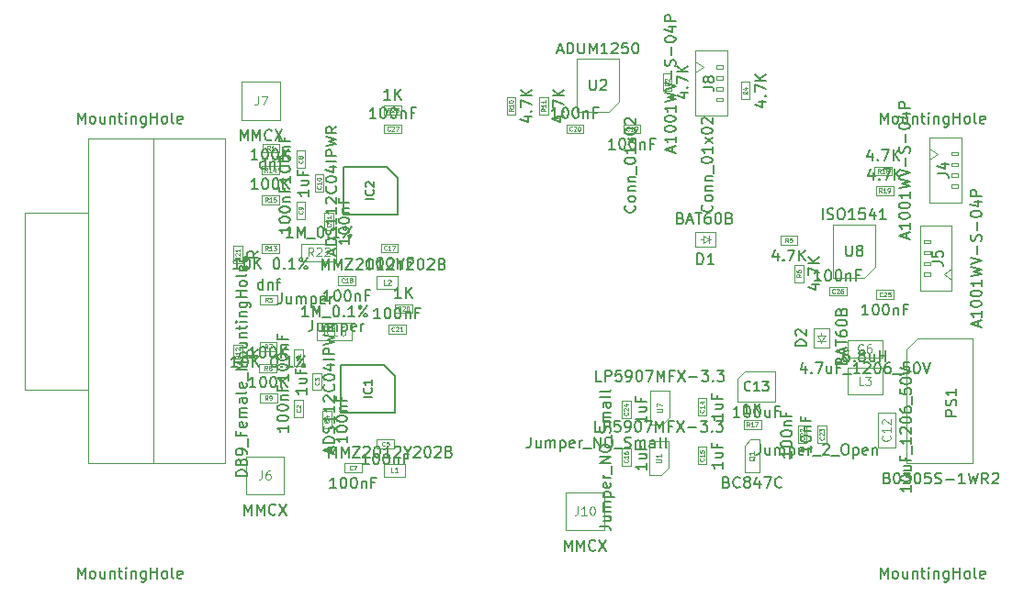
<source format=gbr>
G04 #@! TF.GenerationSoftware,KiCad,Pcbnew,(5.1.5-0)*
G04 #@! TF.CreationDate,2021-11-01T14:26:59-06:00*
G04 #@! TF.ProjectId,2ch-ads,3263682d-6164-4732-9e6b-696361645f70,rev?*
G04 #@! TF.SameCoordinates,Original*
G04 #@! TF.FileFunction,Other,Fab,Top*
%FSLAX46Y46*%
G04 Gerber Fmt 4.6, Leading zero omitted, Abs format (unit mm)*
G04 Created by KiCad (PCBNEW (5.1.5-0)) date 2021-11-01 14:26:59*
%MOMM*%
%LPD*%
G04 APERTURE LIST*
%ADD10C,0.100000*%
%ADD11C,0.150000*%
%ADD12C,0.060000*%
%ADD13C,0.120000*%
%ADD14C,0.130000*%
%ADD15C,0.075000*%
%ADD16C,0.080000*%
G04 APERTURE END LIST*
D10*
X120440000Y-82330000D02*
X122040000Y-82330000D01*
X120440000Y-83130000D02*
X120440000Y-82330000D01*
X122040000Y-83130000D02*
X120440000Y-83130000D01*
X122040000Y-82330000D02*
X122040000Y-83130000D01*
X112837500Y-95050000D02*
X116037500Y-95050000D01*
X112837500Y-96650000D02*
X112837500Y-95050000D01*
X116037500Y-96650000D02*
X112837500Y-96650000D01*
X116037500Y-95050000D02*
X116037500Y-96650000D01*
X107350000Y-95250000D02*
X107350000Y-96850000D01*
X106550000Y-95250000D02*
X107350000Y-95250000D01*
X106550000Y-96850000D02*
X106550000Y-95250000D01*
X107350000Y-96850000D02*
X106550000Y-96850000D01*
X121425000Y-100650000D02*
X123025000Y-100650000D01*
X121425000Y-101450000D02*
X121425000Y-100650000D01*
X123025000Y-101450000D02*
X121425000Y-101450000D01*
X123025000Y-100650000D02*
X123025000Y-101450000D01*
X114262500Y-102350000D02*
X117462500Y-102350000D01*
X114262500Y-103950000D02*
X114262500Y-102350000D01*
X117462500Y-103950000D02*
X114262500Y-103950000D01*
X117462500Y-102350000D02*
X117462500Y-103950000D01*
X107350000Y-104350000D02*
X107350000Y-105950000D01*
X106550000Y-104350000D02*
X107350000Y-104350000D01*
X106550000Y-105950000D02*
X106550000Y-104350000D01*
X107350000Y-105950000D02*
X106550000Y-105950000D01*
X120425000Y-84050000D02*
X122025000Y-84050000D01*
X120425000Y-84850000D02*
X120425000Y-84050000D01*
X122025000Y-84850000D02*
X120425000Y-84850000D01*
X122025000Y-84050000D02*
X122025000Y-84850000D01*
X120825000Y-102550000D02*
X122425000Y-102550000D01*
X120825000Y-103350000D02*
X120825000Y-102550000D01*
X122425000Y-103350000D02*
X120825000Y-103350000D01*
X122425000Y-102550000D02*
X122425000Y-103350000D01*
X108975000Y-99850000D02*
X110575000Y-99850000D01*
X108975000Y-100650000D02*
X108975000Y-99850000D01*
X110575000Y-100650000D02*
X108975000Y-100650000D01*
X110575000Y-99850000D02*
X110575000Y-100650000D01*
X142100000Y-81925000D02*
X141125000Y-82900000D01*
X142100000Y-78000000D02*
X142100000Y-81925000D01*
X138200000Y-78000000D02*
X142100000Y-78000000D01*
X138200000Y-82900000D02*
X138200000Y-78000000D01*
X141125000Y-82900000D02*
X138200000Y-82900000D01*
X135550000Y-81525000D02*
X135550000Y-83125000D01*
X134750000Y-81525000D02*
X135550000Y-81525000D01*
X134750000Y-83125000D02*
X134750000Y-81525000D01*
X135550000Y-83125000D02*
X134750000Y-83125000D01*
X132550000Y-81525000D02*
X132550000Y-83125000D01*
X131750000Y-81525000D02*
X132550000Y-81525000D01*
X131750000Y-83125000D02*
X131750000Y-81525000D01*
X132550000Y-83125000D02*
X131750000Y-83125000D01*
X154150000Y-80125000D02*
X154150000Y-81725000D01*
X153350000Y-80125000D02*
X154150000Y-80125000D01*
X153350000Y-81725000D02*
X153350000Y-80125000D01*
X154150000Y-81725000D02*
X153350000Y-81725000D01*
X146950000Y-79325000D02*
X146950000Y-80925000D01*
X146150000Y-79325000D02*
X146950000Y-79325000D01*
X146150000Y-80925000D02*
X146150000Y-79325000D01*
X146950000Y-80925000D02*
X146150000Y-80925000D01*
X149857107Y-78750000D02*
X149150000Y-79250000D01*
X149150000Y-78250000D02*
X149857107Y-78750000D01*
X151700000Y-81900000D02*
X151700000Y-81600000D01*
X151100000Y-81900000D02*
X151700000Y-81900000D01*
X151100000Y-81600000D02*
X151100000Y-81900000D01*
X151700000Y-81600000D02*
X151100000Y-81600000D01*
X151700000Y-80900000D02*
X151700000Y-80600000D01*
X151100000Y-80900000D02*
X151700000Y-80900000D01*
X151100000Y-80600000D02*
X151100000Y-80900000D01*
X151700000Y-80600000D02*
X151100000Y-80600000D01*
X151700000Y-79900000D02*
X151700000Y-79600000D01*
X151100000Y-79900000D02*
X151700000Y-79900000D01*
X151100000Y-79600000D02*
X151100000Y-79900000D01*
X151700000Y-79600000D02*
X151100000Y-79600000D01*
X151700000Y-78900000D02*
X151700000Y-78600000D01*
X151100000Y-78900000D02*
X151700000Y-78900000D01*
X151100000Y-78600000D02*
X151100000Y-78900000D01*
X151700000Y-78600000D02*
X151100000Y-78600000D01*
X149150000Y-83250000D02*
X152050000Y-83250000D01*
X149150000Y-77250000D02*
X152050000Y-77250000D01*
X152050000Y-77250000D02*
X152050000Y-83250000D01*
X149150000Y-77250000D02*
X149150000Y-83250000D01*
D11*
X120650000Y-87950000D02*
X121650000Y-88950000D01*
X116650000Y-87950000D02*
X120650000Y-87950000D01*
X116650000Y-92350000D02*
X116650000Y-87950000D01*
X121650000Y-92350000D02*
X116650000Y-92350000D01*
X121650000Y-88950000D02*
X121650000Y-92350000D01*
X120450000Y-106250000D02*
X121450000Y-107250000D01*
X116450000Y-106250000D02*
X120450000Y-106250000D01*
X116450000Y-110650000D02*
X116450000Y-106250000D01*
X121450000Y-110650000D02*
X116450000Y-110650000D01*
X121450000Y-107250000D02*
X121450000Y-110650000D01*
D10*
X137225000Y-84050000D02*
X138825000Y-84050000D01*
X137225000Y-84850000D02*
X137225000Y-84050000D01*
X138825000Y-84850000D02*
X137225000Y-84850000D01*
X138825000Y-84050000D02*
X138825000Y-84850000D01*
X144075000Y-84850000D02*
X142475000Y-84850000D01*
X144075000Y-84050000D02*
X144075000Y-84850000D01*
X142475000Y-84050000D02*
X144075000Y-84050000D01*
X142475000Y-84850000D02*
X142475000Y-84050000D01*
X117800000Y-98850000D02*
X116200000Y-98850000D01*
X117800000Y-98050000D02*
X117800000Y-98850000D01*
X116200000Y-98050000D02*
X117800000Y-98050000D01*
X116200000Y-98850000D02*
X116200000Y-98050000D01*
X121725000Y-95850000D02*
X120125000Y-95850000D01*
X121725000Y-95050000D02*
X121725000Y-95850000D01*
X120125000Y-95050000D02*
X121725000Y-95050000D01*
X120125000Y-95850000D02*
X120125000Y-95050000D01*
X115750000Y-92175000D02*
X115750000Y-93775000D01*
X114950000Y-92175000D02*
X115750000Y-92175000D01*
X114950000Y-93775000D02*
X114950000Y-92175000D01*
X115750000Y-93775000D02*
X114950000Y-93775000D01*
X114050000Y-90275000D02*
X114050000Y-88675000D01*
X114850000Y-90275000D02*
X114050000Y-90275000D01*
X114850000Y-88675000D02*
X114850000Y-90275000D01*
X114050000Y-88675000D02*
X114850000Y-88675000D01*
X112350000Y-92775000D02*
X112350000Y-91175000D01*
X113150000Y-92775000D02*
X112350000Y-92775000D01*
X113150000Y-91175000D02*
X113150000Y-92775000D01*
X112350000Y-91175000D02*
X113150000Y-91175000D01*
X112350000Y-88075000D02*
X112350000Y-86475000D01*
X113150000Y-88075000D02*
X112350000Y-88075000D01*
X113150000Y-86475000D02*
X113150000Y-88075000D01*
X112350000Y-86475000D02*
X113150000Y-86475000D01*
X118375000Y-116150000D02*
X116775000Y-116150000D01*
X118375000Y-115350000D02*
X118375000Y-116150000D01*
X116775000Y-115350000D02*
X118375000Y-115350000D01*
X116775000Y-116150000D02*
X116775000Y-115350000D01*
X121375000Y-113950000D02*
X119775000Y-113950000D01*
X121375000Y-113150000D02*
X121375000Y-113950000D01*
X119775000Y-113150000D02*
X121375000Y-113150000D01*
X119775000Y-113950000D02*
X119775000Y-113150000D01*
X115550000Y-110475000D02*
X115550000Y-112075000D01*
X114750000Y-110475000D02*
X115550000Y-110475000D01*
X114750000Y-112075000D02*
X114750000Y-110475000D01*
X115550000Y-112075000D02*
X114750000Y-112075000D01*
X113850000Y-108575000D02*
X113850000Y-106975000D01*
X114650000Y-108575000D02*
X113850000Y-108575000D01*
X114650000Y-106975000D02*
X114650000Y-108575000D01*
X113850000Y-106975000D02*
X114650000Y-106975000D01*
X112150000Y-111075000D02*
X112150000Y-109475000D01*
X112950000Y-111075000D02*
X112150000Y-111075000D01*
X112950000Y-109475000D02*
X112950000Y-111075000D01*
X112150000Y-109475000D02*
X112950000Y-109475000D01*
X112150000Y-106375000D02*
X112150000Y-104775000D01*
X112950000Y-106375000D02*
X112150000Y-106375000D01*
X112950000Y-104775000D02*
X112950000Y-106375000D01*
X112150000Y-104775000D02*
X112950000Y-104775000D01*
X156512500Y-109650000D02*
X156512500Y-106850000D01*
X153012500Y-109650000D02*
X156512500Y-109650000D01*
X153012500Y-107550000D02*
X153012500Y-109650000D01*
X153712500Y-106850000D02*
X153012500Y-107550000D01*
X156512500Y-106850000D02*
X153712500Y-106850000D01*
X137195000Y-121505000D02*
X140705000Y-121505000D01*
X137195000Y-117995000D02*
X140705000Y-117995000D01*
X140705000Y-117995000D02*
X140705000Y-121505000D01*
X137195000Y-117995000D02*
X137195000Y-121505000D01*
X165775000Y-89750000D02*
X167375000Y-89750000D01*
X165775000Y-90550000D02*
X165775000Y-89750000D01*
X167375000Y-90550000D02*
X165775000Y-90550000D01*
X167375000Y-89750000D02*
X167375000Y-90550000D01*
X165650000Y-87950000D02*
X167250000Y-87950000D01*
X165650000Y-88750000D02*
X165650000Y-87950000D01*
X167250000Y-88750000D02*
X165650000Y-88750000D01*
X167250000Y-87950000D02*
X167250000Y-88750000D01*
X107325000Y-83635000D02*
X110835000Y-83635000D01*
X107325000Y-80125000D02*
X110835000Y-80125000D01*
X110835000Y-80125000D02*
X110835000Y-83635000D01*
X107325000Y-80125000D02*
X107325000Y-83635000D01*
X107695000Y-118205000D02*
X111205000Y-118205000D01*
X107695000Y-114695000D02*
X111205000Y-114695000D01*
X111205000Y-114695000D02*
X111205000Y-118205000D01*
X107695000Y-114695000D02*
X107695000Y-118205000D01*
X161450000Y-99050000D02*
X163050000Y-99050000D01*
X161450000Y-99850000D02*
X161450000Y-99050000D01*
X163050000Y-99850000D02*
X161450000Y-99850000D01*
X163050000Y-99050000D02*
X163050000Y-99850000D01*
X167425000Y-100150000D02*
X165825000Y-100150000D01*
X167425000Y-99350000D02*
X167425000Y-100150000D01*
X165825000Y-99350000D02*
X167425000Y-99350000D01*
X165825000Y-100150000D02*
X165825000Y-99350000D01*
X165700000Y-97225000D02*
X164725000Y-98200000D01*
X165700000Y-93300000D02*
X165700000Y-97225000D01*
X161800000Y-93300000D02*
X165700000Y-93300000D01*
X161800000Y-98200000D02*
X161800000Y-93300000D01*
X164725000Y-98200000D02*
X161800000Y-98200000D01*
X144950000Y-111750000D02*
X144950000Y-108650000D01*
X144950000Y-108650000D02*
X146750000Y-108650000D01*
X146750000Y-111100000D02*
X146750000Y-108650000D01*
X144950000Y-111750000D02*
X146100000Y-111750000D01*
X146750000Y-111100000D02*
X146100000Y-111750000D01*
X144850000Y-116410000D02*
X144850000Y-113310000D01*
X144850000Y-113310000D02*
X146650000Y-113310000D01*
X146650000Y-115760000D02*
X146650000Y-113310000D01*
X144850000Y-116410000D02*
X146000000Y-116410000D01*
X146650000Y-115760000D02*
X146000000Y-116410000D01*
X153575000Y-111350000D02*
X155175000Y-111350000D01*
X153575000Y-112150000D02*
X153575000Y-111350000D01*
X155175000Y-112150000D02*
X153575000Y-112150000D01*
X155175000Y-111350000D02*
X155175000Y-112150000D01*
X163150000Y-106500000D02*
X166350000Y-106500000D01*
X163150000Y-109000000D02*
X163150000Y-106500000D01*
X166350000Y-109000000D02*
X163150000Y-109000000D01*
X166350000Y-106500000D02*
X166350000Y-109000000D01*
X172750000Y-99380000D02*
X172750000Y-93380000D01*
X169850000Y-99380000D02*
X169850000Y-93380000D01*
X172750000Y-99380000D02*
X169850000Y-99380000D01*
X172750000Y-93380000D02*
X169850000Y-93380000D01*
X170200000Y-98030000D02*
X170800000Y-98030000D01*
X170800000Y-98030000D02*
X170800000Y-97730000D01*
X170800000Y-97730000D02*
X170200000Y-97730000D01*
X170200000Y-97730000D02*
X170200000Y-98030000D01*
X170200000Y-97030000D02*
X170800000Y-97030000D01*
X170800000Y-97030000D02*
X170800000Y-96730000D01*
X170800000Y-96730000D02*
X170200000Y-96730000D01*
X170200000Y-96730000D02*
X170200000Y-97030000D01*
X170200000Y-96030000D02*
X170800000Y-96030000D01*
X170800000Y-96030000D02*
X170800000Y-95730000D01*
X170800000Y-95730000D02*
X170200000Y-95730000D01*
X170200000Y-95730000D02*
X170200000Y-96030000D01*
X170200000Y-95030000D02*
X170800000Y-95030000D01*
X170800000Y-95030000D02*
X170800000Y-94730000D01*
X170800000Y-94730000D02*
X170200000Y-94730000D01*
X170200000Y-94730000D02*
X170200000Y-95030000D01*
X172750000Y-98380000D02*
X172042893Y-97880000D01*
X172042893Y-97880000D02*
X172750000Y-97380000D01*
X170750000Y-85250000D02*
X170750000Y-91250000D01*
X173650000Y-85250000D02*
X173650000Y-91250000D01*
X170750000Y-85250000D02*
X173650000Y-85250000D01*
X170750000Y-91250000D02*
X173650000Y-91250000D01*
X173300000Y-86600000D02*
X172700000Y-86600000D01*
X172700000Y-86600000D02*
X172700000Y-86900000D01*
X172700000Y-86900000D02*
X173300000Y-86900000D01*
X173300000Y-86900000D02*
X173300000Y-86600000D01*
X173300000Y-87600000D02*
X172700000Y-87600000D01*
X172700000Y-87600000D02*
X172700000Y-87900000D01*
X172700000Y-87900000D02*
X173300000Y-87900000D01*
X173300000Y-87900000D02*
X173300000Y-87600000D01*
X173300000Y-88600000D02*
X172700000Y-88600000D01*
X172700000Y-88600000D02*
X172700000Y-88900000D01*
X172700000Y-88900000D02*
X173300000Y-88900000D01*
X173300000Y-88900000D02*
X173300000Y-88600000D01*
X173300000Y-89600000D02*
X172700000Y-89600000D01*
X172700000Y-89600000D02*
X172700000Y-89900000D01*
X172700000Y-89900000D02*
X173300000Y-89900000D01*
X173300000Y-89900000D02*
X173300000Y-89600000D01*
X170750000Y-86250000D02*
X171457107Y-86750000D01*
X171457107Y-86750000D02*
X170750000Y-87250000D01*
X143150000Y-109575000D02*
X143150000Y-111175000D01*
X142350000Y-109575000D02*
X143150000Y-109575000D01*
X142350000Y-111175000D02*
X142350000Y-109575000D01*
X143150000Y-111175000D02*
X142350000Y-111175000D01*
X143150000Y-113950000D02*
X143150000Y-115550000D01*
X142350000Y-113950000D02*
X143150000Y-113950000D01*
X142350000Y-115550000D02*
X142350000Y-113950000D01*
X143150000Y-115550000D02*
X142350000Y-115550000D01*
X150150000Y-113825000D02*
X150150000Y-115425000D01*
X149350000Y-113825000D02*
X150150000Y-113825000D01*
X149350000Y-115425000D02*
X149350000Y-113825000D01*
X150150000Y-115425000D02*
X149350000Y-115425000D01*
X150150000Y-109325000D02*
X150150000Y-110925000D01*
X149350000Y-109325000D02*
X150150000Y-109325000D01*
X149350000Y-110925000D02*
X149350000Y-109325000D01*
X150150000Y-110925000D02*
X149350000Y-110925000D01*
X167550000Y-110662500D02*
X167550000Y-113862500D01*
X165950000Y-110662500D02*
X167550000Y-110662500D01*
X165950000Y-113862500D02*
X165950000Y-110662500D01*
X167550000Y-113862500D02*
X165950000Y-113862500D01*
X166350000Y-105550000D02*
X163150000Y-105550000D01*
X166350000Y-103950000D02*
X166350000Y-105550000D01*
X163150000Y-103950000D02*
X166350000Y-103950000D01*
X163150000Y-105550000D02*
X163150000Y-103950000D01*
X159075000Y-97000000D02*
X159075000Y-98600000D01*
X158275000Y-97000000D02*
X159075000Y-97000000D01*
X158275000Y-98600000D02*
X158275000Y-97000000D01*
X159075000Y-98600000D02*
X158275000Y-98600000D01*
X158550000Y-95150000D02*
X156950000Y-95150000D01*
X158550000Y-94350000D02*
X158550000Y-95150000D01*
X156950000Y-94350000D02*
X158550000Y-94350000D01*
X156950000Y-95150000D02*
X156950000Y-94350000D01*
X168620000Y-115330000D02*
X174720000Y-115330000D01*
X168620000Y-104800000D02*
X168620000Y-115330000D01*
X169620000Y-103800000D02*
X174720000Y-103800000D01*
X169620000Y-103800000D02*
X168620000Y-104800000D01*
X174720000Y-103800000D02*
X174720000Y-115330000D01*
X153650000Y-116170000D02*
X155050000Y-116170000D01*
X155050000Y-113130000D02*
X155050000Y-116170000D01*
X153650000Y-113700000D02*
X154200000Y-113130000D01*
X154200000Y-113130000D02*
X155050000Y-113130000D01*
X153650000Y-113700000D02*
X153650000Y-116150000D01*
X160050000Y-104650000D02*
X160050000Y-102850000D01*
X160050000Y-102850000D02*
X161450000Y-102850000D01*
X161450000Y-102850000D02*
X161450000Y-104650000D01*
X161450000Y-104650000D02*
X160050000Y-104650000D01*
X160400000Y-104050000D02*
X161100000Y-104050000D01*
X160750000Y-104050000D02*
X160750000Y-104250000D01*
X160750000Y-104050000D02*
X160400000Y-103550000D01*
X160400000Y-103550000D02*
X161100000Y-103550000D01*
X161100000Y-103550000D02*
X160750000Y-104050000D01*
X160750000Y-103550000D02*
X160750000Y-103300000D01*
X150950000Y-95350000D02*
X149150000Y-95350000D01*
X149150000Y-95350000D02*
X149150000Y-93950000D01*
X149150000Y-93950000D02*
X150950000Y-93950000D01*
X150950000Y-93950000D02*
X150950000Y-95350000D01*
X150350000Y-95000000D02*
X150350000Y-94300000D01*
X150350000Y-94650000D02*
X150550000Y-94650000D01*
X150350000Y-94650000D02*
X149850000Y-95000000D01*
X149850000Y-95000000D02*
X149850000Y-94300000D01*
X149850000Y-94300000D02*
X150350000Y-94650000D01*
X149850000Y-94650000D02*
X149600000Y-94650000D01*
X160400000Y-113450000D02*
X160400000Y-111850000D01*
X161200000Y-113450000D02*
X160400000Y-113450000D01*
X161200000Y-111850000D02*
X161200000Y-113450000D01*
X160400000Y-111850000D02*
X161200000Y-111850000D01*
X158600000Y-113450000D02*
X158600000Y-111850000D01*
X159400000Y-113450000D02*
X158600000Y-113450000D01*
X159400000Y-111850000D02*
X159400000Y-113450000D01*
X158600000Y-111850000D02*
X159400000Y-111850000D01*
X119725000Y-98050000D02*
X121725000Y-98050000D01*
X119725000Y-99250000D02*
X119725000Y-98050000D01*
X121725000Y-99250000D02*
X119725000Y-99250000D01*
X121725000Y-98050000D02*
X121725000Y-99250000D01*
X120375000Y-115375000D02*
X122375000Y-115375000D01*
X120375000Y-116575000D02*
X120375000Y-115375000D01*
X122375000Y-116575000D02*
X120375000Y-116575000D01*
X122375000Y-115375000D02*
X122375000Y-116575000D01*
X109168000Y-90600000D02*
X110768000Y-90600000D01*
X109168000Y-91400000D02*
X109168000Y-90600000D01*
X110768000Y-91400000D02*
X109168000Y-91400000D01*
X110768000Y-90600000D02*
X110768000Y-91400000D01*
X109136000Y-87850000D02*
X110736000Y-87850000D01*
X109136000Y-88650000D02*
X109136000Y-87850000D01*
X110736000Y-88650000D02*
X109136000Y-88650000D01*
X110736000Y-87850000D02*
X110736000Y-88650000D01*
X110768000Y-95900000D02*
X109168000Y-95900000D01*
X110768000Y-95100000D02*
X110768000Y-95900000D01*
X109168000Y-95100000D02*
X110768000Y-95100000D01*
X109168000Y-95900000D02*
X109168000Y-95100000D01*
X108968000Y-108900000D02*
X110568000Y-108900000D01*
X108968000Y-109700000D02*
X108968000Y-108900000D01*
X110568000Y-109700000D02*
X108968000Y-109700000D01*
X110568000Y-108900000D02*
X110568000Y-109700000D01*
X108936000Y-106150000D02*
X110536000Y-106150000D01*
X108936000Y-106950000D02*
X108936000Y-106150000D01*
X110536000Y-106950000D02*
X108936000Y-106950000D01*
X110536000Y-106150000D02*
X110536000Y-106950000D01*
X110550000Y-104950000D02*
X108950000Y-104950000D01*
X110550000Y-104150000D02*
X110550000Y-104950000D01*
X108950000Y-104150000D02*
X110550000Y-104150000D01*
X108950000Y-104950000D02*
X108950000Y-104150000D01*
X110800000Y-86650000D02*
X109200000Y-86650000D01*
X110800000Y-85850000D02*
X110800000Y-86650000D01*
X109200000Y-85850000D02*
X110800000Y-85850000D01*
X109200000Y-86650000D02*
X109200000Y-85850000D01*
X87323000Y-92221000D02*
X87323000Y-108561000D01*
X93123000Y-92221000D02*
X87323000Y-92221000D01*
X93123000Y-108561000D02*
X87323000Y-108561000D01*
X105793000Y-85341000D02*
X93123000Y-85341000D01*
X93123000Y-85341000D02*
X93123000Y-115321000D01*
X93123000Y-115321000D02*
X105793000Y-115321000D01*
X105793000Y-115321000D02*
X105793000Y-85341000D01*
X99183000Y-85341000D02*
X99183000Y-115321000D01*
D11*
X121025714Y-81752380D02*
X120454285Y-81752380D01*
X120740000Y-81752380D02*
X120740000Y-80752380D01*
X120644761Y-80895238D01*
X120549523Y-80990476D01*
X120454285Y-81038095D01*
X121454285Y-81752380D02*
X121454285Y-80752380D01*
X122025714Y-81752380D02*
X121597142Y-81180952D01*
X122025714Y-80752380D02*
X121454285Y-81323809D01*
D12*
X120982857Y-82910952D02*
X120849523Y-82720476D01*
X120754285Y-82910952D02*
X120754285Y-82510952D01*
X120906666Y-82510952D01*
X120944761Y-82530000D01*
X120963809Y-82549047D01*
X120982857Y-82587142D01*
X120982857Y-82644285D01*
X120963809Y-82682380D01*
X120944761Y-82701428D01*
X120906666Y-82720476D01*
X120754285Y-82720476D01*
X121135238Y-82549047D02*
X121154285Y-82530000D01*
X121192380Y-82510952D01*
X121287619Y-82510952D01*
X121325714Y-82530000D01*
X121344761Y-82549047D01*
X121363809Y-82587142D01*
X121363809Y-82625238D01*
X121344761Y-82682380D01*
X121116190Y-82910952D01*
X121363809Y-82910952D01*
X121497142Y-82510952D02*
X121744761Y-82510952D01*
X121611428Y-82663333D01*
X121668571Y-82663333D01*
X121706666Y-82682380D01*
X121725714Y-82701428D01*
X121744761Y-82739523D01*
X121744761Y-82834761D01*
X121725714Y-82872857D01*
X121706666Y-82891904D01*
X121668571Y-82910952D01*
X121554285Y-82910952D01*
X121516190Y-82891904D01*
X121497142Y-82872857D01*
D11*
X112008928Y-94482380D02*
X111437500Y-94482380D01*
X111723214Y-94482380D02*
X111723214Y-93482380D01*
X111627976Y-93625238D01*
X111532738Y-93720476D01*
X111437500Y-93768095D01*
X112437500Y-94482380D02*
X112437500Y-93482380D01*
X112770833Y-94196666D01*
X113104166Y-93482380D01*
X113104166Y-94482380D01*
X113342261Y-94577619D02*
X114104166Y-94577619D01*
X114532738Y-93482380D02*
X114627976Y-93482380D01*
X114723214Y-93530000D01*
X114770833Y-93577619D01*
X114818452Y-93672857D01*
X114866071Y-93863333D01*
X114866071Y-94101428D01*
X114818452Y-94291904D01*
X114770833Y-94387142D01*
X114723214Y-94434761D01*
X114627976Y-94482380D01*
X114532738Y-94482380D01*
X114437500Y-94434761D01*
X114389880Y-94387142D01*
X114342261Y-94291904D01*
X114294642Y-94101428D01*
X114294642Y-93863333D01*
X114342261Y-93672857D01*
X114389880Y-93577619D01*
X114437500Y-93530000D01*
X114532738Y-93482380D01*
X115294642Y-94387142D02*
X115342261Y-94434761D01*
X115294642Y-94482380D01*
X115247023Y-94434761D01*
X115294642Y-94387142D01*
X115294642Y-94482380D01*
X116294642Y-94482380D02*
X115723214Y-94482380D01*
X116008928Y-94482380D02*
X116008928Y-93482380D01*
X115913690Y-93625238D01*
X115818452Y-93720476D01*
X115723214Y-93768095D01*
X116675595Y-94482380D02*
X117437500Y-93482380D01*
X116818452Y-93482380D02*
X116913690Y-93530000D01*
X116961309Y-93625238D01*
X116913690Y-93720476D01*
X116818452Y-93768095D01*
X116723214Y-93720476D01*
X116675595Y-93625238D01*
X116723214Y-93530000D01*
X116818452Y-93482380D01*
X117389880Y-94434761D02*
X117437500Y-94339523D01*
X117389880Y-94244285D01*
X117294642Y-94196666D01*
X117199404Y-94244285D01*
X117151785Y-94339523D01*
X117199404Y-94434761D01*
X117294642Y-94482380D01*
X117389880Y-94434761D01*
D13*
X113923214Y-96211904D02*
X113656547Y-95830952D01*
X113466071Y-96211904D02*
X113466071Y-95411904D01*
X113770833Y-95411904D01*
X113847023Y-95450000D01*
X113885119Y-95488095D01*
X113923214Y-95564285D01*
X113923214Y-95678571D01*
X113885119Y-95754761D01*
X113847023Y-95792857D01*
X113770833Y-95830952D01*
X113466071Y-95830952D01*
X114227976Y-95488095D02*
X114266071Y-95450000D01*
X114342261Y-95411904D01*
X114532738Y-95411904D01*
X114608928Y-95450000D01*
X114647023Y-95488095D01*
X114685119Y-95564285D01*
X114685119Y-95640476D01*
X114647023Y-95754761D01*
X114189880Y-96211904D01*
X114685119Y-96211904D01*
X114989880Y-95488095D02*
X115027976Y-95450000D01*
X115104166Y-95411904D01*
X115294642Y-95411904D01*
X115370833Y-95450000D01*
X115408928Y-95488095D01*
X115447023Y-95564285D01*
X115447023Y-95640476D01*
X115408928Y-95754761D01*
X114951785Y-96211904D01*
X115447023Y-96211904D01*
D11*
X108832380Y-95740476D02*
X108356190Y-96073809D01*
X108832380Y-96311904D02*
X107832380Y-96311904D01*
X107832380Y-95930952D01*
X107880000Y-95835714D01*
X107927619Y-95788095D01*
X108022857Y-95740476D01*
X108165714Y-95740476D01*
X108260952Y-95788095D01*
X108308571Y-95835714D01*
X108356190Y-95930952D01*
X108356190Y-96311904D01*
D12*
X107130952Y-96307142D02*
X106940476Y-96440476D01*
X107130952Y-96535714D02*
X106730952Y-96535714D01*
X106730952Y-96383333D01*
X106750000Y-96345238D01*
X106769047Y-96326190D01*
X106807142Y-96307142D01*
X106864285Y-96307142D01*
X106902380Y-96326190D01*
X106921428Y-96345238D01*
X106940476Y-96383333D01*
X106940476Y-96535714D01*
X106769047Y-96154761D02*
X106750000Y-96135714D01*
X106730952Y-96097619D01*
X106730952Y-96002380D01*
X106750000Y-95964285D01*
X106769047Y-95945238D01*
X106807142Y-95926190D01*
X106845238Y-95926190D01*
X106902380Y-95945238D01*
X107130952Y-96173809D01*
X107130952Y-95926190D01*
X107130952Y-95545238D02*
X107130952Y-95773809D01*
X107130952Y-95659523D02*
X106730952Y-95659523D01*
X106788095Y-95697619D01*
X106826190Y-95735714D01*
X106845238Y-95773809D01*
D11*
X122010714Y-100072380D02*
X121439285Y-100072380D01*
X121725000Y-100072380D02*
X121725000Y-99072380D01*
X121629761Y-99215238D01*
X121534523Y-99310476D01*
X121439285Y-99358095D01*
X122439285Y-100072380D02*
X122439285Y-99072380D01*
X123010714Y-100072380D02*
X122582142Y-99500952D01*
X123010714Y-99072380D02*
X122439285Y-99643809D01*
D12*
X121967857Y-101230952D02*
X121834523Y-101040476D01*
X121739285Y-101230952D02*
X121739285Y-100830952D01*
X121891666Y-100830952D01*
X121929761Y-100850000D01*
X121948809Y-100869047D01*
X121967857Y-100907142D01*
X121967857Y-100964285D01*
X121948809Y-101002380D01*
X121929761Y-101021428D01*
X121891666Y-101040476D01*
X121739285Y-101040476D01*
X122120238Y-100869047D02*
X122139285Y-100850000D01*
X122177380Y-100830952D01*
X122272619Y-100830952D01*
X122310714Y-100850000D01*
X122329761Y-100869047D01*
X122348809Y-100907142D01*
X122348809Y-100945238D01*
X122329761Y-101002380D01*
X122101190Y-101230952D01*
X122348809Y-101230952D01*
X122596428Y-100830952D02*
X122634523Y-100830952D01*
X122672619Y-100850000D01*
X122691666Y-100869047D01*
X122710714Y-100907142D01*
X122729761Y-100983333D01*
X122729761Y-101078571D01*
X122710714Y-101154761D01*
X122691666Y-101192857D01*
X122672619Y-101211904D01*
X122634523Y-101230952D01*
X122596428Y-101230952D01*
X122558333Y-101211904D01*
X122539285Y-101192857D01*
X122520238Y-101154761D01*
X122501190Y-101078571D01*
X122501190Y-100983333D01*
X122520238Y-100907142D01*
X122539285Y-100869047D01*
X122558333Y-100850000D01*
X122596428Y-100830952D01*
D11*
X113433928Y-101782380D02*
X112862500Y-101782380D01*
X113148214Y-101782380D02*
X113148214Y-100782380D01*
X113052976Y-100925238D01*
X112957738Y-101020476D01*
X112862500Y-101068095D01*
X113862500Y-101782380D02*
X113862500Y-100782380D01*
X114195833Y-101496666D01*
X114529166Y-100782380D01*
X114529166Y-101782380D01*
X114767261Y-101877619D02*
X115529166Y-101877619D01*
X115957738Y-100782380D02*
X116052976Y-100782380D01*
X116148214Y-100830000D01*
X116195833Y-100877619D01*
X116243452Y-100972857D01*
X116291071Y-101163333D01*
X116291071Y-101401428D01*
X116243452Y-101591904D01*
X116195833Y-101687142D01*
X116148214Y-101734761D01*
X116052976Y-101782380D01*
X115957738Y-101782380D01*
X115862500Y-101734761D01*
X115814880Y-101687142D01*
X115767261Y-101591904D01*
X115719642Y-101401428D01*
X115719642Y-101163333D01*
X115767261Y-100972857D01*
X115814880Y-100877619D01*
X115862500Y-100830000D01*
X115957738Y-100782380D01*
X116719642Y-101687142D02*
X116767261Y-101734761D01*
X116719642Y-101782380D01*
X116672023Y-101734761D01*
X116719642Y-101687142D01*
X116719642Y-101782380D01*
X117719642Y-101782380D02*
X117148214Y-101782380D01*
X117433928Y-101782380D02*
X117433928Y-100782380D01*
X117338690Y-100925238D01*
X117243452Y-101020476D01*
X117148214Y-101068095D01*
X118100595Y-101782380D02*
X118862500Y-100782380D01*
X118243452Y-100782380D02*
X118338690Y-100830000D01*
X118386309Y-100925238D01*
X118338690Y-101020476D01*
X118243452Y-101068095D01*
X118148214Y-101020476D01*
X118100595Y-100925238D01*
X118148214Y-100830000D01*
X118243452Y-100782380D01*
X118814880Y-101734761D02*
X118862500Y-101639523D01*
X118814880Y-101544285D01*
X118719642Y-101496666D01*
X118624404Y-101544285D01*
X118576785Y-101639523D01*
X118624404Y-101734761D01*
X118719642Y-101782380D01*
X118814880Y-101734761D01*
D13*
X115348214Y-103511904D02*
X115081547Y-103130952D01*
X114891071Y-103511904D02*
X114891071Y-102711904D01*
X115195833Y-102711904D01*
X115272023Y-102750000D01*
X115310119Y-102788095D01*
X115348214Y-102864285D01*
X115348214Y-102978571D01*
X115310119Y-103054761D01*
X115272023Y-103092857D01*
X115195833Y-103130952D01*
X114891071Y-103130952D01*
X116110119Y-103511904D02*
X115652976Y-103511904D01*
X115881547Y-103511904D02*
X115881547Y-102711904D01*
X115805357Y-102826190D01*
X115729166Y-102902380D01*
X115652976Y-102940476D01*
X116795833Y-102711904D02*
X116643452Y-102711904D01*
X116567261Y-102750000D01*
X116529166Y-102788095D01*
X116452976Y-102902380D01*
X116414880Y-103054761D01*
X116414880Y-103359523D01*
X116452976Y-103435714D01*
X116491071Y-103473809D01*
X116567261Y-103511904D01*
X116719642Y-103511904D01*
X116795833Y-103473809D01*
X116833928Y-103435714D01*
X116872023Y-103359523D01*
X116872023Y-103169047D01*
X116833928Y-103092857D01*
X116795833Y-103054761D01*
X116719642Y-103016666D01*
X116567261Y-103016666D01*
X116491071Y-103054761D01*
X116452976Y-103092857D01*
X116414880Y-103169047D01*
D11*
X108832380Y-104840476D02*
X108356190Y-105173809D01*
X108832380Y-105411904D02*
X107832380Y-105411904D01*
X107832380Y-105030952D01*
X107880000Y-104935714D01*
X107927619Y-104888095D01*
X108022857Y-104840476D01*
X108165714Y-104840476D01*
X108260952Y-104888095D01*
X108308571Y-104935714D01*
X108356190Y-105030952D01*
X108356190Y-105411904D01*
D12*
X107130952Y-105407142D02*
X106940476Y-105540476D01*
X107130952Y-105635714D02*
X106730952Y-105635714D01*
X106730952Y-105483333D01*
X106750000Y-105445238D01*
X106769047Y-105426190D01*
X106807142Y-105407142D01*
X106864285Y-105407142D01*
X106902380Y-105426190D01*
X106921428Y-105445238D01*
X106940476Y-105483333D01*
X106940476Y-105635714D01*
X107130952Y-105026190D02*
X107130952Y-105254761D01*
X107130952Y-105140476D02*
X106730952Y-105140476D01*
X106788095Y-105178571D01*
X106826190Y-105216666D01*
X106845238Y-105254761D01*
X106769047Y-104873809D02*
X106750000Y-104854761D01*
X106730952Y-104816666D01*
X106730952Y-104721428D01*
X106750000Y-104683333D01*
X106769047Y-104664285D01*
X106807142Y-104645238D01*
X106845238Y-104645238D01*
X106902380Y-104664285D01*
X107130952Y-104892857D01*
X107130952Y-104645238D01*
D11*
X110983333Y-99602380D02*
X110983333Y-100316666D01*
X110935714Y-100459523D01*
X110840476Y-100554761D01*
X110697619Y-100602380D01*
X110602380Y-100602380D01*
X111888095Y-99935714D02*
X111888095Y-100602380D01*
X111459523Y-99935714D02*
X111459523Y-100459523D01*
X111507142Y-100554761D01*
X111602380Y-100602380D01*
X111745238Y-100602380D01*
X111840476Y-100554761D01*
X111888095Y-100507142D01*
X112364285Y-100602380D02*
X112364285Y-99935714D01*
X112364285Y-100030952D02*
X112411904Y-99983333D01*
X112507142Y-99935714D01*
X112650000Y-99935714D01*
X112745238Y-99983333D01*
X112792857Y-100078571D01*
X112792857Y-100602380D01*
X112792857Y-100078571D02*
X112840476Y-99983333D01*
X112935714Y-99935714D01*
X113078571Y-99935714D01*
X113173809Y-99983333D01*
X113221428Y-100078571D01*
X113221428Y-100602380D01*
X113697619Y-99935714D02*
X113697619Y-100935714D01*
X113697619Y-99983333D02*
X113792857Y-99935714D01*
X113983333Y-99935714D01*
X114078571Y-99983333D01*
X114126190Y-100030952D01*
X114173809Y-100126190D01*
X114173809Y-100411904D01*
X114126190Y-100507142D01*
X114078571Y-100554761D01*
X113983333Y-100602380D01*
X113792857Y-100602380D01*
X113697619Y-100554761D01*
X114983333Y-100554761D02*
X114888095Y-100602380D01*
X114697619Y-100602380D01*
X114602380Y-100554761D01*
X114554761Y-100459523D01*
X114554761Y-100078571D01*
X114602380Y-99983333D01*
X114697619Y-99935714D01*
X114888095Y-99935714D01*
X114983333Y-99983333D01*
X115030952Y-100078571D01*
X115030952Y-100173809D01*
X114554761Y-100269047D01*
X115459523Y-100602380D02*
X115459523Y-99935714D01*
X115459523Y-100126190D02*
X115507142Y-100030952D01*
X115554761Y-99983333D01*
X115650000Y-99935714D01*
X115745238Y-99935714D01*
X113833333Y-102102380D02*
X113833333Y-102816666D01*
X113785714Y-102959523D01*
X113690476Y-103054761D01*
X113547619Y-103102380D01*
X113452380Y-103102380D01*
X114738095Y-102435714D02*
X114738095Y-103102380D01*
X114309523Y-102435714D02*
X114309523Y-102959523D01*
X114357142Y-103054761D01*
X114452380Y-103102380D01*
X114595238Y-103102380D01*
X114690476Y-103054761D01*
X114738095Y-103007142D01*
X115214285Y-103102380D02*
X115214285Y-102435714D01*
X115214285Y-102530952D02*
X115261904Y-102483333D01*
X115357142Y-102435714D01*
X115500000Y-102435714D01*
X115595238Y-102483333D01*
X115642857Y-102578571D01*
X115642857Y-103102380D01*
X115642857Y-102578571D02*
X115690476Y-102483333D01*
X115785714Y-102435714D01*
X115928571Y-102435714D01*
X116023809Y-102483333D01*
X116071428Y-102578571D01*
X116071428Y-103102380D01*
X116547619Y-102435714D02*
X116547619Y-103435714D01*
X116547619Y-102483333D02*
X116642857Y-102435714D01*
X116833333Y-102435714D01*
X116928571Y-102483333D01*
X116976190Y-102530952D01*
X117023809Y-102626190D01*
X117023809Y-102911904D01*
X116976190Y-103007142D01*
X116928571Y-103054761D01*
X116833333Y-103102380D01*
X116642857Y-103102380D01*
X116547619Y-103054761D01*
X117833333Y-103054761D02*
X117738095Y-103102380D01*
X117547619Y-103102380D01*
X117452380Y-103054761D01*
X117404761Y-102959523D01*
X117404761Y-102578571D01*
X117452380Y-102483333D01*
X117547619Y-102435714D01*
X117738095Y-102435714D01*
X117833333Y-102483333D01*
X117880952Y-102578571D01*
X117880952Y-102673809D01*
X117404761Y-102769047D01*
X118309523Y-103102380D02*
X118309523Y-102435714D01*
X118309523Y-102626190D02*
X118357142Y-102530952D01*
X118404761Y-102483333D01*
X118500000Y-102435714D01*
X118595238Y-102435714D01*
X119677380Y-83472380D02*
X119105952Y-83472380D01*
X119391666Y-83472380D02*
X119391666Y-82472380D01*
X119296428Y-82615238D01*
X119201190Y-82710476D01*
X119105952Y-82758095D01*
X120296428Y-82472380D02*
X120391666Y-82472380D01*
X120486904Y-82520000D01*
X120534523Y-82567619D01*
X120582142Y-82662857D01*
X120629761Y-82853333D01*
X120629761Y-83091428D01*
X120582142Y-83281904D01*
X120534523Y-83377142D01*
X120486904Y-83424761D01*
X120391666Y-83472380D01*
X120296428Y-83472380D01*
X120201190Y-83424761D01*
X120153571Y-83377142D01*
X120105952Y-83281904D01*
X120058333Y-83091428D01*
X120058333Y-82853333D01*
X120105952Y-82662857D01*
X120153571Y-82567619D01*
X120201190Y-82520000D01*
X120296428Y-82472380D01*
X121248809Y-82472380D02*
X121344047Y-82472380D01*
X121439285Y-82520000D01*
X121486904Y-82567619D01*
X121534523Y-82662857D01*
X121582142Y-82853333D01*
X121582142Y-83091428D01*
X121534523Y-83281904D01*
X121486904Y-83377142D01*
X121439285Y-83424761D01*
X121344047Y-83472380D01*
X121248809Y-83472380D01*
X121153571Y-83424761D01*
X121105952Y-83377142D01*
X121058333Y-83281904D01*
X121010714Y-83091428D01*
X121010714Y-82853333D01*
X121058333Y-82662857D01*
X121105952Y-82567619D01*
X121153571Y-82520000D01*
X121248809Y-82472380D01*
X122010714Y-82805714D02*
X122010714Y-83472380D01*
X122010714Y-82900952D02*
X122058333Y-82853333D01*
X122153571Y-82805714D01*
X122296428Y-82805714D01*
X122391666Y-82853333D01*
X122439285Y-82948571D01*
X122439285Y-83472380D01*
X123248809Y-82948571D02*
X122915476Y-82948571D01*
X122915476Y-83472380D02*
X122915476Y-82472380D01*
X123391666Y-82472380D01*
D12*
X120967857Y-84592857D02*
X120948809Y-84611904D01*
X120891666Y-84630952D01*
X120853571Y-84630952D01*
X120796428Y-84611904D01*
X120758333Y-84573809D01*
X120739285Y-84535714D01*
X120720238Y-84459523D01*
X120720238Y-84402380D01*
X120739285Y-84326190D01*
X120758333Y-84288095D01*
X120796428Y-84250000D01*
X120853571Y-84230952D01*
X120891666Y-84230952D01*
X120948809Y-84250000D01*
X120967857Y-84269047D01*
X121120238Y-84269047D02*
X121139285Y-84250000D01*
X121177380Y-84230952D01*
X121272619Y-84230952D01*
X121310714Y-84250000D01*
X121329761Y-84269047D01*
X121348809Y-84307142D01*
X121348809Y-84345238D01*
X121329761Y-84402380D01*
X121101190Y-84630952D01*
X121348809Y-84630952D01*
X121482142Y-84230952D02*
X121748809Y-84230952D01*
X121577380Y-84630952D01*
D11*
X120077380Y-101972380D02*
X119505952Y-101972380D01*
X119791666Y-101972380D02*
X119791666Y-100972380D01*
X119696428Y-101115238D01*
X119601190Y-101210476D01*
X119505952Y-101258095D01*
X120696428Y-100972380D02*
X120791666Y-100972380D01*
X120886904Y-101020000D01*
X120934523Y-101067619D01*
X120982142Y-101162857D01*
X121029761Y-101353333D01*
X121029761Y-101591428D01*
X120982142Y-101781904D01*
X120934523Y-101877142D01*
X120886904Y-101924761D01*
X120791666Y-101972380D01*
X120696428Y-101972380D01*
X120601190Y-101924761D01*
X120553571Y-101877142D01*
X120505952Y-101781904D01*
X120458333Y-101591428D01*
X120458333Y-101353333D01*
X120505952Y-101162857D01*
X120553571Y-101067619D01*
X120601190Y-101020000D01*
X120696428Y-100972380D01*
X121648809Y-100972380D02*
X121744047Y-100972380D01*
X121839285Y-101020000D01*
X121886904Y-101067619D01*
X121934523Y-101162857D01*
X121982142Y-101353333D01*
X121982142Y-101591428D01*
X121934523Y-101781904D01*
X121886904Y-101877142D01*
X121839285Y-101924761D01*
X121744047Y-101972380D01*
X121648809Y-101972380D01*
X121553571Y-101924761D01*
X121505952Y-101877142D01*
X121458333Y-101781904D01*
X121410714Y-101591428D01*
X121410714Y-101353333D01*
X121458333Y-101162857D01*
X121505952Y-101067619D01*
X121553571Y-101020000D01*
X121648809Y-100972380D01*
X122410714Y-101305714D02*
X122410714Y-101972380D01*
X122410714Y-101400952D02*
X122458333Y-101353333D01*
X122553571Y-101305714D01*
X122696428Y-101305714D01*
X122791666Y-101353333D01*
X122839285Y-101448571D01*
X122839285Y-101972380D01*
X123648809Y-101448571D02*
X123315476Y-101448571D01*
X123315476Y-101972380D02*
X123315476Y-100972380D01*
X123791666Y-100972380D01*
D12*
X121367857Y-103092857D02*
X121348809Y-103111904D01*
X121291666Y-103130952D01*
X121253571Y-103130952D01*
X121196428Y-103111904D01*
X121158333Y-103073809D01*
X121139285Y-103035714D01*
X121120238Y-102959523D01*
X121120238Y-102902380D01*
X121139285Y-102826190D01*
X121158333Y-102788095D01*
X121196428Y-102750000D01*
X121253571Y-102730952D01*
X121291666Y-102730952D01*
X121348809Y-102750000D01*
X121367857Y-102769047D01*
X121520238Y-102769047D02*
X121539285Y-102750000D01*
X121577380Y-102730952D01*
X121672619Y-102730952D01*
X121710714Y-102750000D01*
X121729761Y-102769047D01*
X121748809Y-102807142D01*
X121748809Y-102845238D01*
X121729761Y-102902380D01*
X121501190Y-103130952D01*
X121748809Y-103130952D01*
X122129761Y-103130952D02*
X121901190Y-103130952D01*
X122015476Y-103130952D02*
X122015476Y-102730952D01*
X121977380Y-102788095D01*
X121939285Y-102826190D01*
X121901190Y-102845238D01*
D11*
X109251190Y-99272380D02*
X109251190Y-98272380D01*
X109251190Y-99224761D02*
X109155952Y-99272380D01*
X108965476Y-99272380D01*
X108870238Y-99224761D01*
X108822619Y-99177142D01*
X108775000Y-99081904D01*
X108775000Y-98796190D01*
X108822619Y-98700952D01*
X108870238Y-98653333D01*
X108965476Y-98605714D01*
X109155952Y-98605714D01*
X109251190Y-98653333D01*
X109727380Y-98605714D02*
X109727380Y-99272380D01*
X109727380Y-98700952D02*
X109775000Y-98653333D01*
X109870238Y-98605714D01*
X110013095Y-98605714D01*
X110108333Y-98653333D01*
X110155952Y-98748571D01*
X110155952Y-99272380D01*
X110489285Y-98605714D02*
X110870238Y-98605714D01*
X110632142Y-99272380D02*
X110632142Y-98415238D01*
X110679761Y-98320000D01*
X110775000Y-98272380D01*
X110870238Y-98272380D01*
D12*
X109708333Y-100430952D02*
X109575000Y-100240476D01*
X109479761Y-100430952D02*
X109479761Y-100030952D01*
X109632142Y-100030952D01*
X109670238Y-100050000D01*
X109689285Y-100069047D01*
X109708333Y-100107142D01*
X109708333Y-100164285D01*
X109689285Y-100202380D01*
X109670238Y-100221428D01*
X109632142Y-100240476D01*
X109479761Y-100240476D01*
X109841666Y-100030952D02*
X110089285Y-100030952D01*
X109955952Y-100183333D01*
X110013095Y-100183333D01*
X110051190Y-100202380D01*
X110070238Y-100221428D01*
X110089285Y-100259523D01*
X110089285Y-100354761D01*
X110070238Y-100392857D01*
X110051190Y-100411904D01*
X110013095Y-100430952D01*
X109898809Y-100430952D01*
X109860714Y-100411904D01*
X109841666Y-100392857D01*
D11*
X136411904Y-77216666D02*
X136888095Y-77216666D01*
X136316666Y-77502380D02*
X136650000Y-76502380D01*
X136983333Y-77502380D01*
X137316666Y-77502380D02*
X137316666Y-76502380D01*
X137554761Y-76502380D01*
X137697619Y-76550000D01*
X137792857Y-76645238D01*
X137840476Y-76740476D01*
X137888095Y-76930952D01*
X137888095Y-77073809D01*
X137840476Y-77264285D01*
X137792857Y-77359523D01*
X137697619Y-77454761D01*
X137554761Y-77502380D01*
X137316666Y-77502380D01*
X138316666Y-76502380D02*
X138316666Y-77311904D01*
X138364285Y-77407142D01*
X138411904Y-77454761D01*
X138507142Y-77502380D01*
X138697619Y-77502380D01*
X138792857Y-77454761D01*
X138840476Y-77407142D01*
X138888095Y-77311904D01*
X138888095Y-76502380D01*
X139364285Y-77502380D02*
X139364285Y-76502380D01*
X139697619Y-77216666D01*
X140030952Y-76502380D01*
X140030952Y-77502380D01*
X141030952Y-77502380D02*
X140459523Y-77502380D01*
X140745238Y-77502380D02*
X140745238Y-76502380D01*
X140650000Y-76645238D01*
X140554761Y-76740476D01*
X140459523Y-76788095D01*
X141411904Y-76597619D02*
X141459523Y-76550000D01*
X141554761Y-76502380D01*
X141792857Y-76502380D01*
X141888095Y-76550000D01*
X141935714Y-76597619D01*
X141983333Y-76692857D01*
X141983333Y-76788095D01*
X141935714Y-76930952D01*
X141364285Y-77502380D01*
X141983333Y-77502380D01*
X142888095Y-76502380D02*
X142411904Y-76502380D01*
X142364285Y-76978571D01*
X142411904Y-76930952D01*
X142507142Y-76883333D01*
X142745238Y-76883333D01*
X142840476Y-76930952D01*
X142888095Y-76978571D01*
X142935714Y-77073809D01*
X142935714Y-77311904D01*
X142888095Y-77407142D01*
X142840476Y-77454761D01*
X142745238Y-77502380D01*
X142507142Y-77502380D01*
X142411904Y-77454761D01*
X142364285Y-77407142D01*
X143554761Y-76502380D02*
X143650000Y-76502380D01*
X143745238Y-76550000D01*
X143792857Y-76597619D01*
X143840476Y-76692857D01*
X143888095Y-76883333D01*
X143888095Y-77121428D01*
X143840476Y-77311904D01*
X143792857Y-77407142D01*
X143745238Y-77454761D01*
X143650000Y-77502380D01*
X143554761Y-77502380D01*
X143459523Y-77454761D01*
X143411904Y-77407142D01*
X143364285Y-77311904D01*
X143316666Y-77121428D01*
X143316666Y-76883333D01*
X143364285Y-76692857D01*
X143411904Y-76597619D01*
X143459523Y-76550000D01*
X143554761Y-76502380D01*
X139403333Y-79913333D02*
X139403333Y-80706666D01*
X139450000Y-80800000D01*
X139496666Y-80846666D01*
X139590000Y-80893333D01*
X139776666Y-80893333D01*
X139870000Y-80846666D01*
X139916666Y-80800000D01*
X139963333Y-80706666D01*
X139963333Y-79913333D01*
X140383333Y-80006666D02*
X140430000Y-79960000D01*
X140523333Y-79913333D01*
X140756666Y-79913333D01*
X140850000Y-79960000D01*
X140896666Y-80006666D01*
X140943333Y-80100000D01*
X140943333Y-80193333D01*
X140896666Y-80333333D01*
X140336666Y-80893333D01*
X140943333Y-80893333D01*
X136365714Y-83348809D02*
X137032380Y-83348809D01*
X135984761Y-83586904D02*
X136699047Y-83825000D01*
X136699047Y-83205952D01*
X136937142Y-82825000D02*
X136984761Y-82777380D01*
X137032380Y-82825000D01*
X136984761Y-82872619D01*
X136937142Y-82825000D01*
X137032380Y-82825000D01*
X136032380Y-82444047D02*
X136032380Y-81777380D01*
X137032380Y-82205952D01*
X137032380Y-81396428D02*
X136032380Y-81396428D01*
X137032380Y-80825000D02*
X136460952Y-81253571D01*
X136032380Y-80825000D02*
X136603809Y-81396428D01*
D12*
X135330952Y-82582142D02*
X135140476Y-82715476D01*
X135330952Y-82810714D02*
X134930952Y-82810714D01*
X134930952Y-82658333D01*
X134950000Y-82620238D01*
X134969047Y-82601190D01*
X135007142Y-82582142D01*
X135064285Y-82582142D01*
X135102380Y-82601190D01*
X135121428Y-82620238D01*
X135140476Y-82658333D01*
X135140476Y-82810714D01*
X135330952Y-82201190D02*
X135330952Y-82429761D01*
X135330952Y-82315476D02*
X134930952Y-82315476D01*
X134988095Y-82353571D01*
X135026190Y-82391666D01*
X135045238Y-82429761D01*
X135330952Y-81820238D02*
X135330952Y-82048809D01*
X135330952Y-81934523D02*
X134930952Y-81934523D01*
X134988095Y-81972619D01*
X135026190Y-82010714D01*
X135045238Y-82048809D01*
D11*
X133365714Y-83348809D02*
X134032380Y-83348809D01*
X132984761Y-83586904D02*
X133699047Y-83825000D01*
X133699047Y-83205952D01*
X133937142Y-82825000D02*
X133984761Y-82777380D01*
X134032380Y-82825000D01*
X133984761Y-82872619D01*
X133937142Y-82825000D01*
X134032380Y-82825000D01*
X133032380Y-82444047D02*
X133032380Y-81777380D01*
X134032380Y-82205952D01*
X134032380Y-81396428D02*
X133032380Y-81396428D01*
X134032380Y-80825000D02*
X133460952Y-81253571D01*
X133032380Y-80825000D02*
X133603809Y-81396428D01*
D12*
X132330952Y-82582142D02*
X132140476Y-82715476D01*
X132330952Y-82810714D02*
X131930952Y-82810714D01*
X131930952Y-82658333D01*
X131950000Y-82620238D01*
X131969047Y-82601190D01*
X132007142Y-82582142D01*
X132064285Y-82582142D01*
X132102380Y-82601190D01*
X132121428Y-82620238D01*
X132140476Y-82658333D01*
X132140476Y-82810714D01*
X132330952Y-82201190D02*
X132330952Y-82429761D01*
X132330952Y-82315476D02*
X131930952Y-82315476D01*
X131988095Y-82353571D01*
X132026190Y-82391666D01*
X132045238Y-82429761D01*
X131930952Y-81953571D02*
X131930952Y-81915476D01*
X131950000Y-81877380D01*
X131969047Y-81858333D01*
X132007142Y-81839285D01*
X132083333Y-81820238D01*
X132178571Y-81820238D01*
X132254761Y-81839285D01*
X132292857Y-81858333D01*
X132311904Y-81877380D01*
X132330952Y-81915476D01*
X132330952Y-81953571D01*
X132311904Y-81991666D01*
X132292857Y-82010714D01*
X132254761Y-82029761D01*
X132178571Y-82048809D01*
X132083333Y-82048809D01*
X132007142Y-82029761D01*
X131969047Y-82010714D01*
X131950000Y-81991666D01*
X131930952Y-81953571D01*
D11*
X154965714Y-81948809D02*
X155632380Y-81948809D01*
X154584761Y-82186904D02*
X155299047Y-82425000D01*
X155299047Y-81805952D01*
X155537142Y-81425000D02*
X155584761Y-81377380D01*
X155632380Y-81425000D01*
X155584761Y-81472619D01*
X155537142Y-81425000D01*
X155632380Y-81425000D01*
X154632380Y-81044047D02*
X154632380Y-80377380D01*
X155632380Y-80805952D01*
X155632380Y-79996428D02*
X154632380Y-79996428D01*
X155632380Y-79425000D02*
X155060952Y-79853571D01*
X154632380Y-79425000D02*
X155203809Y-79996428D01*
D12*
X153930952Y-80991666D02*
X153740476Y-81125000D01*
X153930952Y-81220238D02*
X153530952Y-81220238D01*
X153530952Y-81067857D01*
X153550000Y-81029761D01*
X153569047Y-81010714D01*
X153607142Y-80991666D01*
X153664285Y-80991666D01*
X153702380Y-81010714D01*
X153721428Y-81029761D01*
X153740476Y-81067857D01*
X153740476Y-81220238D01*
X153664285Y-80648809D02*
X153930952Y-80648809D01*
X153511904Y-80744047D02*
X153797619Y-80839285D01*
X153797619Y-80591666D01*
D11*
X147765714Y-81148809D02*
X148432380Y-81148809D01*
X147384761Y-81386904D02*
X148099047Y-81625000D01*
X148099047Y-81005952D01*
X148337142Y-80625000D02*
X148384761Y-80577380D01*
X148432380Y-80625000D01*
X148384761Y-80672619D01*
X148337142Y-80625000D01*
X148432380Y-80625000D01*
X147432380Y-80244047D02*
X147432380Y-79577380D01*
X148432380Y-80005952D01*
X148432380Y-79196428D02*
X147432380Y-79196428D01*
X148432380Y-78625000D02*
X147860952Y-79053571D01*
X147432380Y-78625000D02*
X148003809Y-79196428D01*
D12*
X146730952Y-80191666D02*
X146540476Y-80325000D01*
X146730952Y-80420238D02*
X146330952Y-80420238D01*
X146330952Y-80267857D01*
X146350000Y-80229761D01*
X146369047Y-80210714D01*
X146407142Y-80191666D01*
X146464285Y-80191666D01*
X146502380Y-80210714D01*
X146521428Y-80229761D01*
X146540476Y-80267857D01*
X146540476Y-80420238D01*
X146369047Y-80039285D02*
X146350000Y-80020238D01*
X146330952Y-79982142D01*
X146330952Y-79886904D01*
X146350000Y-79848809D01*
X146369047Y-79829761D01*
X146407142Y-79810714D01*
X146445238Y-79810714D01*
X146502380Y-79829761D01*
X146730952Y-80058333D01*
X146730952Y-79810714D01*
D11*
X147016666Y-86559523D02*
X147016666Y-86083333D01*
X147302380Y-86654761D02*
X146302380Y-86321428D01*
X147302380Y-85988095D01*
X147302380Y-85130952D02*
X147302380Y-85702380D01*
X147302380Y-85416666D02*
X146302380Y-85416666D01*
X146445238Y-85511904D01*
X146540476Y-85607142D01*
X146588095Y-85702380D01*
X146302380Y-84511904D02*
X146302380Y-84416666D01*
X146350000Y-84321428D01*
X146397619Y-84273809D01*
X146492857Y-84226190D01*
X146683333Y-84178571D01*
X146921428Y-84178571D01*
X147111904Y-84226190D01*
X147207142Y-84273809D01*
X147254761Y-84321428D01*
X147302380Y-84416666D01*
X147302380Y-84511904D01*
X147254761Y-84607142D01*
X147207142Y-84654761D01*
X147111904Y-84702380D01*
X146921428Y-84750000D01*
X146683333Y-84750000D01*
X146492857Y-84702380D01*
X146397619Y-84654761D01*
X146350000Y-84607142D01*
X146302380Y-84511904D01*
X146302380Y-83559523D02*
X146302380Y-83464285D01*
X146350000Y-83369047D01*
X146397619Y-83321428D01*
X146492857Y-83273809D01*
X146683333Y-83226190D01*
X146921428Y-83226190D01*
X147111904Y-83273809D01*
X147207142Y-83321428D01*
X147254761Y-83369047D01*
X147302380Y-83464285D01*
X147302380Y-83559523D01*
X147254761Y-83654761D01*
X147207142Y-83702380D01*
X147111904Y-83750000D01*
X146921428Y-83797619D01*
X146683333Y-83797619D01*
X146492857Y-83750000D01*
X146397619Y-83702380D01*
X146350000Y-83654761D01*
X146302380Y-83559523D01*
X147302380Y-82273809D02*
X147302380Y-82845238D01*
X147302380Y-82559523D02*
X146302380Y-82559523D01*
X146445238Y-82654761D01*
X146540476Y-82750000D01*
X146588095Y-82845238D01*
X146302380Y-81940476D02*
X147302380Y-81702380D01*
X146588095Y-81511904D01*
X147302380Y-81321428D01*
X146302380Y-81083333D01*
X146302380Y-80845238D02*
X147302380Y-80511904D01*
X146302380Y-80178571D01*
X146921428Y-79845238D02*
X146921428Y-79083333D01*
X147254761Y-78654761D02*
X147302380Y-78511904D01*
X147302380Y-78273809D01*
X147254761Y-78178571D01*
X147207142Y-78130952D01*
X147111904Y-78083333D01*
X147016666Y-78083333D01*
X146921428Y-78130952D01*
X146873809Y-78178571D01*
X146826190Y-78273809D01*
X146778571Y-78464285D01*
X146730952Y-78559523D01*
X146683333Y-78607142D01*
X146588095Y-78654761D01*
X146492857Y-78654761D01*
X146397619Y-78607142D01*
X146350000Y-78559523D01*
X146302380Y-78464285D01*
X146302380Y-78226190D01*
X146350000Y-78083333D01*
X146921428Y-77654761D02*
X146921428Y-76892857D01*
X146302380Y-76226190D02*
X146302380Y-76130952D01*
X146350000Y-76035714D01*
X146397619Y-75988095D01*
X146492857Y-75940476D01*
X146683333Y-75892857D01*
X146921428Y-75892857D01*
X147111904Y-75940476D01*
X147207142Y-75988095D01*
X147254761Y-76035714D01*
X147302380Y-76130952D01*
X147302380Y-76226190D01*
X147254761Y-76321428D01*
X147207142Y-76369047D01*
X147111904Y-76416666D01*
X146921428Y-76464285D01*
X146683333Y-76464285D01*
X146492857Y-76416666D01*
X146397619Y-76369047D01*
X146350000Y-76321428D01*
X146302380Y-76226190D01*
X146635714Y-75035714D02*
X147302380Y-75035714D01*
X146254761Y-75273809D02*
X146969047Y-75511904D01*
X146969047Y-74892857D01*
X147302380Y-74511904D02*
X146302380Y-74511904D01*
X146302380Y-74130952D01*
X146350000Y-74035714D01*
X146397619Y-73988095D01*
X146492857Y-73940476D01*
X146635714Y-73940476D01*
X146730952Y-73988095D01*
X146778571Y-74035714D01*
X146826190Y-74130952D01*
X146826190Y-74511904D01*
X149852380Y-80583333D02*
X150566666Y-80583333D01*
X150709523Y-80630952D01*
X150804761Y-80726190D01*
X150852380Y-80869047D01*
X150852380Y-80964285D01*
X150280952Y-79964285D02*
X150233333Y-80059523D01*
X150185714Y-80107142D01*
X150090476Y-80154761D01*
X150042857Y-80154761D01*
X149947619Y-80107142D01*
X149900000Y-80059523D01*
X149852380Y-79964285D01*
X149852380Y-79773809D01*
X149900000Y-79678571D01*
X149947619Y-79630952D01*
X150042857Y-79583333D01*
X150090476Y-79583333D01*
X150185714Y-79630952D01*
X150233333Y-79678571D01*
X150280952Y-79773809D01*
X150280952Y-79964285D01*
X150328571Y-80059523D01*
X150376190Y-80107142D01*
X150471428Y-80154761D01*
X150661904Y-80154761D01*
X150757142Y-80107142D01*
X150804761Y-80059523D01*
X150852380Y-79964285D01*
X150852380Y-79773809D01*
X150804761Y-79678571D01*
X150757142Y-79630952D01*
X150661904Y-79583333D01*
X150471428Y-79583333D01*
X150376190Y-79630952D01*
X150328571Y-79678571D01*
X150280952Y-79773809D01*
X115766666Y-96054761D02*
X115766666Y-95578571D01*
X116052380Y-96150000D02*
X115052380Y-95816666D01*
X116052380Y-95483333D01*
X116052380Y-95150000D02*
X115052380Y-95150000D01*
X115052380Y-94911904D01*
X115100000Y-94769047D01*
X115195238Y-94673809D01*
X115290476Y-94626190D01*
X115480952Y-94578571D01*
X115623809Y-94578571D01*
X115814285Y-94626190D01*
X115909523Y-94673809D01*
X116004761Y-94769047D01*
X116052380Y-94911904D01*
X116052380Y-95150000D01*
X116004761Y-94197619D02*
X116052380Y-94054761D01*
X116052380Y-93816666D01*
X116004761Y-93721428D01*
X115957142Y-93673809D01*
X115861904Y-93626190D01*
X115766666Y-93626190D01*
X115671428Y-93673809D01*
X115623809Y-93721428D01*
X115576190Y-93816666D01*
X115528571Y-94007142D01*
X115480952Y-94102380D01*
X115433333Y-94150000D01*
X115338095Y-94197619D01*
X115242857Y-94197619D01*
X115147619Y-94150000D01*
X115100000Y-94102380D01*
X115052380Y-94007142D01*
X115052380Y-93769047D01*
X115100000Y-93626190D01*
X116052380Y-92673809D02*
X116052380Y-93245238D01*
X116052380Y-92959523D02*
X115052380Y-92959523D01*
X115195238Y-93054761D01*
X115290476Y-93150000D01*
X115338095Y-93245238D01*
X116052380Y-91721428D02*
X116052380Y-92292857D01*
X116052380Y-92007142D02*
X115052380Y-92007142D01*
X115195238Y-92102380D01*
X115290476Y-92197619D01*
X115338095Y-92292857D01*
X115147619Y-91340476D02*
X115100000Y-91292857D01*
X115052380Y-91197619D01*
X115052380Y-90959523D01*
X115100000Y-90864285D01*
X115147619Y-90816666D01*
X115242857Y-90769047D01*
X115338095Y-90769047D01*
X115480952Y-90816666D01*
X116052380Y-91388095D01*
X116052380Y-90769047D01*
X115957142Y-89769047D02*
X116004761Y-89816666D01*
X116052380Y-89959523D01*
X116052380Y-90054761D01*
X116004761Y-90197619D01*
X115909523Y-90292857D01*
X115814285Y-90340476D01*
X115623809Y-90388095D01*
X115480952Y-90388095D01*
X115290476Y-90340476D01*
X115195238Y-90292857D01*
X115100000Y-90197619D01*
X115052380Y-90054761D01*
X115052380Y-89959523D01*
X115100000Y-89816666D01*
X115147619Y-89769047D01*
X115052380Y-89150000D02*
X115052380Y-89054761D01*
X115100000Y-88959523D01*
X115147619Y-88911904D01*
X115242857Y-88864285D01*
X115433333Y-88816666D01*
X115671428Y-88816666D01*
X115861904Y-88864285D01*
X115957142Y-88911904D01*
X116004761Y-88959523D01*
X116052380Y-89054761D01*
X116052380Y-89150000D01*
X116004761Y-89245238D01*
X115957142Y-89292857D01*
X115861904Y-89340476D01*
X115671428Y-89388095D01*
X115433333Y-89388095D01*
X115242857Y-89340476D01*
X115147619Y-89292857D01*
X115100000Y-89245238D01*
X115052380Y-89150000D01*
X115385714Y-87959523D02*
X116052380Y-87959523D01*
X115004761Y-88197619D02*
X115719047Y-88435714D01*
X115719047Y-87816666D01*
X116052380Y-87435714D02*
X115052380Y-87435714D01*
X116052380Y-86959523D02*
X115052380Y-86959523D01*
X115052380Y-86578571D01*
X115100000Y-86483333D01*
X115147619Y-86435714D01*
X115242857Y-86388095D01*
X115385714Y-86388095D01*
X115480952Y-86435714D01*
X115528571Y-86483333D01*
X115576190Y-86578571D01*
X115576190Y-86959523D01*
X115052380Y-86054761D02*
X116052380Y-85816666D01*
X115338095Y-85626190D01*
X116052380Y-85435714D01*
X115052380Y-85197619D01*
X116052380Y-84245238D02*
X115576190Y-84578571D01*
X116052380Y-84816666D02*
X115052380Y-84816666D01*
X115052380Y-84435714D01*
X115100000Y-84340476D01*
X115147619Y-84292857D01*
X115242857Y-84245238D01*
X115385714Y-84245238D01*
X115480952Y-84292857D01*
X115528571Y-84340476D01*
X115576190Y-84435714D01*
X115576190Y-84816666D01*
X119511904Y-90930952D02*
X118711904Y-90930952D01*
X119435714Y-90092857D02*
X119473809Y-90130952D01*
X119511904Y-90245238D01*
X119511904Y-90321428D01*
X119473809Y-90435714D01*
X119397619Y-90511904D01*
X119321428Y-90550000D01*
X119169047Y-90588095D01*
X119054761Y-90588095D01*
X118902380Y-90550000D01*
X118826190Y-90511904D01*
X118750000Y-90435714D01*
X118711904Y-90321428D01*
X118711904Y-90245238D01*
X118750000Y-90130952D01*
X118788095Y-90092857D01*
X118788095Y-89788095D02*
X118750000Y-89750000D01*
X118711904Y-89673809D01*
X118711904Y-89483333D01*
X118750000Y-89407142D01*
X118788095Y-89369047D01*
X118864285Y-89330952D01*
X118940476Y-89330952D01*
X119054761Y-89369047D01*
X119511904Y-89826190D01*
X119511904Y-89330952D01*
X115566666Y-114354761D02*
X115566666Y-113878571D01*
X115852380Y-114450000D02*
X114852380Y-114116666D01*
X115852380Y-113783333D01*
X115852380Y-113450000D02*
X114852380Y-113450000D01*
X114852380Y-113211904D01*
X114900000Y-113069047D01*
X114995238Y-112973809D01*
X115090476Y-112926190D01*
X115280952Y-112878571D01*
X115423809Y-112878571D01*
X115614285Y-112926190D01*
X115709523Y-112973809D01*
X115804761Y-113069047D01*
X115852380Y-113211904D01*
X115852380Y-113450000D01*
X115804761Y-112497619D02*
X115852380Y-112354761D01*
X115852380Y-112116666D01*
X115804761Y-112021428D01*
X115757142Y-111973809D01*
X115661904Y-111926190D01*
X115566666Y-111926190D01*
X115471428Y-111973809D01*
X115423809Y-112021428D01*
X115376190Y-112116666D01*
X115328571Y-112307142D01*
X115280952Y-112402380D01*
X115233333Y-112450000D01*
X115138095Y-112497619D01*
X115042857Y-112497619D01*
X114947619Y-112450000D01*
X114900000Y-112402380D01*
X114852380Y-112307142D01*
X114852380Y-112069047D01*
X114900000Y-111926190D01*
X115852380Y-110973809D02*
X115852380Y-111545238D01*
X115852380Y-111259523D02*
X114852380Y-111259523D01*
X114995238Y-111354761D01*
X115090476Y-111450000D01*
X115138095Y-111545238D01*
X115852380Y-110021428D02*
X115852380Y-110592857D01*
X115852380Y-110307142D02*
X114852380Y-110307142D01*
X114995238Y-110402380D01*
X115090476Y-110497619D01*
X115138095Y-110592857D01*
X114947619Y-109640476D02*
X114900000Y-109592857D01*
X114852380Y-109497619D01*
X114852380Y-109259523D01*
X114900000Y-109164285D01*
X114947619Y-109116666D01*
X115042857Y-109069047D01*
X115138095Y-109069047D01*
X115280952Y-109116666D01*
X115852380Y-109688095D01*
X115852380Y-109069047D01*
X115757142Y-108069047D02*
X115804761Y-108116666D01*
X115852380Y-108259523D01*
X115852380Y-108354761D01*
X115804761Y-108497619D01*
X115709523Y-108592857D01*
X115614285Y-108640476D01*
X115423809Y-108688095D01*
X115280952Y-108688095D01*
X115090476Y-108640476D01*
X114995238Y-108592857D01*
X114900000Y-108497619D01*
X114852380Y-108354761D01*
X114852380Y-108259523D01*
X114900000Y-108116666D01*
X114947619Y-108069047D01*
X114852380Y-107450000D02*
X114852380Y-107354761D01*
X114900000Y-107259523D01*
X114947619Y-107211904D01*
X115042857Y-107164285D01*
X115233333Y-107116666D01*
X115471428Y-107116666D01*
X115661904Y-107164285D01*
X115757142Y-107211904D01*
X115804761Y-107259523D01*
X115852380Y-107354761D01*
X115852380Y-107450000D01*
X115804761Y-107545238D01*
X115757142Y-107592857D01*
X115661904Y-107640476D01*
X115471428Y-107688095D01*
X115233333Y-107688095D01*
X115042857Y-107640476D01*
X114947619Y-107592857D01*
X114900000Y-107545238D01*
X114852380Y-107450000D01*
X115185714Y-106259523D02*
X115852380Y-106259523D01*
X114804761Y-106497619D02*
X115519047Y-106735714D01*
X115519047Y-106116666D01*
X115852380Y-105735714D02*
X114852380Y-105735714D01*
X115852380Y-105259523D02*
X114852380Y-105259523D01*
X114852380Y-104878571D01*
X114900000Y-104783333D01*
X114947619Y-104735714D01*
X115042857Y-104688095D01*
X115185714Y-104688095D01*
X115280952Y-104735714D01*
X115328571Y-104783333D01*
X115376190Y-104878571D01*
X115376190Y-105259523D01*
X114852380Y-104354761D02*
X115852380Y-104116666D01*
X115138095Y-103926190D01*
X115852380Y-103735714D01*
X114852380Y-103497619D01*
X115852380Y-102545238D02*
X115376190Y-102878571D01*
X115852380Y-103116666D02*
X114852380Y-103116666D01*
X114852380Y-102735714D01*
X114900000Y-102640476D01*
X114947619Y-102592857D01*
X115042857Y-102545238D01*
X115185714Y-102545238D01*
X115280952Y-102592857D01*
X115328571Y-102640476D01*
X115376190Y-102735714D01*
X115376190Y-103116666D01*
X119311904Y-109230952D02*
X118511904Y-109230952D01*
X119235714Y-108392857D02*
X119273809Y-108430952D01*
X119311904Y-108545238D01*
X119311904Y-108621428D01*
X119273809Y-108735714D01*
X119197619Y-108811904D01*
X119121428Y-108850000D01*
X118969047Y-108888095D01*
X118854761Y-108888095D01*
X118702380Y-108850000D01*
X118626190Y-108811904D01*
X118550000Y-108735714D01*
X118511904Y-108621428D01*
X118511904Y-108545238D01*
X118550000Y-108430952D01*
X118588095Y-108392857D01*
X119311904Y-107630952D02*
X119311904Y-108088095D01*
X119311904Y-107859523D02*
X118511904Y-107859523D01*
X118626190Y-107935714D01*
X118702380Y-108011904D01*
X118740476Y-108088095D01*
X136477380Y-83472380D02*
X135905952Y-83472380D01*
X136191666Y-83472380D02*
X136191666Y-82472380D01*
X136096428Y-82615238D01*
X136001190Y-82710476D01*
X135905952Y-82758095D01*
X137096428Y-82472380D02*
X137191666Y-82472380D01*
X137286904Y-82520000D01*
X137334523Y-82567619D01*
X137382142Y-82662857D01*
X137429761Y-82853333D01*
X137429761Y-83091428D01*
X137382142Y-83281904D01*
X137334523Y-83377142D01*
X137286904Y-83424761D01*
X137191666Y-83472380D01*
X137096428Y-83472380D01*
X137001190Y-83424761D01*
X136953571Y-83377142D01*
X136905952Y-83281904D01*
X136858333Y-83091428D01*
X136858333Y-82853333D01*
X136905952Y-82662857D01*
X136953571Y-82567619D01*
X137001190Y-82520000D01*
X137096428Y-82472380D01*
X138048809Y-82472380D02*
X138144047Y-82472380D01*
X138239285Y-82520000D01*
X138286904Y-82567619D01*
X138334523Y-82662857D01*
X138382142Y-82853333D01*
X138382142Y-83091428D01*
X138334523Y-83281904D01*
X138286904Y-83377142D01*
X138239285Y-83424761D01*
X138144047Y-83472380D01*
X138048809Y-83472380D01*
X137953571Y-83424761D01*
X137905952Y-83377142D01*
X137858333Y-83281904D01*
X137810714Y-83091428D01*
X137810714Y-82853333D01*
X137858333Y-82662857D01*
X137905952Y-82567619D01*
X137953571Y-82520000D01*
X138048809Y-82472380D01*
X138810714Y-82805714D02*
X138810714Y-83472380D01*
X138810714Y-82900952D02*
X138858333Y-82853333D01*
X138953571Y-82805714D01*
X139096428Y-82805714D01*
X139191666Y-82853333D01*
X139239285Y-82948571D01*
X139239285Y-83472380D01*
X140048809Y-82948571D02*
X139715476Y-82948571D01*
X139715476Y-83472380D02*
X139715476Y-82472380D01*
X140191666Y-82472380D01*
D12*
X137767857Y-84592857D02*
X137748809Y-84611904D01*
X137691666Y-84630952D01*
X137653571Y-84630952D01*
X137596428Y-84611904D01*
X137558333Y-84573809D01*
X137539285Y-84535714D01*
X137520238Y-84459523D01*
X137520238Y-84402380D01*
X137539285Y-84326190D01*
X137558333Y-84288095D01*
X137596428Y-84250000D01*
X137653571Y-84230952D01*
X137691666Y-84230952D01*
X137748809Y-84250000D01*
X137767857Y-84269047D01*
X137920238Y-84269047D02*
X137939285Y-84250000D01*
X137977380Y-84230952D01*
X138072619Y-84230952D01*
X138110714Y-84250000D01*
X138129761Y-84269047D01*
X138148809Y-84307142D01*
X138148809Y-84345238D01*
X138129761Y-84402380D01*
X137901190Y-84630952D01*
X138148809Y-84630952D01*
X138396428Y-84230952D02*
X138434523Y-84230952D01*
X138472619Y-84250000D01*
X138491666Y-84269047D01*
X138510714Y-84307142D01*
X138529761Y-84383333D01*
X138529761Y-84478571D01*
X138510714Y-84554761D01*
X138491666Y-84592857D01*
X138472619Y-84611904D01*
X138434523Y-84630952D01*
X138396428Y-84630952D01*
X138358333Y-84611904D01*
X138339285Y-84592857D01*
X138320238Y-84554761D01*
X138301190Y-84478571D01*
X138301190Y-84383333D01*
X138320238Y-84307142D01*
X138339285Y-84269047D01*
X138358333Y-84250000D01*
X138396428Y-84230952D01*
D11*
X141727380Y-86332380D02*
X141155952Y-86332380D01*
X141441666Y-86332380D02*
X141441666Y-85332380D01*
X141346428Y-85475238D01*
X141251190Y-85570476D01*
X141155952Y-85618095D01*
X142346428Y-85332380D02*
X142441666Y-85332380D01*
X142536904Y-85380000D01*
X142584523Y-85427619D01*
X142632142Y-85522857D01*
X142679761Y-85713333D01*
X142679761Y-85951428D01*
X142632142Y-86141904D01*
X142584523Y-86237142D01*
X142536904Y-86284761D01*
X142441666Y-86332380D01*
X142346428Y-86332380D01*
X142251190Y-86284761D01*
X142203571Y-86237142D01*
X142155952Y-86141904D01*
X142108333Y-85951428D01*
X142108333Y-85713333D01*
X142155952Y-85522857D01*
X142203571Y-85427619D01*
X142251190Y-85380000D01*
X142346428Y-85332380D01*
X143298809Y-85332380D02*
X143394047Y-85332380D01*
X143489285Y-85380000D01*
X143536904Y-85427619D01*
X143584523Y-85522857D01*
X143632142Y-85713333D01*
X143632142Y-85951428D01*
X143584523Y-86141904D01*
X143536904Y-86237142D01*
X143489285Y-86284761D01*
X143394047Y-86332380D01*
X143298809Y-86332380D01*
X143203571Y-86284761D01*
X143155952Y-86237142D01*
X143108333Y-86141904D01*
X143060714Y-85951428D01*
X143060714Y-85713333D01*
X143108333Y-85522857D01*
X143155952Y-85427619D01*
X143203571Y-85380000D01*
X143298809Y-85332380D01*
X144060714Y-85665714D02*
X144060714Y-86332380D01*
X144060714Y-85760952D02*
X144108333Y-85713333D01*
X144203571Y-85665714D01*
X144346428Y-85665714D01*
X144441666Y-85713333D01*
X144489285Y-85808571D01*
X144489285Y-86332380D01*
X145298809Y-85808571D02*
X144965476Y-85808571D01*
X144965476Y-86332380D02*
X144965476Y-85332380D01*
X145441666Y-85332380D01*
D12*
X143017857Y-84592857D02*
X142998809Y-84611904D01*
X142941666Y-84630952D01*
X142903571Y-84630952D01*
X142846428Y-84611904D01*
X142808333Y-84573809D01*
X142789285Y-84535714D01*
X142770238Y-84459523D01*
X142770238Y-84402380D01*
X142789285Y-84326190D01*
X142808333Y-84288095D01*
X142846428Y-84250000D01*
X142903571Y-84230952D01*
X142941666Y-84230952D01*
X142998809Y-84250000D01*
X143017857Y-84269047D01*
X143398809Y-84630952D02*
X143170238Y-84630952D01*
X143284523Y-84630952D02*
X143284523Y-84230952D01*
X143246428Y-84288095D01*
X143208333Y-84326190D01*
X143170238Y-84345238D01*
X143589285Y-84630952D02*
X143665476Y-84630952D01*
X143703571Y-84611904D01*
X143722619Y-84592857D01*
X143760714Y-84535714D01*
X143779761Y-84459523D01*
X143779761Y-84307142D01*
X143760714Y-84269047D01*
X143741666Y-84250000D01*
X143703571Y-84230952D01*
X143627380Y-84230952D01*
X143589285Y-84250000D01*
X143570238Y-84269047D01*
X143551190Y-84307142D01*
X143551190Y-84402380D01*
X143570238Y-84440476D01*
X143589285Y-84459523D01*
X143627380Y-84478571D01*
X143703571Y-84478571D01*
X143741666Y-84459523D01*
X143760714Y-84440476D01*
X143779761Y-84402380D01*
D11*
X115452380Y-100332380D02*
X114880952Y-100332380D01*
X115166666Y-100332380D02*
X115166666Y-99332380D01*
X115071428Y-99475238D01*
X114976190Y-99570476D01*
X114880952Y-99618095D01*
X116071428Y-99332380D02*
X116166666Y-99332380D01*
X116261904Y-99380000D01*
X116309523Y-99427619D01*
X116357142Y-99522857D01*
X116404761Y-99713333D01*
X116404761Y-99951428D01*
X116357142Y-100141904D01*
X116309523Y-100237142D01*
X116261904Y-100284761D01*
X116166666Y-100332380D01*
X116071428Y-100332380D01*
X115976190Y-100284761D01*
X115928571Y-100237142D01*
X115880952Y-100141904D01*
X115833333Y-99951428D01*
X115833333Y-99713333D01*
X115880952Y-99522857D01*
X115928571Y-99427619D01*
X115976190Y-99380000D01*
X116071428Y-99332380D01*
X117023809Y-99332380D02*
X117119047Y-99332380D01*
X117214285Y-99380000D01*
X117261904Y-99427619D01*
X117309523Y-99522857D01*
X117357142Y-99713333D01*
X117357142Y-99951428D01*
X117309523Y-100141904D01*
X117261904Y-100237142D01*
X117214285Y-100284761D01*
X117119047Y-100332380D01*
X117023809Y-100332380D01*
X116928571Y-100284761D01*
X116880952Y-100237142D01*
X116833333Y-100141904D01*
X116785714Y-99951428D01*
X116785714Y-99713333D01*
X116833333Y-99522857D01*
X116880952Y-99427619D01*
X116928571Y-99380000D01*
X117023809Y-99332380D01*
X117785714Y-99665714D02*
X117785714Y-100332380D01*
X117785714Y-99760952D02*
X117833333Y-99713333D01*
X117928571Y-99665714D01*
X118071428Y-99665714D01*
X118166666Y-99713333D01*
X118214285Y-99808571D01*
X118214285Y-100332380D01*
X119023809Y-99808571D02*
X118690476Y-99808571D01*
X118690476Y-100332380D02*
X118690476Y-99332380D01*
X119166666Y-99332380D01*
D12*
X116742857Y-98592857D02*
X116723809Y-98611904D01*
X116666666Y-98630952D01*
X116628571Y-98630952D01*
X116571428Y-98611904D01*
X116533333Y-98573809D01*
X116514285Y-98535714D01*
X116495238Y-98459523D01*
X116495238Y-98402380D01*
X116514285Y-98326190D01*
X116533333Y-98288095D01*
X116571428Y-98250000D01*
X116628571Y-98230952D01*
X116666666Y-98230952D01*
X116723809Y-98250000D01*
X116742857Y-98269047D01*
X117123809Y-98630952D02*
X116895238Y-98630952D01*
X117009523Y-98630952D02*
X117009523Y-98230952D01*
X116971428Y-98288095D01*
X116933333Y-98326190D01*
X116895238Y-98345238D01*
X117352380Y-98402380D02*
X117314285Y-98383333D01*
X117295238Y-98364285D01*
X117276190Y-98326190D01*
X117276190Y-98307142D01*
X117295238Y-98269047D01*
X117314285Y-98250000D01*
X117352380Y-98230952D01*
X117428571Y-98230952D01*
X117466666Y-98250000D01*
X117485714Y-98269047D01*
X117504761Y-98307142D01*
X117504761Y-98326190D01*
X117485714Y-98364285D01*
X117466666Y-98383333D01*
X117428571Y-98402380D01*
X117352380Y-98402380D01*
X117314285Y-98421428D01*
X117295238Y-98440476D01*
X117276190Y-98478571D01*
X117276190Y-98554761D01*
X117295238Y-98592857D01*
X117314285Y-98611904D01*
X117352380Y-98630952D01*
X117428571Y-98630952D01*
X117466666Y-98611904D01*
X117485714Y-98592857D01*
X117504761Y-98554761D01*
X117504761Y-98478571D01*
X117485714Y-98440476D01*
X117466666Y-98421428D01*
X117428571Y-98402380D01*
D11*
X119377380Y-97332380D02*
X118805952Y-97332380D01*
X119091666Y-97332380D02*
X119091666Y-96332380D01*
X118996428Y-96475238D01*
X118901190Y-96570476D01*
X118805952Y-96618095D01*
X119996428Y-96332380D02*
X120091666Y-96332380D01*
X120186904Y-96380000D01*
X120234523Y-96427619D01*
X120282142Y-96522857D01*
X120329761Y-96713333D01*
X120329761Y-96951428D01*
X120282142Y-97141904D01*
X120234523Y-97237142D01*
X120186904Y-97284761D01*
X120091666Y-97332380D01*
X119996428Y-97332380D01*
X119901190Y-97284761D01*
X119853571Y-97237142D01*
X119805952Y-97141904D01*
X119758333Y-96951428D01*
X119758333Y-96713333D01*
X119805952Y-96522857D01*
X119853571Y-96427619D01*
X119901190Y-96380000D01*
X119996428Y-96332380D01*
X120948809Y-96332380D02*
X121044047Y-96332380D01*
X121139285Y-96380000D01*
X121186904Y-96427619D01*
X121234523Y-96522857D01*
X121282142Y-96713333D01*
X121282142Y-96951428D01*
X121234523Y-97141904D01*
X121186904Y-97237142D01*
X121139285Y-97284761D01*
X121044047Y-97332380D01*
X120948809Y-97332380D01*
X120853571Y-97284761D01*
X120805952Y-97237142D01*
X120758333Y-97141904D01*
X120710714Y-96951428D01*
X120710714Y-96713333D01*
X120758333Y-96522857D01*
X120805952Y-96427619D01*
X120853571Y-96380000D01*
X120948809Y-96332380D01*
X121710714Y-96665714D02*
X121710714Y-97332380D01*
X121710714Y-96760952D02*
X121758333Y-96713333D01*
X121853571Y-96665714D01*
X121996428Y-96665714D01*
X122091666Y-96713333D01*
X122139285Y-96808571D01*
X122139285Y-97332380D01*
X122948809Y-96808571D02*
X122615476Y-96808571D01*
X122615476Y-97332380D02*
X122615476Y-96332380D01*
X123091666Y-96332380D01*
D12*
X120667857Y-95592857D02*
X120648809Y-95611904D01*
X120591666Y-95630952D01*
X120553571Y-95630952D01*
X120496428Y-95611904D01*
X120458333Y-95573809D01*
X120439285Y-95535714D01*
X120420238Y-95459523D01*
X120420238Y-95402380D01*
X120439285Y-95326190D01*
X120458333Y-95288095D01*
X120496428Y-95250000D01*
X120553571Y-95230952D01*
X120591666Y-95230952D01*
X120648809Y-95250000D01*
X120667857Y-95269047D01*
X121048809Y-95630952D02*
X120820238Y-95630952D01*
X120934523Y-95630952D02*
X120934523Y-95230952D01*
X120896428Y-95288095D01*
X120858333Y-95326190D01*
X120820238Y-95345238D01*
X121182142Y-95230952D02*
X121448809Y-95230952D01*
X121277380Y-95630952D01*
D11*
X117232380Y-94522619D02*
X117232380Y-95094047D01*
X117232380Y-94808333D02*
X116232380Y-94808333D01*
X116375238Y-94903571D01*
X116470476Y-94998809D01*
X116518095Y-95094047D01*
X116232380Y-93903571D02*
X116232380Y-93808333D01*
X116280000Y-93713095D01*
X116327619Y-93665476D01*
X116422857Y-93617857D01*
X116613333Y-93570238D01*
X116851428Y-93570238D01*
X117041904Y-93617857D01*
X117137142Y-93665476D01*
X117184761Y-93713095D01*
X117232380Y-93808333D01*
X117232380Y-93903571D01*
X117184761Y-93998809D01*
X117137142Y-94046428D01*
X117041904Y-94094047D01*
X116851428Y-94141666D01*
X116613333Y-94141666D01*
X116422857Y-94094047D01*
X116327619Y-94046428D01*
X116280000Y-93998809D01*
X116232380Y-93903571D01*
X116232380Y-92951190D02*
X116232380Y-92855952D01*
X116280000Y-92760714D01*
X116327619Y-92713095D01*
X116422857Y-92665476D01*
X116613333Y-92617857D01*
X116851428Y-92617857D01*
X117041904Y-92665476D01*
X117137142Y-92713095D01*
X117184761Y-92760714D01*
X117232380Y-92855952D01*
X117232380Y-92951190D01*
X117184761Y-93046428D01*
X117137142Y-93094047D01*
X117041904Y-93141666D01*
X116851428Y-93189285D01*
X116613333Y-93189285D01*
X116422857Y-93141666D01*
X116327619Y-93094047D01*
X116280000Y-93046428D01*
X116232380Y-92951190D01*
X116565714Y-92189285D02*
X117232380Y-92189285D01*
X116660952Y-92189285D02*
X116613333Y-92141666D01*
X116565714Y-92046428D01*
X116565714Y-91903571D01*
X116613333Y-91808333D01*
X116708571Y-91760714D01*
X117232380Y-91760714D01*
X116708571Y-90951190D02*
X116708571Y-91284523D01*
X117232380Y-91284523D02*
X116232380Y-91284523D01*
X116232380Y-90808333D01*
D12*
X115492857Y-93232142D02*
X115511904Y-93251190D01*
X115530952Y-93308333D01*
X115530952Y-93346428D01*
X115511904Y-93403571D01*
X115473809Y-93441666D01*
X115435714Y-93460714D01*
X115359523Y-93479761D01*
X115302380Y-93479761D01*
X115226190Y-93460714D01*
X115188095Y-93441666D01*
X115150000Y-93403571D01*
X115130952Y-93346428D01*
X115130952Y-93308333D01*
X115150000Y-93251190D01*
X115169047Y-93232142D01*
X115530952Y-92851190D02*
X115530952Y-93079761D01*
X115530952Y-92965476D02*
X115130952Y-92965476D01*
X115188095Y-93003571D01*
X115226190Y-93041666D01*
X115245238Y-93079761D01*
X115530952Y-92470238D02*
X115530952Y-92698809D01*
X115530952Y-92584523D02*
X115130952Y-92584523D01*
X115188095Y-92622619D01*
X115226190Y-92660714D01*
X115245238Y-92698809D01*
D11*
X113472380Y-90070238D02*
X113472380Y-90641666D01*
X113472380Y-90355952D02*
X112472380Y-90355952D01*
X112615238Y-90451190D01*
X112710476Y-90546428D01*
X112758095Y-90641666D01*
X112805714Y-89213095D02*
X113472380Y-89213095D01*
X112805714Y-89641666D02*
X113329523Y-89641666D01*
X113424761Y-89594047D01*
X113472380Y-89498809D01*
X113472380Y-89355952D01*
X113424761Y-89260714D01*
X113377142Y-89213095D01*
X112948571Y-88403571D02*
X112948571Y-88736904D01*
X113472380Y-88736904D02*
X112472380Y-88736904D01*
X112472380Y-88260714D01*
D12*
X114592857Y-89732142D02*
X114611904Y-89751190D01*
X114630952Y-89808333D01*
X114630952Y-89846428D01*
X114611904Y-89903571D01*
X114573809Y-89941666D01*
X114535714Y-89960714D01*
X114459523Y-89979761D01*
X114402380Y-89979761D01*
X114326190Y-89960714D01*
X114288095Y-89941666D01*
X114250000Y-89903571D01*
X114230952Y-89846428D01*
X114230952Y-89808333D01*
X114250000Y-89751190D01*
X114269047Y-89732142D01*
X114630952Y-89351190D02*
X114630952Y-89579761D01*
X114630952Y-89465476D02*
X114230952Y-89465476D01*
X114288095Y-89503571D01*
X114326190Y-89541666D01*
X114345238Y-89579761D01*
X114230952Y-89103571D02*
X114230952Y-89065476D01*
X114250000Y-89027380D01*
X114269047Y-89008333D01*
X114307142Y-88989285D01*
X114383333Y-88970238D01*
X114478571Y-88970238D01*
X114554761Y-88989285D01*
X114592857Y-89008333D01*
X114611904Y-89027380D01*
X114630952Y-89065476D01*
X114630952Y-89103571D01*
X114611904Y-89141666D01*
X114592857Y-89160714D01*
X114554761Y-89179761D01*
X114478571Y-89198809D01*
X114383333Y-89198809D01*
X114307142Y-89179761D01*
X114269047Y-89160714D01*
X114250000Y-89141666D01*
X114230952Y-89103571D01*
D11*
X111772380Y-93522619D02*
X111772380Y-94094047D01*
X111772380Y-93808333D02*
X110772380Y-93808333D01*
X110915238Y-93903571D01*
X111010476Y-93998809D01*
X111058095Y-94094047D01*
X110772380Y-92903571D02*
X110772380Y-92808333D01*
X110820000Y-92713095D01*
X110867619Y-92665476D01*
X110962857Y-92617857D01*
X111153333Y-92570238D01*
X111391428Y-92570238D01*
X111581904Y-92617857D01*
X111677142Y-92665476D01*
X111724761Y-92713095D01*
X111772380Y-92808333D01*
X111772380Y-92903571D01*
X111724761Y-92998809D01*
X111677142Y-93046428D01*
X111581904Y-93094047D01*
X111391428Y-93141666D01*
X111153333Y-93141666D01*
X110962857Y-93094047D01*
X110867619Y-93046428D01*
X110820000Y-92998809D01*
X110772380Y-92903571D01*
X110772380Y-91951190D02*
X110772380Y-91855952D01*
X110820000Y-91760714D01*
X110867619Y-91713095D01*
X110962857Y-91665476D01*
X111153333Y-91617857D01*
X111391428Y-91617857D01*
X111581904Y-91665476D01*
X111677142Y-91713095D01*
X111724761Y-91760714D01*
X111772380Y-91855952D01*
X111772380Y-91951190D01*
X111724761Y-92046428D01*
X111677142Y-92094047D01*
X111581904Y-92141666D01*
X111391428Y-92189285D01*
X111153333Y-92189285D01*
X110962857Y-92141666D01*
X110867619Y-92094047D01*
X110820000Y-92046428D01*
X110772380Y-91951190D01*
X111105714Y-91189285D02*
X111772380Y-91189285D01*
X111200952Y-91189285D02*
X111153333Y-91141666D01*
X111105714Y-91046428D01*
X111105714Y-90903571D01*
X111153333Y-90808333D01*
X111248571Y-90760714D01*
X111772380Y-90760714D01*
X111248571Y-89951190D02*
X111248571Y-90284523D01*
X111772380Y-90284523D02*
X110772380Y-90284523D01*
X110772380Y-89808333D01*
D12*
X112892857Y-92041666D02*
X112911904Y-92060714D01*
X112930952Y-92117857D01*
X112930952Y-92155952D01*
X112911904Y-92213095D01*
X112873809Y-92251190D01*
X112835714Y-92270238D01*
X112759523Y-92289285D01*
X112702380Y-92289285D01*
X112626190Y-92270238D01*
X112588095Y-92251190D01*
X112550000Y-92213095D01*
X112530952Y-92155952D01*
X112530952Y-92117857D01*
X112550000Y-92060714D01*
X112569047Y-92041666D01*
X112930952Y-91851190D02*
X112930952Y-91775000D01*
X112911904Y-91736904D01*
X112892857Y-91717857D01*
X112835714Y-91679761D01*
X112759523Y-91660714D01*
X112607142Y-91660714D01*
X112569047Y-91679761D01*
X112550000Y-91698809D01*
X112530952Y-91736904D01*
X112530952Y-91813095D01*
X112550000Y-91851190D01*
X112569047Y-91870238D01*
X112607142Y-91889285D01*
X112702380Y-91889285D01*
X112740476Y-91870238D01*
X112759523Y-91851190D01*
X112778571Y-91813095D01*
X112778571Y-91736904D01*
X112759523Y-91698809D01*
X112740476Y-91679761D01*
X112702380Y-91660714D01*
D11*
X111772380Y-88822619D02*
X111772380Y-89394047D01*
X111772380Y-89108333D02*
X110772380Y-89108333D01*
X110915238Y-89203571D01*
X111010476Y-89298809D01*
X111058095Y-89394047D01*
X110772380Y-88203571D02*
X110772380Y-88108333D01*
X110820000Y-88013095D01*
X110867619Y-87965476D01*
X110962857Y-87917857D01*
X111153333Y-87870238D01*
X111391428Y-87870238D01*
X111581904Y-87917857D01*
X111677142Y-87965476D01*
X111724761Y-88013095D01*
X111772380Y-88108333D01*
X111772380Y-88203571D01*
X111724761Y-88298809D01*
X111677142Y-88346428D01*
X111581904Y-88394047D01*
X111391428Y-88441666D01*
X111153333Y-88441666D01*
X110962857Y-88394047D01*
X110867619Y-88346428D01*
X110820000Y-88298809D01*
X110772380Y-88203571D01*
X110772380Y-87251190D02*
X110772380Y-87155952D01*
X110820000Y-87060714D01*
X110867619Y-87013095D01*
X110962857Y-86965476D01*
X111153333Y-86917857D01*
X111391428Y-86917857D01*
X111581904Y-86965476D01*
X111677142Y-87013095D01*
X111724761Y-87060714D01*
X111772380Y-87155952D01*
X111772380Y-87251190D01*
X111724761Y-87346428D01*
X111677142Y-87394047D01*
X111581904Y-87441666D01*
X111391428Y-87489285D01*
X111153333Y-87489285D01*
X110962857Y-87441666D01*
X110867619Y-87394047D01*
X110820000Y-87346428D01*
X110772380Y-87251190D01*
X111105714Y-86489285D02*
X111772380Y-86489285D01*
X111200952Y-86489285D02*
X111153333Y-86441666D01*
X111105714Y-86346428D01*
X111105714Y-86203571D01*
X111153333Y-86108333D01*
X111248571Y-86060714D01*
X111772380Y-86060714D01*
X111248571Y-85251190D02*
X111248571Y-85584523D01*
X111772380Y-85584523D02*
X110772380Y-85584523D01*
X110772380Y-85108333D01*
D12*
X112892857Y-87341666D02*
X112911904Y-87360714D01*
X112930952Y-87417857D01*
X112930952Y-87455952D01*
X112911904Y-87513095D01*
X112873809Y-87551190D01*
X112835714Y-87570238D01*
X112759523Y-87589285D01*
X112702380Y-87589285D01*
X112626190Y-87570238D01*
X112588095Y-87551190D01*
X112550000Y-87513095D01*
X112530952Y-87455952D01*
X112530952Y-87417857D01*
X112550000Y-87360714D01*
X112569047Y-87341666D01*
X112702380Y-87113095D02*
X112683333Y-87151190D01*
X112664285Y-87170238D01*
X112626190Y-87189285D01*
X112607142Y-87189285D01*
X112569047Y-87170238D01*
X112550000Y-87151190D01*
X112530952Y-87113095D01*
X112530952Y-87036904D01*
X112550000Y-86998809D01*
X112569047Y-86979761D01*
X112607142Y-86960714D01*
X112626190Y-86960714D01*
X112664285Y-86979761D01*
X112683333Y-86998809D01*
X112702380Y-87036904D01*
X112702380Y-87113095D01*
X112721428Y-87151190D01*
X112740476Y-87170238D01*
X112778571Y-87189285D01*
X112854761Y-87189285D01*
X112892857Y-87170238D01*
X112911904Y-87151190D01*
X112930952Y-87113095D01*
X112930952Y-87036904D01*
X112911904Y-86998809D01*
X112892857Y-86979761D01*
X112854761Y-86960714D01*
X112778571Y-86960714D01*
X112740476Y-86979761D01*
X112721428Y-86998809D01*
X112702380Y-87036904D01*
D11*
X116027380Y-117632380D02*
X115455952Y-117632380D01*
X115741666Y-117632380D02*
X115741666Y-116632380D01*
X115646428Y-116775238D01*
X115551190Y-116870476D01*
X115455952Y-116918095D01*
X116646428Y-116632380D02*
X116741666Y-116632380D01*
X116836904Y-116680000D01*
X116884523Y-116727619D01*
X116932142Y-116822857D01*
X116979761Y-117013333D01*
X116979761Y-117251428D01*
X116932142Y-117441904D01*
X116884523Y-117537142D01*
X116836904Y-117584761D01*
X116741666Y-117632380D01*
X116646428Y-117632380D01*
X116551190Y-117584761D01*
X116503571Y-117537142D01*
X116455952Y-117441904D01*
X116408333Y-117251428D01*
X116408333Y-117013333D01*
X116455952Y-116822857D01*
X116503571Y-116727619D01*
X116551190Y-116680000D01*
X116646428Y-116632380D01*
X117598809Y-116632380D02*
X117694047Y-116632380D01*
X117789285Y-116680000D01*
X117836904Y-116727619D01*
X117884523Y-116822857D01*
X117932142Y-117013333D01*
X117932142Y-117251428D01*
X117884523Y-117441904D01*
X117836904Y-117537142D01*
X117789285Y-117584761D01*
X117694047Y-117632380D01*
X117598809Y-117632380D01*
X117503571Y-117584761D01*
X117455952Y-117537142D01*
X117408333Y-117441904D01*
X117360714Y-117251428D01*
X117360714Y-117013333D01*
X117408333Y-116822857D01*
X117455952Y-116727619D01*
X117503571Y-116680000D01*
X117598809Y-116632380D01*
X118360714Y-116965714D02*
X118360714Y-117632380D01*
X118360714Y-117060952D02*
X118408333Y-117013333D01*
X118503571Y-116965714D01*
X118646428Y-116965714D01*
X118741666Y-117013333D01*
X118789285Y-117108571D01*
X118789285Y-117632380D01*
X119598809Y-117108571D02*
X119265476Y-117108571D01*
X119265476Y-117632380D02*
X119265476Y-116632380D01*
X119741666Y-116632380D01*
D12*
X117508333Y-115892857D02*
X117489285Y-115911904D01*
X117432142Y-115930952D01*
X117394047Y-115930952D01*
X117336904Y-115911904D01*
X117298809Y-115873809D01*
X117279761Y-115835714D01*
X117260714Y-115759523D01*
X117260714Y-115702380D01*
X117279761Y-115626190D01*
X117298809Y-115588095D01*
X117336904Y-115550000D01*
X117394047Y-115530952D01*
X117432142Y-115530952D01*
X117489285Y-115550000D01*
X117508333Y-115569047D01*
X117641666Y-115530952D02*
X117908333Y-115530952D01*
X117736904Y-115930952D01*
D11*
X119027380Y-115432380D02*
X118455952Y-115432380D01*
X118741666Y-115432380D02*
X118741666Y-114432380D01*
X118646428Y-114575238D01*
X118551190Y-114670476D01*
X118455952Y-114718095D01*
X119646428Y-114432380D02*
X119741666Y-114432380D01*
X119836904Y-114480000D01*
X119884523Y-114527619D01*
X119932142Y-114622857D01*
X119979761Y-114813333D01*
X119979761Y-115051428D01*
X119932142Y-115241904D01*
X119884523Y-115337142D01*
X119836904Y-115384761D01*
X119741666Y-115432380D01*
X119646428Y-115432380D01*
X119551190Y-115384761D01*
X119503571Y-115337142D01*
X119455952Y-115241904D01*
X119408333Y-115051428D01*
X119408333Y-114813333D01*
X119455952Y-114622857D01*
X119503571Y-114527619D01*
X119551190Y-114480000D01*
X119646428Y-114432380D01*
X120598809Y-114432380D02*
X120694047Y-114432380D01*
X120789285Y-114480000D01*
X120836904Y-114527619D01*
X120884523Y-114622857D01*
X120932142Y-114813333D01*
X120932142Y-115051428D01*
X120884523Y-115241904D01*
X120836904Y-115337142D01*
X120789285Y-115384761D01*
X120694047Y-115432380D01*
X120598809Y-115432380D01*
X120503571Y-115384761D01*
X120455952Y-115337142D01*
X120408333Y-115241904D01*
X120360714Y-115051428D01*
X120360714Y-114813333D01*
X120408333Y-114622857D01*
X120455952Y-114527619D01*
X120503571Y-114480000D01*
X120598809Y-114432380D01*
X121360714Y-114765714D02*
X121360714Y-115432380D01*
X121360714Y-114860952D02*
X121408333Y-114813333D01*
X121503571Y-114765714D01*
X121646428Y-114765714D01*
X121741666Y-114813333D01*
X121789285Y-114908571D01*
X121789285Y-115432380D01*
X122598809Y-114908571D02*
X122265476Y-114908571D01*
X122265476Y-115432380D02*
X122265476Y-114432380D01*
X122741666Y-114432380D01*
D12*
X120508333Y-113692857D02*
X120489285Y-113711904D01*
X120432142Y-113730952D01*
X120394047Y-113730952D01*
X120336904Y-113711904D01*
X120298809Y-113673809D01*
X120279761Y-113635714D01*
X120260714Y-113559523D01*
X120260714Y-113502380D01*
X120279761Y-113426190D01*
X120298809Y-113388095D01*
X120336904Y-113350000D01*
X120394047Y-113330952D01*
X120432142Y-113330952D01*
X120489285Y-113350000D01*
X120508333Y-113369047D01*
X120870238Y-113330952D02*
X120679761Y-113330952D01*
X120660714Y-113521428D01*
X120679761Y-113502380D01*
X120717857Y-113483333D01*
X120813095Y-113483333D01*
X120851190Y-113502380D01*
X120870238Y-113521428D01*
X120889285Y-113559523D01*
X120889285Y-113654761D01*
X120870238Y-113692857D01*
X120851190Y-113711904D01*
X120813095Y-113730952D01*
X120717857Y-113730952D01*
X120679761Y-113711904D01*
X120660714Y-113692857D01*
D11*
X117032380Y-112822619D02*
X117032380Y-113394047D01*
X117032380Y-113108333D02*
X116032380Y-113108333D01*
X116175238Y-113203571D01*
X116270476Y-113298809D01*
X116318095Y-113394047D01*
X116032380Y-112203571D02*
X116032380Y-112108333D01*
X116080000Y-112013095D01*
X116127619Y-111965476D01*
X116222857Y-111917857D01*
X116413333Y-111870238D01*
X116651428Y-111870238D01*
X116841904Y-111917857D01*
X116937142Y-111965476D01*
X116984761Y-112013095D01*
X117032380Y-112108333D01*
X117032380Y-112203571D01*
X116984761Y-112298809D01*
X116937142Y-112346428D01*
X116841904Y-112394047D01*
X116651428Y-112441666D01*
X116413333Y-112441666D01*
X116222857Y-112394047D01*
X116127619Y-112346428D01*
X116080000Y-112298809D01*
X116032380Y-112203571D01*
X116032380Y-111251190D02*
X116032380Y-111155952D01*
X116080000Y-111060714D01*
X116127619Y-111013095D01*
X116222857Y-110965476D01*
X116413333Y-110917857D01*
X116651428Y-110917857D01*
X116841904Y-110965476D01*
X116937142Y-111013095D01*
X116984761Y-111060714D01*
X117032380Y-111155952D01*
X117032380Y-111251190D01*
X116984761Y-111346428D01*
X116937142Y-111394047D01*
X116841904Y-111441666D01*
X116651428Y-111489285D01*
X116413333Y-111489285D01*
X116222857Y-111441666D01*
X116127619Y-111394047D01*
X116080000Y-111346428D01*
X116032380Y-111251190D01*
X116365714Y-110489285D02*
X117032380Y-110489285D01*
X116460952Y-110489285D02*
X116413333Y-110441666D01*
X116365714Y-110346428D01*
X116365714Y-110203571D01*
X116413333Y-110108333D01*
X116508571Y-110060714D01*
X117032380Y-110060714D01*
X116508571Y-109251190D02*
X116508571Y-109584523D01*
X117032380Y-109584523D02*
X116032380Y-109584523D01*
X116032380Y-109108333D01*
D12*
X115292857Y-111341666D02*
X115311904Y-111360714D01*
X115330952Y-111417857D01*
X115330952Y-111455952D01*
X115311904Y-111513095D01*
X115273809Y-111551190D01*
X115235714Y-111570238D01*
X115159523Y-111589285D01*
X115102380Y-111589285D01*
X115026190Y-111570238D01*
X114988095Y-111551190D01*
X114950000Y-111513095D01*
X114930952Y-111455952D01*
X114930952Y-111417857D01*
X114950000Y-111360714D01*
X114969047Y-111341666D01*
X115064285Y-110998809D02*
X115330952Y-110998809D01*
X114911904Y-111094047D02*
X115197619Y-111189285D01*
X115197619Y-110941666D01*
D11*
X113272380Y-108370238D02*
X113272380Y-108941666D01*
X113272380Y-108655952D02*
X112272380Y-108655952D01*
X112415238Y-108751190D01*
X112510476Y-108846428D01*
X112558095Y-108941666D01*
X112605714Y-107513095D02*
X113272380Y-107513095D01*
X112605714Y-107941666D02*
X113129523Y-107941666D01*
X113224761Y-107894047D01*
X113272380Y-107798809D01*
X113272380Y-107655952D01*
X113224761Y-107560714D01*
X113177142Y-107513095D01*
X112748571Y-106703571D02*
X112748571Y-107036904D01*
X113272380Y-107036904D02*
X112272380Y-107036904D01*
X112272380Y-106560714D01*
D12*
X114392857Y-107841666D02*
X114411904Y-107860714D01*
X114430952Y-107917857D01*
X114430952Y-107955952D01*
X114411904Y-108013095D01*
X114373809Y-108051190D01*
X114335714Y-108070238D01*
X114259523Y-108089285D01*
X114202380Y-108089285D01*
X114126190Y-108070238D01*
X114088095Y-108051190D01*
X114050000Y-108013095D01*
X114030952Y-107955952D01*
X114030952Y-107917857D01*
X114050000Y-107860714D01*
X114069047Y-107841666D01*
X114030952Y-107708333D02*
X114030952Y-107460714D01*
X114183333Y-107594047D01*
X114183333Y-107536904D01*
X114202380Y-107498809D01*
X114221428Y-107479761D01*
X114259523Y-107460714D01*
X114354761Y-107460714D01*
X114392857Y-107479761D01*
X114411904Y-107498809D01*
X114430952Y-107536904D01*
X114430952Y-107651190D01*
X114411904Y-107689285D01*
X114392857Y-107708333D01*
D11*
X111572380Y-111822619D02*
X111572380Y-112394047D01*
X111572380Y-112108333D02*
X110572380Y-112108333D01*
X110715238Y-112203571D01*
X110810476Y-112298809D01*
X110858095Y-112394047D01*
X110572380Y-111203571D02*
X110572380Y-111108333D01*
X110620000Y-111013095D01*
X110667619Y-110965476D01*
X110762857Y-110917857D01*
X110953333Y-110870238D01*
X111191428Y-110870238D01*
X111381904Y-110917857D01*
X111477142Y-110965476D01*
X111524761Y-111013095D01*
X111572380Y-111108333D01*
X111572380Y-111203571D01*
X111524761Y-111298809D01*
X111477142Y-111346428D01*
X111381904Y-111394047D01*
X111191428Y-111441666D01*
X110953333Y-111441666D01*
X110762857Y-111394047D01*
X110667619Y-111346428D01*
X110620000Y-111298809D01*
X110572380Y-111203571D01*
X110572380Y-110251190D02*
X110572380Y-110155952D01*
X110620000Y-110060714D01*
X110667619Y-110013095D01*
X110762857Y-109965476D01*
X110953333Y-109917857D01*
X111191428Y-109917857D01*
X111381904Y-109965476D01*
X111477142Y-110013095D01*
X111524761Y-110060714D01*
X111572380Y-110155952D01*
X111572380Y-110251190D01*
X111524761Y-110346428D01*
X111477142Y-110394047D01*
X111381904Y-110441666D01*
X111191428Y-110489285D01*
X110953333Y-110489285D01*
X110762857Y-110441666D01*
X110667619Y-110394047D01*
X110620000Y-110346428D01*
X110572380Y-110251190D01*
X110905714Y-109489285D02*
X111572380Y-109489285D01*
X111000952Y-109489285D02*
X110953333Y-109441666D01*
X110905714Y-109346428D01*
X110905714Y-109203571D01*
X110953333Y-109108333D01*
X111048571Y-109060714D01*
X111572380Y-109060714D01*
X111048571Y-108251190D02*
X111048571Y-108584523D01*
X111572380Y-108584523D02*
X110572380Y-108584523D01*
X110572380Y-108108333D01*
D12*
X112692857Y-110341666D02*
X112711904Y-110360714D01*
X112730952Y-110417857D01*
X112730952Y-110455952D01*
X112711904Y-110513095D01*
X112673809Y-110551190D01*
X112635714Y-110570238D01*
X112559523Y-110589285D01*
X112502380Y-110589285D01*
X112426190Y-110570238D01*
X112388095Y-110551190D01*
X112350000Y-110513095D01*
X112330952Y-110455952D01*
X112330952Y-110417857D01*
X112350000Y-110360714D01*
X112369047Y-110341666D01*
X112369047Y-110189285D02*
X112350000Y-110170238D01*
X112330952Y-110132142D01*
X112330952Y-110036904D01*
X112350000Y-109998809D01*
X112369047Y-109979761D01*
X112407142Y-109960714D01*
X112445238Y-109960714D01*
X112502380Y-109979761D01*
X112730952Y-110208333D01*
X112730952Y-109960714D01*
D11*
X111572380Y-107122619D02*
X111572380Y-107694047D01*
X111572380Y-107408333D02*
X110572380Y-107408333D01*
X110715238Y-107503571D01*
X110810476Y-107598809D01*
X110858095Y-107694047D01*
X110572380Y-106503571D02*
X110572380Y-106408333D01*
X110620000Y-106313095D01*
X110667619Y-106265476D01*
X110762857Y-106217857D01*
X110953333Y-106170238D01*
X111191428Y-106170238D01*
X111381904Y-106217857D01*
X111477142Y-106265476D01*
X111524761Y-106313095D01*
X111572380Y-106408333D01*
X111572380Y-106503571D01*
X111524761Y-106598809D01*
X111477142Y-106646428D01*
X111381904Y-106694047D01*
X111191428Y-106741666D01*
X110953333Y-106741666D01*
X110762857Y-106694047D01*
X110667619Y-106646428D01*
X110620000Y-106598809D01*
X110572380Y-106503571D01*
X110572380Y-105551190D02*
X110572380Y-105455952D01*
X110620000Y-105360714D01*
X110667619Y-105313095D01*
X110762857Y-105265476D01*
X110953333Y-105217857D01*
X111191428Y-105217857D01*
X111381904Y-105265476D01*
X111477142Y-105313095D01*
X111524761Y-105360714D01*
X111572380Y-105455952D01*
X111572380Y-105551190D01*
X111524761Y-105646428D01*
X111477142Y-105694047D01*
X111381904Y-105741666D01*
X111191428Y-105789285D01*
X110953333Y-105789285D01*
X110762857Y-105741666D01*
X110667619Y-105694047D01*
X110620000Y-105646428D01*
X110572380Y-105551190D01*
X110905714Y-104789285D02*
X111572380Y-104789285D01*
X111000952Y-104789285D02*
X110953333Y-104741666D01*
X110905714Y-104646428D01*
X110905714Y-104503571D01*
X110953333Y-104408333D01*
X111048571Y-104360714D01*
X111572380Y-104360714D01*
X111048571Y-103551190D02*
X111048571Y-103884523D01*
X111572380Y-103884523D02*
X110572380Y-103884523D01*
X110572380Y-103408333D01*
D12*
X112692857Y-105641666D02*
X112711904Y-105660714D01*
X112730952Y-105717857D01*
X112730952Y-105755952D01*
X112711904Y-105813095D01*
X112673809Y-105851190D01*
X112635714Y-105870238D01*
X112559523Y-105889285D01*
X112502380Y-105889285D01*
X112426190Y-105870238D01*
X112388095Y-105851190D01*
X112350000Y-105813095D01*
X112330952Y-105755952D01*
X112330952Y-105717857D01*
X112350000Y-105660714D01*
X112369047Y-105641666D01*
X112730952Y-105260714D02*
X112730952Y-105489285D01*
X112730952Y-105375000D02*
X112330952Y-105375000D01*
X112388095Y-105413095D01*
X112426190Y-105451190D01*
X112445238Y-105489285D01*
D11*
X153214880Y-111052380D02*
X152643452Y-111052380D01*
X152929166Y-111052380D02*
X152929166Y-110052380D01*
X152833928Y-110195238D01*
X152738690Y-110290476D01*
X152643452Y-110338095D01*
X153833928Y-110052380D02*
X153929166Y-110052380D01*
X154024404Y-110100000D01*
X154072023Y-110147619D01*
X154119642Y-110242857D01*
X154167261Y-110433333D01*
X154167261Y-110671428D01*
X154119642Y-110861904D01*
X154072023Y-110957142D01*
X154024404Y-111004761D01*
X153929166Y-111052380D01*
X153833928Y-111052380D01*
X153738690Y-111004761D01*
X153691071Y-110957142D01*
X153643452Y-110861904D01*
X153595833Y-110671428D01*
X153595833Y-110433333D01*
X153643452Y-110242857D01*
X153691071Y-110147619D01*
X153738690Y-110100000D01*
X153833928Y-110052380D01*
X154786309Y-110052380D02*
X154881547Y-110052380D01*
X154976785Y-110100000D01*
X155024404Y-110147619D01*
X155072023Y-110242857D01*
X155119642Y-110433333D01*
X155119642Y-110671428D01*
X155072023Y-110861904D01*
X155024404Y-110957142D01*
X154976785Y-111004761D01*
X154881547Y-111052380D01*
X154786309Y-111052380D01*
X154691071Y-111004761D01*
X154643452Y-110957142D01*
X154595833Y-110861904D01*
X154548214Y-110671428D01*
X154548214Y-110433333D01*
X154595833Y-110242857D01*
X154643452Y-110147619D01*
X154691071Y-110100000D01*
X154786309Y-110052380D01*
X155976785Y-110385714D02*
X155976785Y-111052380D01*
X155548214Y-110385714D02*
X155548214Y-110909523D01*
X155595833Y-111004761D01*
X155691071Y-111052380D01*
X155833928Y-111052380D01*
X155929166Y-111004761D01*
X155976785Y-110957142D01*
X156786309Y-110528571D02*
X156452976Y-110528571D01*
X156452976Y-111052380D02*
X156452976Y-110052380D01*
X156929166Y-110052380D01*
D14*
X154196785Y-108564285D02*
X154154880Y-108606190D01*
X154029166Y-108648095D01*
X153945357Y-108648095D01*
X153819642Y-108606190D01*
X153735833Y-108522380D01*
X153693928Y-108438571D01*
X153652023Y-108270952D01*
X153652023Y-108145238D01*
X153693928Y-107977619D01*
X153735833Y-107893809D01*
X153819642Y-107810000D01*
X153945357Y-107768095D01*
X154029166Y-107768095D01*
X154154880Y-107810000D01*
X154196785Y-107851904D01*
X155034880Y-108648095D02*
X154532023Y-108648095D01*
X154783452Y-108648095D02*
X154783452Y-107768095D01*
X154699642Y-107893809D01*
X154615833Y-107977619D01*
X154532023Y-108019523D01*
X155328214Y-107768095D02*
X155872976Y-107768095D01*
X155579642Y-108103333D01*
X155705357Y-108103333D01*
X155789166Y-108145238D01*
X155831071Y-108187142D01*
X155872976Y-108270952D01*
X155872976Y-108480476D01*
X155831071Y-108564285D01*
X155789166Y-108606190D01*
X155705357Y-108648095D01*
X155453928Y-108648095D01*
X155370119Y-108606190D01*
X155328214Y-108564285D01*
D11*
X137069047Y-123402380D02*
X137069047Y-122402380D01*
X137402380Y-123116666D01*
X137735714Y-122402380D01*
X137735714Y-123402380D01*
X138211904Y-123402380D02*
X138211904Y-122402380D01*
X138545238Y-123116666D01*
X138878571Y-122402380D01*
X138878571Y-123402380D01*
X139926190Y-123307142D02*
X139878571Y-123354761D01*
X139735714Y-123402380D01*
X139640476Y-123402380D01*
X139497619Y-123354761D01*
X139402380Y-123259523D01*
X139354761Y-123164285D01*
X139307142Y-122973809D01*
X139307142Y-122830952D01*
X139354761Y-122640476D01*
X139402380Y-122545238D01*
X139497619Y-122450000D01*
X139640476Y-122402380D01*
X139735714Y-122402380D01*
X139878571Y-122450000D01*
X139926190Y-122497619D01*
X140259523Y-122402380D02*
X140926190Y-123402380D01*
X140926190Y-122402380D02*
X140259523Y-123402380D01*
D13*
X138302380Y-119311904D02*
X138302380Y-119883333D01*
X138264285Y-119997619D01*
X138188095Y-120073809D01*
X138073809Y-120111904D01*
X137997619Y-120111904D01*
X139102380Y-120111904D02*
X138645238Y-120111904D01*
X138873809Y-120111904D02*
X138873809Y-119311904D01*
X138797619Y-119426190D01*
X138721428Y-119502380D01*
X138645238Y-119540476D01*
X139597619Y-119311904D02*
X139673809Y-119311904D01*
X139750000Y-119350000D01*
X139788095Y-119388095D01*
X139826190Y-119464285D01*
X139864285Y-119616666D01*
X139864285Y-119807142D01*
X139826190Y-119959523D01*
X139788095Y-120035714D01*
X139750000Y-120073809D01*
X139673809Y-120111904D01*
X139597619Y-120111904D01*
X139521428Y-120073809D01*
X139483333Y-120035714D01*
X139445238Y-119959523D01*
X139407142Y-119807142D01*
X139407142Y-119616666D01*
X139445238Y-119464285D01*
X139483333Y-119388095D01*
X139521428Y-119350000D01*
X139597619Y-119311904D01*
D11*
X165551190Y-88505714D02*
X165551190Y-89172380D01*
X165313095Y-88124761D02*
X165075000Y-88839047D01*
X165694047Y-88839047D01*
X166075000Y-89077142D02*
X166122619Y-89124761D01*
X166075000Y-89172380D01*
X166027380Y-89124761D01*
X166075000Y-89077142D01*
X166075000Y-89172380D01*
X166455952Y-88172380D02*
X167122619Y-88172380D01*
X166694047Y-89172380D01*
X167503571Y-89172380D02*
X167503571Y-88172380D01*
X168075000Y-89172380D02*
X167646428Y-88600952D01*
X168075000Y-88172380D02*
X167503571Y-88743809D01*
D12*
X166317857Y-90330952D02*
X166184523Y-90140476D01*
X166089285Y-90330952D02*
X166089285Y-89930952D01*
X166241666Y-89930952D01*
X166279761Y-89950000D01*
X166298809Y-89969047D01*
X166317857Y-90007142D01*
X166317857Y-90064285D01*
X166298809Y-90102380D01*
X166279761Y-90121428D01*
X166241666Y-90140476D01*
X166089285Y-90140476D01*
X166698809Y-90330952D02*
X166470238Y-90330952D01*
X166584523Y-90330952D02*
X166584523Y-89930952D01*
X166546428Y-89988095D01*
X166508333Y-90026190D01*
X166470238Y-90045238D01*
X166889285Y-90330952D02*
X166965476Y-90330952D01*
X167003571Y-90311904D01*
X167022619Y-90292857D01*
X167060714Y-90235714D01*
X167079761Y-90159523D01*
X167079761Y-90007142D01*
X167060714Y-89969047D01*
X167041666Y-89950000D01*
X167003571Y-89930952D01*
X166927380Y-89930952D01*
X166889285Y-89950000D01*
X166870238Y-89969047D01*
X166851190Y-90007142D01*
X166851190Y-90102380D01*
X166870238Y-90140476D01*
X166889285Y-90159523D01*
X166927380Y-90178571D01*
X167003571Y-90178571D01*
X167041666Y-90159523D01*
X167060714Y-90140476D01*
X167079761Y-90102380D01*
D11*
X165426190Y-86705714D02*
X165426190Y-87372380D01*
X165188095Y-86324761D02*
X164950000Y-87039047D01*
X165569047Y-87039047D01*
X165950000Y-87277142D02*
X165997619Y-87324761D01*
X165950000Y-87372380D01*
X165902380Y-87324761D01*
X165950000Y-87277142D01*
X165950000Y-87372380D01*
X166330952Y-86372380D02*
X166997619Y-86372380D01*
X166569047Y-87372380D01*
X167378571Y-87372380D02*
X167378571Y-86372380D01*
X167950000Y-87372380D02*
X167521428Y-86800952D01*
X167950000Y-86372380D02*
X167378571Y-86943809D01*
D12*
X166192857Y-88530952D02*
X166059523Y-88340476D01*
X165964285Y-88530952D02*
X165964285Y-88130952D01*
X166116666Y-88130952D01*
X166154761Y-88150000D01*
X166173809Y-88169047D01*
X166192857Y-88207142D01*
X166192857Y-88264285D01*
X166173809Y-88302380D01*
X166154761Y-88321428D01*
X166116666Y-88340476D01*
X165964285Y-88340476D01*
X166573809Y-88530952D02*
X166345238Y-88530952D01*
X166459523Y-88530952D02*
X166459523Y-88130952D01*
X166421428Y-88188095D01*
X166383333Y-88226190D01*
X166345238Y-88245238D01*
X166802380Y-88302380D02*
X166764285Y-88283333D01*
X166745238Y-88264285D01*
X166726190Y-88226190D01*
X166726190Y-88207142D01*
X166745238Y-88169047D01*
X166764285Y-88150000D01*
X166802380Y-88130952D01*
X166878571Y-88130952D01*
X166916666Y-88150000D01*
X166935714Y-88169047D01*
X166954761Y-88207142D01*
X166954761Y-88226190D01*
X166935714Y-88264285D01*
X166916666Y-88283333D01*
X166878571Y-88302380D01*
X166802380Y-88302380D01*
X166764285Y-88321428D01*
X166745238Y-88340476D01*
X166726190Y-88378571D01*
X166726190Y-88454761D01*
X166745238Y-88492857D01*
X166764285Y-88511904D01*
X166802380Y-88530952D01*
X166878571Y-88530952D01*
X166916666Y-88511904D01*
X166935714Y-88492857D01*
X166954761Y-88454761D01*
X166954761Y-88378571D01*
X166935714Y-88340476D01*
X166916666Y-88321428D01*
X166878571Y-88302380D01*
D11*
X140302380Y-121145238D02*
X141016666Y-121145238D01*
X141159523Y-121192857D01*
X141254761Y-121288095D01*
X141302380Y-121430952D01*
X141302380Y-121526190D01*
X140635714Y-120240476D02*
X141302380Y-120240476D01*
X140635714Y-120669047D02*
X141159523Y-120669047D01*
X141254761Y-120621428D01*
X141302380Y-120526190D01*
X141302380Y-120383333D01*
X141254761Y-120288095D01*
X141207142Y-120240476D01*
X141302380Y-119764285D02*
X140635714Y-119764285D01*
X140730952Y-119764285D02*
X140683333Y-119716666D01*
X140635714Y-119621428D01*
X140635714Y-119478571D01*
X140683333Y-119383333D01*
X140778571Y-119335714D01*
X141302380Y-119335714D01*
X140778571Y-119335714D02*
X140683333Y-119288095D01*
X140635714Y-119192857D01*
X140635714Y-119050000D01*
X140683333Y-118954761D01*
X140778571Y-118907142D01*
X141302380Y-118907142D01*
X140635714Y-118430952D02*
X141635714Y-118430952D01*
X140683333Y-118430952D02*
X140635714Y-118335714D01*
X140635714Y-118145238D01*
X140683333Y-118050000D01*
X140730952Y-118002380D01*
X140826190Y-117954761D01*
X141111904Y-117954761D01*
X141207142Y-118002380D01*
X141254761Y-118050000D01*
X141302380Y-118145238D01*
X141302380Y-118335714D01*
X141254761Y-118430952D01*
X141254761Y-117145238D02*
X141302380Y-117240476D01*
X141302380Y-117430952D01*
X141254761Y-117526190D01*
X141159523Y-117573809D01*
X140778571Y-117573809D01*
X140683333Y-117526190D01*
X140635714Y-117430952D01*
X140635714Y-117240476D01*
X140683333Y-117145238D01*
X140778571Y-117097619D01*
X140873809Y-117097619D01*
X140969047Y-117573809D01*
X141302380Y-116669047D02*
X140635714Y-116669047D01*
X140826190Y-116669047D02*
X140730952Y-116621428D01*
X140683333Y-116573809D01*
X140635714Y-116478571D01*
X140635714Y-116383333D01*
X141397619Y-116288095D02*
X141397619Y-115526190D01*
X141302380Y-115288095D02*
X140302380Y-115288095D01*
X141302380Y-114716666D01*
X140302380Y-114716666D01*
X140302380Y-114050000D02*
X140302380Y-113859523D01*
X140350000Y-113764285D01*
X140445238Y-113669047D01*
X140635714Y-113621428D01*
X140969047Y-113621428D01*
X141159523Y-113669047D01*
X141254761Y-113764285D01*
X141302380Y-113859523D01*
X141302380Y-114050000D01*
X141254761Y-114145238D01*
X141159523Y-114240476D01*
X140969047Y-114288095D01*
X140635714Y-114288095D01*
X140445238Y-114240476D01*
X140350000Y-114145238D01*
X140302380Y-114050000D01*
X141397619Y-113430952D02*
X141397619Y-112669047D01*
X141254761Y-112478571D02*
X141302380Y-112335714D01*
X141302380Y-112097619D01*
X141254761Y-112002380D01*
X141207142Y-111954761D01*
X141111904Y-111907142D01*
X141016666Y-111907142D01*
X140921428Y-111954761D01*
X140873809Y-112002380D01*
X140826190Y-112097619D01*
X140778571Y-112288095D01*
X140730952Y-112383333D01*
X140683333Y-112430952D01*
X140588095Y-112478571D01*
X140492857Y-112478571D01*
X140397619Y-112430952D01*
X140350000Y-112383333D01*
X140302380Y-112288095D01*
X140302380Y-112050000D01*
X140350000Y-111907142D01*
X141302380Y-111478571D02*
X140635714Y-111478571D01*
X140730952Y-111478571D02*
X140683333Y-111430952D01*
X140635714Y-111335714D01*
X140635714Y-111192857D01*
X140683333Y-111097619D01*
X140778571Y-111050000D01*
X141302380Y-111050000D01*
X140778571Y-111050000D02*
X140683333Y-111002380D01*
X140635714Y-110907142D01*
X140635714Y-110764285D01*
X140683333Y-110669047D01*
X140778571Y-110621428D01*
X141302380Y-110621428D01*
X141302380Y-109716666D02*
X140778571Y-109716666D01*
X140683333Y-109764285D01*
X140635714Y-109859523D01*
X140635714Y-110050000D01*
X140683333Y-110145238D01*
X141254761Y-109716666D02*
X141302380Y-109811904D01*
X141302380Y-110050000D01*
X141254761Y-110145238D01*
X141159523Y-110192857D01*
X141064285Y-110192857D01*
X140969047Y-110145238D01*
X140921428Y-110050000D01*
X140921428Y-109811904D01*
X140873809Y-109716666D01*
X141302380Y-109097619D02*
X141254761Y-109192857D01*
X141159523Y-109240476D01*
X140302380Y-109240476D01*
X141302380Y-108573809D02*
X141254761Y-108669047D01*
X141159523Y-108716666D01*
X140302380Y-108716666D01*
X133954761Y-112902380D02*
X133954761Y-113616666D01*
X133907142Y-113759523D01*
X133811904Y-113854761D01*
X133669047Y-113902380D01*
X133573809Y-113902380D01*
X134859523Y-113235714D02*
X134859523Y-113902380D01*
X134430952Y-113235714D02*
X134430952Y-113759523D01*
X134478571Y-113854761D01*
X134573809Y-113902380D01*
X134716666Y-113902380D01*
X134811904Y-113854761D01*
X134859523Y-113807142D01*
X135335714Y-113902380D02*
X135335714Y-113235714D01*
X135335714Y-113330952D02*
X135383333Y-113283333D01*
X135478571Y-113235714D01*
X135621428Y-113235714D01*
X135716666Y-113283333D01*
X135764285Y-113378571D01*
X135764285Y-113902380D01*
X135764285Y-113378571D02*
X135811904Y-113283333D01*
X135907142Y-113235714D01*
X136050000Y-113235714D01*
X136145238Y-113283333D01*
X136192857Y-113378571D01*
X136192857Y-113902380D01*
X136669047Y-113235714D02*
X136669047Y-114235714D01*
X136669047Y-113283333D02*
X136764285Y-113235714D01*
X136954761Y-113235714D01*
X137050000Y-113283333D01*
X137097619Y-113330952D01*
X137145238Y-113426190D01*
X137145238Y-113711904D01*
X137097619Y-113807142D01*
X137050000Y-113854761D01*
X136954761Y-113902380D01*
X136764285Y-113902380D01*
X136669047Y-113854761D01*
X137954761Y-113854761D02*
X137859523Y-113902380D01*
X137669047Y-113902380D01*
X137573809Y-113854761D01*
X137526190Y-113759523D01*
X137526190Y-113378571D01*
X137573809Y-113283333D01*
X137669047Y-113235714D01*
X137859523Y-113235714D01*
X137954761Y-113283333D01*
X138002380Y-113378571D01*
X138002380Y-113473809D01*
X137526190Y-113569047D01*
X138430952Y-113902380D02*
X138430952Y-113235714D01*
X138430952Y-113426190D02*
X138478571Y-113330952D01*
X138526190Y-113283333D01*
X138621428Y-113235714D01*
X138716666Y-113235714D01*
X138811904Y-113997619D02*
X139573809Y-113997619D01*
X139811904Y-113902380D02*
X139811904Y-112902380D01*
X140383333Y-113902380D01*
X140383333Y-112902380D01*
X141050000Y-112902380D02*
X141240476Y-112902380D01*
X141335714Y-112950000D01*
X141430952Y-113045238D01*
X141478571Y-113235714D01*
X141478571Y-113569047D01*
X141430952Y-113759523D01*
X141335714Y-113854761D01*
X141240476Y-113902380D01*
X141050000Y-113902380D01*
X140954761Y-113854761D01*
X140859523Y-113759523D01*
X140811904Y-113569047D01*
X140811904Y-113235714D01*
X140859523Y-113045238D01*
X140954761Y-112950000D01*
X141050000Y-112902380D01*
X141669047Y-113997619D02*
X142430952Y-113997619D01*
X142621428Y-113854761D02*
X142764285Y-113902380D01*
X143002380Y-113902380D01*
X143097619Y-113854761D01*
X143145238Y-113807142D01*
X143192857Y-113711904D01*
X143192857Y-113616666D01*
X143145238Y-113521428D01*
X143097619Y-113473809D01*
X143002380Y-113426190D01*
X142811904Y-113378571D01*
X142716666Y-113330952D01*
X142669047Y-113283333D01*
X142621428Y-113188095D01*
X142621428Y-113092857D01*
X142669047Y-112997619D01*
X142716666Y-112950000D01*
X142811904Y-112902380D01*
X143050000Y-112902380D01*
X143192857Y-112950000D01*
X143621428Y-113902380D02*
X143621428Y-113235714D01*
X143621428Y-113330952D02*
X143669047Y-113283333D01*
X143764285Y-113235714D01*
X143907142Y-113235714D01*
X144002380Y-113283333D01*
X144050000Y-113378571D01*
X144050000Y-113902380D01*
X144050000Y-113378571D02*
X144097619Y-113283333D01*
X144192857Y-113235714D01*
X144335714Y-113235714D01*
X144430952Y-113283333D01*
X144478571Y-113378571D01*
X144478571Y-113902380D01*
X145383333Y-113902380D02*
X145383333Y-113378571D01*
X145335714Y-113283333D01*
X145240476Y-113235714D01*
X145050000Y-113235714D01*
X144954761Y-113283333D01*
X145383333Y-113854761D02*
X145288095Y-113902380D01*
X145050000Y-113902380D01*
X144954761Y-113854761D01*
X144907142Y-113759523D01*
X144907142Y-113664285D01*
X144954761Y-113569047D01*
X145050000Y-113521428D01*
X145288095Y-113521428D01*
X145383333Y-113473809D01*
X146002380Y-113902380D02*
X145907142Y-113854761D01*
X145859523Y-113759523D01*
X145859523Y-112902380D01*
X146526190Y-113902380D02*
X146430952Y-113854761D01*
X146383333Y-113759523D01*
X146383333Y-112902380D01*
X107199047Y-85532380D02*
X107199047Y-84532380D01*
X107532380Y-85246666D01*
X107865714Y-84532380D01*
X107865714Y-85532380D01*
X108341904Y-85532380D02*
X108341904Y-84532380D01*
X108675238Y-85246666D01*
X109008571Y-84532380D01*
X109008571Y-85532380D01*
X110056190Y-85437142D02*
X110008571Y-85484761D01*
X109865714Y-85532380D01*
X109770476Y-85532380D01*
X109627619Y-85484761D01*
X109532380Y-85389523D01*
X109484761Y-85294285D01*
X109437142Y-85103809D01*
X109437142Y-84960952D01*
X109484761Y-84770476D01*
X109532380Y-84675238D01*
X109627619Y-84580000D01*
X109770476Y-84532380D01*
X109865714Y-84532380D01*
X110008571Y-84580000D01*
X110056190Y-84627619D01*
X110389523Y-84532380D02*
X111056190Y-85532380D01*
X111056190Y-84532380D02*
X110389523Y-85532380D01*
D13*
X108813333Y-81441904D02*
X108813333Y-82013333D01*
X108775238Y-82127619D01*
X108699047Y-82203809D01*
X108584761Y-82241904D01*
X108508571Y-82241904D01*
X109118095Y-81441904D02*
X109651428Y-81441904D01*
X109308571Y-82241904D01*
D11*
X107569047Y-120102380D02*
X107569047Y-119102380D01*
X107902380Y-119816666D01*
X108235714Y-119102380D01*
X108235714Y-120102380D01*
X108711904Y-120102380D02*
X108711904Y-119102380D01*
X109045238Y-119816666D01*
X109378571Y-119102380D01*
X109378571Y-120102380D01*
X110426190Y-120007142D02*
X110378571Y-120054761D01*
X110235714Y-120102380D01*
X110140476Y-120102380D01*
X109997619Y-120054761D01*
X109902380Y-119959523D01*
X109854761Y-119864285D01*
X109807142Y-119673809D01*
X109807142Y-119530952D01*
X109854761Y-119340476D01*
X109902380Y-119245238D01*
X109997619Y-119150000D01*
X110140476Y-119102380D01*
X110235714Y-119102380D01*
X110378571Y-119150000D01*
X110426190Y-119197619D01*
X110759523Y-119102380D02*
X111426190Y-120102380D01*
X111426190Y-119102380D02*
X110759523Y-120102380D01*
D13*
X109183333Y-116011904D02*
X109183333Y-116583333D01*
X109145238Y-116697619D01*
X109069047Y-116773809D01*
X108954761Y-116811904D01*
X108878571Y-116811904D01*
X109907142Y-116011904D02*
X109754761Y-116011904D01*
X109678571Y-116050000D01*
X109640476Y-116088095D01*
X109564285Y-116202380D01*
X109526190Y-116354761D01*
X109526190Y-116659523D01*
X109564285Y-116735714D01*
X109602380Y-116773809D01*
X109678571Y-116811904D01*
X109830952Y-116811904D01*
X109907142Y-116773809D01*
X109945238Y-116735714D01*
X109983333Y-116659523D01*
X109983333Y-116469047D01*
X109945238Y-116392857D01*
X109907142Y-116354761D01*
X109830952Y-116316666D01*
X109678571Y-116316666D01*
X109602380Y-116354761D01*
X109564285Y-116392857D01*
X109526190Y-116469047D01*
D11*
X160702380Y-98472380D02*
X160130952Y-98472380D01*
X160416666Y-98472380D02*
X160416666Y-97472380D01*
X160321428Y-97615238D01*
X160226190Y-97710476D01*
X160130952Y-97758095D01*
X161321428Y-97472380D02*
X161416666Y-97472380D01*
X161511904Y-97520000D01*
X161559523Y-97567619D01*
X161607142Y-97662857D01*
X161654761Y-97853333D01*
X161654761Y-98091428D01*
X161607142Y-98281904D01*
X161559523Y-98377142D01*
X161511904Y-98424761D01*
X161416666Y-98472380D01*
X161321428Y-98472380D01*
X161226190Y-98424761D01*
X161178571Y-98377142D01*
X161130952Y-98281904D01*
X161083333Y-98091428D01*
X161083333Y-97853333D01*
X161130952Y-97662857D01*
X161178571Y-97567619D01*
X161226190Y-97520000D01*
X161321428Y-97472380D01*
X162273809Y-97472380D02*
X162369047Y-97472380D01*
X162464285Y-97520000D01*
X162511904Y-97567619D01*
X162559523Y-97662857D01*
X162607142Y-97853333D01*
X162607142Y-98091428D01*
X162559523Y-98281904D01*
X162511904Y-98377142D01*
X162464285Y-98424761D01*
X162369047Y-98472380D01*
X162273809Y-98472380D01*
X162178571Y-98424761D01*
X162130952Y-98377142D01*
X162083333Y-98281904D01*
X162035714Y-98091428D01*
X162035714Y-97853333D01*
X162083333Y-97662857D01*
X162130952Y-97567619D01*
X162178571Y-97520000D01*
X162273809Y-97472380D01*
X163035714Y-97805714D02*
X163035714Y-98472380D01*
X163035714Y-97900952D02*
X163083333Y-97853333D01*
X163178571Y-97805714D01*
X163321428Y-97805714D01*
X163416666Y-97853333D01*
X163464285Y-97948571D01*
X163464285Y-98472380D01*
X164273809Y-97948571D02*
X163940476Y-97948571D01*
X163940476Y-98472380D02*
X163940476Y-97472380D01*
X164416666Y-97472380D01*
D12*
X161992857Y-99592857D02*
X161973809Y-99611904D01*
X161916666Y-99630952D01*
X161878571Y-99630952D01*
X161821428Y-99611904D01*
X161783333Y-99573809D01*
X161764285Y-99535714D01*
X161745238Y-99459523D01*
X161745238Y-99402380D01*
X161764285Y-99326190D01*
X161783333Y-99288095D01*
X161821428Y-99250000D01*
X161878571Y-99230952D01*
X161916666Y-99230952D01*
X161973809Y-99250000D01*
X161992857Y-99269047D01*
X162145238Y-99269047D02*
X162164285Y-99250000D01*
X162202380Y-99230952D01*
X162297619Y-99230952D01*
X162335714Y-99250000D01*
X162354761Y-99269047D01*
X162373809Y-99307142D01*
X162373809Y-99345238D01*
X162354761Y-99402380D01*
X162126190Y-99630952D01*
X162373809Y-99630952D01*
X162716666Y-99230952D02*
X162640476Y-99230952D01*
X162602380Y-99250000D01*
X162583333Y-99269047D01*
X162545238Y-99326190D01*
X162526190Y-99402380D01*
X162526190Y-99554761D01*
X162545238Y-99592857D01*
X162564285Y-99611904D01*
X162602380Y-99630952D01*
X162678571Y-99630952D01*
X162716666Y-99611904D01*
X162735714Y-99592857D01*
X162754761Y-99554761D01*
X162754761Y-99459523D01*
X162735714Y-99421428D01*
X162716666Y-99402380D01*
X162678571Y-99383333D01*
X162602380Y-99383333D01*
X162564285Y-99402380D01*
X162545238Y-99421428D01*
X162526190Y-99459523D01*
D11*
X165077380Y-101632380D02*
X164505952Y-101632380D01*
X164791666Y-101632380D02*
X164791666Y-100632380D01*
X164696428Y-100775238D01*
X164601190Y-100870476D01*
X164505952Y-100918095D01*
X165696428Y-100632380D02*
X165791666Y-100632380D01*
X165886904Y-100680000D01*
X165934523Y-100727619D01*
X165982142Y-100822857D01*
X166029761Y-101013333D01*
X166029761Y-101251428D01*
X165982142Y-101441904D01*
X165934523Y-101537142D01*
X165886904Y-101584761D01*
X165791666Y-101632380D01*
X165696428Y-101632380D01*
X165601190Y-101584761D01*
X165553571Y-101537142D01*
X165505952Y-101441904D01*
X165458333Y-101251428D01*
X165458333Y-101013333D01*
X165505952Y-100822857D01*
X165553571Y-100727619D01*
X165601190Y-100680000D01*
X165696428Y-100632380D01*
X166648809Y-100632380D02*
X166744047Y-100632380D01*
X166839285Y-100680000D01*
X166886904Y-100727619D01*
X166934523Y-100822857D01*
X166982142Y-101013333D01*
X166982142Y-101251428D01*
X166934523Y-101441904D01*
X166886904Y-101537142D01*
X166839285Y-101584761D01*
X166744047Y-101632380D01*
X166648809Y-101632380D01*
X166553571Y-101584761D01*
X166505952Y-101537142D01*
X166458333Y-101441904D01*
X166410714Y-101251428D01*
X166410714Y-101013333D01*
X166458333Y-100822857D01*
X166505952Y-100727619D01*
X166553571Y-100680000D01*
X166648809Y-100632380D01*
X167410714Y-100965714D02*
X167410714Y-101632380D01*
X167410714Y-101060952D02*
X167458333Y-101013333D01*
X167553571Y-100965714D01*
X167696428Y-100965714D01*
X167791666Y-101013333D01*
X167839285Y-101108571D01*
X167839285Y-101632380D01*
X168648809Y-101108571D02*
X168315476Y-101108571D01*
X168315476Y-101632380D02*
X168315476Y-100632380D01*
X168791666Y-100632380D01*
D12*
X166367857Y-99892857D02*
X166348809Y-99911904D01*
X166291666Y-99930952D01*
X166253571Y-99930952D01*
X166196428Y-99911904D01*
X166158333Y-99873809D01*
X166139285Y-99835714D01*
X166120238Y-99759523D01*
X166120238Y-99702380D01*
X166139285Y-99626190D01*
X166158333Y-99588095D01*
X166196428Y-99550000D01*
X166253571Y-99530952D01*
X166291666Y-99530952D01*
X166348809Y-99550000D01*
X166367857Y-99569047D01*
X166520238Y-99569047D02*
X166539285Y-99550000D01*
X166577380Y-99530952D01*
X166672619Y-99530952D01*
X166710714Y-99550000D01*
X166729761Y-99569047D01*
X166748809Y-99607142D01*
X166748809Y-99645238D01*
X166729761Y-99702380D01*
X166501190Y-99930952D01*
X166748809Y-99930952D01*
X167110714Y-99530952D02*
X166920238Y-99530952D01*
X166901190Y-99721428D01*
X166920238Y-99702380D01*
X166958333Y-99683333D01*
X167053571Y-99683333D01*
X167091666Y-99702380D01*
X167110714Y-99721428D01*
X167129761Y-99759523D01*
X167129761Y-99854761D01*
X167110714Y-99892857D01*
X167091666Y-99911904D01*
X167053571Y-99930952D01*
X166958333Y-99930952D01*
X166920238Y-99911904D01*
X166901190Y-99892857D01*
D11*
X160845238Y-92802380D02*
X160845238Y-91802380D01*
X161273809Y-92754761D02*
X161416666Y-92802380D01*
X161654761Y-92802380D01*
X161750000Y-92754761D01*
X161797619Y-92707142D01*
X161845238Y-92611904D01*
X161845238Y-92516666D01*
X161797619Y-92421428D01*
X161750000Y-92373809D01*
X161654761Y-92326190D01*
X161464285Y-92278571D01*
X161369047Y-92230952D01*
X161321428Y-92183333D01*
X161273809Y-92088095D01*
X161273809Y-91992857D01*
X161321428Y-91897619D01*
X161369047Y-91850000D01*
X161464285Y-91802380D01*
X161702380Y-91802380D01*
X161845238Y-91850000D01*
X162464285Y-91802380D02*
X162654761Y-91802380D01*
X162750000Y-91850000D01*
X162845238Y-91945238D01*
X162892857Y-92135714D01*
X162892857Y-92469047D01*
X162845238Y-92659523D01*
X162750000Y-92754761D01*
X162654761Y-92802380D01*
X162464285Y-92802380D01*
X162369047Y-92754761D01*
X162273809Y-92659523D01*
X162226190Y-92469047D01*
X162226190Y-92135714D01*
X162273809Y-91945238D01*
X162369047Y-91850000D01*
X162464285Y-91802380D01*
X163845238Y-92802380D02*
X163273809Y-92802380D01*
X163559523Y-92802380D02*
X163559523Y-91802380D01*
X163464285Y-91945238D01*
X163369047Y-92040476D01*
X163273809Y-92088095D01*
X164750000Y-91802380D02*
X164273809Y-91802380D01*
X164226190Y-92278571D01*
X164273809Y-92230952D01*
X164369047Y-92183333D01*
X164607142Y-92183333D01*
X164702380Y-92230952D01*
X164750000Y-92278571D01*
X164797619Y-92373809D01*
X164797619Y-92611904D01*
X164750000Y-92707142D01*
X164702380Y-92754761D01*
X164607142Y-92802380D01*
X164369047Y-92802380D01*
X164273809Y-92754761D01*
X164226190Y-92707142D01*
X165654761Y-92135714D02*
X165654761Y-92802380D01*
X165416666Y-91754761D02*
X165178571Y-92469047D01*
X165797619Y-92469047D01*
X166702380Y-92802380D02*
X166130952Y-92802380D01*
X166416666Y-92802380D02*
X166416666Y-91802380D01*
X166321428Y-91945238D01*
X166226190Y-92040476D01*
X166130952Y-92088095D01*
X163003333Y-95213333D02*
X163003333Y-96006666D01*
X163050000Y-96100000D01*
X163096666Y-96146666D01*
X163190000Y-96193333D01*
X163376666Y-96193333D01*
X163470000Y-96146666D01*
X163516666Y-96100000D01*
X163563333Y-96006666D01*
X163563333Y-95213333D01*
X164170000Y-95633333D02*
X164076666Y-95586666D01*
X164030000Y-95540000D01*
X163983333Y-95446666D01*
X163983333Y-95400000D01*
X164030000Y-95306666D01*
X164076666Y-95260000D01*
X164170000Y-95213333D01*
X164356666Y-95213333D01*
X164450000Y-95260000D01*
X164496666Y-95306666D01*
X164543333Y-95400000D01*
X164543333Y-95446666D01*
X164496666Y-95540000D01*
X164450000Y-95586666D01*
X164356666Y-95633333D01*
X164170000Y-95633333D01*
X164076666Y-95680000D01*
X164030000Y-95726666D01*
X163983333Y-95820000D01*
X163983333Y-96006666D01*
X164030000Y-96100000D01*
X164076666Y-96146666D01*
X164170000Y-96193333D01*
X164356666Y-96193333D01*
X164450000Y-96146666D01*
X164496666Y-96100000D01*
X164543333Y-96006666D01*
X164543333Y-95820000D01*
X164496666Y-95726666D01*
X164450000Y-95680000D01*
X164356666Y-95633333D01*
X140469047Y-107752380D02*
X139992857Y-107752380D01*
X139992857Y-106752380D01*
X140802380Y-107752380D02*
X140802380Y-106752380D01*
X141183333Y-106752380D01*
X141278571Y-106800000D01*
X141326190Y-106847619D01*
X141373809Y-106942857D01*
X141373809Y-107085714D01*
X141326190Y-107180952D01*
X141278571Y-107228571D01*
X141183333Y-107276190D01*
X140802380Y-107276190D01*
X142278571Y-106752380D02*
X141802380Y-106752380D01*
X141754761Y-107228571D01*
X141802380Y-107180952D01*
X141897619Y-107133333D01*
X142135714Y-107133333D01*
X142230952Y-107180952D01*
X142278571Y-107228571D01*
X142326190Y-107323809D01*
X142326190Y-107561904D01*
X142278571Y-107657142D01*
X142230952Y-107704761D01*
X142135714Y-107752380D01*
X141897619Y-107752380D01*
X141802380Y-107704761D01*
X141754761Y-107657142D01*
X142802380Y-107752380D02*
X142992857Y-107752380D01*
X143088095Y-107704761D01*
X143135714Y-107657142D01*
X143230952Y-107514285D01*
X143278571Y-107323809D01*
X143278571Y-106942857D01*
X143230952Y-106847619D01*
X143183333Y-106800000D01*
X143088095Y-106752380D01*
X142897619Y-106752380D01*
X142802380Y-106800000D01*
X142754761Y-106847619D01*
X142707142Y-106942857D01*
X142707142Y-107180952D01*
X142754761Y-107276190D01*
X142802380Y-107323809D01*
X142897619Y-107371428D01*
X143088095Y-107371428D01*
X143183333Y-107323809D01*
X143230952Y-107276190D01*
X143278571Y-107180952D01*
X143897619Y-106752380D02*
X143992857Y-106752380D01*
X144088095Y-106800000D01*
X144135714Y-106847619D01*
X144183333Y-106942857D01*
X144230952Y-107133333D01*
X144230952Y-107371428D01*
X144183333Y-107561904D01*
X144135714Y-107657142D01*
X144088095Y-107704761D01*
X143992857Y-107752380D01*
X143897619Y-107752380D01*
X143802380Y-107704761D01*
X143754761Y-107657142D01*
X143707142Y-107561904D01*
X143659523Y-107371428D01*
X143659523Y-107133333D01*
X143707142Y-106942857D01*
X143754761Y-106847619D01*
X143802380Y-106800000D01*
X143897619Y-106752380D01*
X144564285Y-106752380D02*
X145230952Y-106752380D01*
X144802380Y-107752380D01*
X145611904Y-107752380D02*
X145611904Y-106752380D01*
X145945238Y-107466666D01*
X146278571Y-106752380D01*
X146278571Y-107752380D01*
X147088095Y-107228571D02*
X146754761Y-107228571D01*
X146754761Y-107752380D02*
X146754761Y-106752380D01*
X147230952Y-106752380D01*
X147516666Y-106752380D02*
X148183333Y-107752380D01*
X148183333Y-106752380D02*
X147516666Y-107752380D01*
X148564285Y-107371428D02*
X149326190Y-107371428D01*
X149707142Y-106752380D02*
X150326190Y-106752380D01*
X149992857Y-107133333D01*
X150135714Y-107133333D01*
X150230952Y-107180952D01*
X150278571Y-107228571D01*
X150326190Y-107323809D01*
X150326190Y-107561904D01*
X150278571Y-107657142D01*
X150230952Y-107704761D01*
X150135714Y-107752380D01*
X149850000Y-107752380D01*
X149754761Y-107704761D01*
X149707142Y-107657142D01*
X150754761Y-107657142D02*
X150802380Y-107704761D01*
X150754761Y-107752380D01*
X150707142Y-107704761D01*
X150754761Y-107657142D01*
X150754761Y-107752380D01*
X151135714Y-106752380D02*
X151754761Y-106752380D01*
X151421428Y-107133333D01*
X151564285Y-107133333D01*
X151659523Y-107180952D01*
X151707142Y-107228571D01*
X151754761Y-107323809D01*
X151754761Y-107561904D01*
X151707142Y-107657142D01*
X151659523Y-107704761D01*
X151564285Y-107752380D01*
X151278571Y-107752380D01*
X151183333Y-107704761D01*
X151135714Y-107657142D01*
D15*
X145576190Y-110580952D02*
X145980952Y-110580952D01*
X146028571Y-110557142D01*
X146052380Y-110533333D01*
X146076190Y-110485714D01*
X146076190Y-110390476D01*
X146052380Y-110342857D01*
X146028571Y-110319047D01*
X145980952Y-110295238D01*
X145576190Y-110295238D01*
X145576190Y-110104761D02*
X145576190Y-109771428D01*
X146076190Y-109985714D01*
D11*
X140369047Y-112412380D02*
X139892857Y-112412380D01*
X139892857Y-111412380D01*
X140702380Y-112412380D02*
X140702380Y-111412380D01*
X141083333Y-111412380D01*
X141178571Y-111460000D01*
X141226190Y-111507619D01*
X141273809Y-111602857D01*
X141273809Y-111745714D01*
X141226190Y-111840952D01*
X141178571Y-111888571D01*
X141083333Y-111936190D01*
X140702380Y-111936190D01*
X142178571Y-111412380D02*
X141702380Y-111412380D01*
X141654761Y-111888571D01*
X141702380Y-111840952D01*
X141797619Y-111793333D01*
X142035714Y-111793333D01*
X142130952Y-111840952D01*
X142178571Y-111888571D01*
X142226190Y-111983809D01*
X142226190Y-112221904D01*
X142178571Y-112317142D01*
X142130952Y-112364761D01*
X142035714Y-112412380D01*
X141797619Y-112412380D01*
X141702380Y-112364761D01*
X141654761Y-112317142D01*
X142702380Y-112412380D02*
X142892857Y-112412380D01*
X142988095Y-112364761D01*
X143035714Y-112317142D01*
X143130952Y-112174285D01*
X143178571Y-111983809D01*
X143178571Y-111602857D01*
X143130952Y-111507619D01*
X143083333Y-111460000D01*
X142988095Y-111412380D01*
X142797619Y-111412380D01*
X142702380Y-111460000D01*
X142654761Y-111507619D01*
X142607142Y-111602857D01*
X142607142Y-111840952D01*
X142654761Y-111936190D01*
X142702380Y-111983809D01*
X142797619Y-112031428D01*
X142988095Y-112031428D01*
X143083333Y-111983809D01*
X143130952Y-111936190D01*
X143178571Y-111840952D01*
X143797619Y-111412380D02*
X143892857Y-111412380D01*
X143988095Y-111460000D01*
X144035714Y-111507619D01*
X144083333Y-111602857D01*
X144130952Y-111793333D01*
X144130952Y-112031428D01*
X144083333Y-112221904D01*
X144035714Y-112317142D01*
X143988095Y-112364761D01*
X143892857Y-112412380D01*
X143797619Y-112412380D01*
X143702380Y-112364761D01*
X143654761Y-112317142D01*
X143607142Y-112221904D01*
X143559523Y-112031428D01*
X143559523Y-111793333D01*
X143607142Y-111602857D01*
X143654761Y-111507619D01*
X143702380Y-111460000D01*
X143797619Y-111412380D01*
X144464285Y-111412380D02*
X145130952Y-111412380D01*
X144702380Y-112412380D01*
X145511904Y-112412380D02*
X145511904Y-111412380D01*
X145845238Y-112126666D01*
X146178571Y-111412380D01*
X146178571Y-112412380D01*
X146988095Y-111888571D02*
X146654761Y-111888571D01*
X146654761Y-112412380D02*
X146654761Y-111412380D01*
X147130952Y-111412380D01*
X147416666Y-111412380D02*
X148083333Y-112412380D01*
X148083333Y-111412380D02*
X147416666Y-112412380D01*
X148464285Y-112031428D02*
X149226190Y-112031428D01*
X149607142Y-111412380D02*
X150226190Y-111412380D01*
X149892857Y-111793333D01*
X150035714Y-111793333D01*
X150130952Y-111840952D01*
X150178571Y-111888571D01*
X150226190Y-111983809D01*
X150226190Y-112221904D01*
X150178571Y-112317142D01*
X150130952Y-112364761D01*
X150035714Y-112412380D01*
X149750000Y-112412380D01*
X149654761Y-112364761D01*
X149607142Y-112317142D01*
X150654761Y-112317142D02*
X150702380Y-112364761D01*
X150654761Y-112412380D01*
X150607142Y-112364761D01*
X150654761Y-112317142D01*
X150654761Y-112412380D01*
X151035714Y-111412380D02*
X151654761Y-111412380D01*
X151321428Y-111793333D01*
X151464285Y-111793333D01*
X151559523Y-111840952D01*
X151607142Y-111888571D01*
X151654761Y-111983809D01*
X151654761Y-112221904D01*
X151607142Y-112317142D01*
X151559523Y-112364761D01*
X151464285Y-112412380D01*
X151178571Y-112412380D01*
X151083333Y-112364761D01*
X151035714Y-112317142D01*
D15*
X145476190Y-115240952D02*
X145880952Y-115240952D01*
X145928571Y-115217142D01*
X145952380Y-115193333D01*
X145976190Y-115145714D01*
X145976190Y-115050476D01*
X145952380Y-115002857D01*
X145928571Y-114979047D01*
X145880952Y-114955238D01*
X145476190Y-114955238D01*
X145976190Y-114455238D02*
X145976190Y-114740952D01*
X145976190Y-114598095D02*
X145476190Y-114598095D01*
X145547619Y-114645714D01*
X145595238Y-114693333D01*
X145619047Y-114740952D01*
D11*
X154160714Y-110772380D02*
X153589285Y-110772380D01*
X153875000Y-110772380D02*
X153875000Y-109772380D01*
X153779761Y-109915238D01*
X153684523Y-110010476D01*
X153589285Y-110058095D01*
X154589285Y-110772380D02*
X154589285Y-109772380D01*
X155160714Y-110772380D02*
X154732142Y-110200952D01*
X155160714Y-109772380D02*
X154589285Y-110343809D01*
D12*
X154117857Y-111930952D02*
X153984523Y-111740476D01*
X153889285Y-111930952D02*
X153889285Y-111530952D01*
X154041666Y-111530952D01*
X154079761Y-111550000D01*
X154098809Y-111569047D01*
X154117857Y-111607142D01*
X154117857Y-111664285D01*
X154098809Y-111702380D01*
X154079761Y-111721428D01*
X154041666Y-111740476D01*
X153889285Y-111740476D01*
X154498809Y-111930952D02*
X154270238Y-111930952D01*
X154384523Y-111930952D02*
X154384523Y-111530952D01*
X154346428Y-111588095D01*
X154308333Y-111626190D01*
X154270238Y-111645238D01*
X154632142Y-111530952D02*
X154898809Y-111530952D01*
X154727380Y-111930952D01*
D11*
X163250000Y-104922380D02*
X163059523Y-104922380D01*
X162964285Y-104970000D01*
X162916666Y-105017619D01*
X162821428Y-105160476D01*
X162773809Y-105350952D01*
X162773809Y-105731904D01*
X162821428Y-105827142D01*
X162869047Y-105874761D01*
X162964285Y-105922380D01*
X163154761Y-105922380D01*
X163250000Y-105874761D01*
X163297619Y-105827142D01*
X163345238Y-105731904D01*
X163345238Y-105493809D01*
X163297619Y-105398571D01*
X163250000Y-105350952D01*
X163154761Y-105303333D01*
X162964285Y-105303333D01*
X162869047Y-105350952D01*
X162821428Y-105398571D01*
X162773809Y-105493809D01*
X163773809Y-105827142D02*
X163821428Y-105874761D01*
X163773809Y-105922380D01*
X163726190Y-105874761D01*
X163773809Y-105827142D01*
X163773809Y-105922380D01*
X164392857Y-105350952D02*
X164297619Y-105303333D01*
X164250000Y-105255714D01*
X164202380Y-105160476D01*
X164202380Y-105112857D01*
X164250000Y-105017619D01*
X164297619Y-104970000D01*
X164392857Y-104922380D01*
X164583333Y-104922380D01*
X164678571Y-104970000D01*
X164726190Y-105017619D01*
X164773809Y-105112857D01*
X164773809Y-105160476D01*
X164726190Y-105255714D01*
X164678571Y-105303333D01*
X164583333Y-105350952D01*
X164392857Y-105350952D01*
X164297619Y-105398571D01*
X164250000Y-105446190D01*
X164202380Y-105541428D01*
X164202380Y-105731904D01*
X164250000Y-105827142D01*
X164297619Y-105874761D01*
X164392857Y-105922380D01*
X164583333Y-105922380D01*
X164678571Y-105874761D01*
X164726190Y-105827142D01*
X164773809Y-105731904D01*
X164773809Y-105541428D01*
X164726190Y-105446190D01*
X164678571Y-105398571D01*
X164583333Y-105350952D01*
X165630952Y-105255714D02*
X165630952Y-105922380D01*
X165202380Y-105255714D02*
X165202380Y-105779523D01*
X165250000Y-105874761D01*
X165345238Y-105922380D01*
X165488095Y-105922380D01*
X165583333Y-105874761D01*
X165630952Y-105827142D01*
X166107142Y-105922380D02*
X166107142Y-104922380D01*
X166107142Y-105398571D02*
X166678571Y-105398571D01*
X166678571Y-105922380D02*
X166678571Y-104922380D01*
D13*
X164616666Y-108111904D02*
X164235714Y-108111904D01*
X164235714Y-107311904D01*
X164807142Y-107311904D02*
X165302380Y-107311904D01*
X165035714Y-107616666D01*
X165150000Y-107616666D01*
X165226190Y-107654761D01*
X165264285Y-107692857D01*
X165302380Y-107769047D01*
X165302380Y-107959523D01*
X165264285Y-108035714D01*
X165226190Y-108073809D01*
X165150000Y-108111904D01*
X164921428Y-108111904D01*
X164845238Y-108073809D01*
X164807142Y-108035714D01*
D11*
X175216666Y-102689523D02*
X175216666Y-102213333D01*
X175502380Y-102784761D02*
X174502380Y-102451428D01*
X175502380Y-102118095D01*
X175502380Y-101260952D02*
X175502380Y-101832380D01*
X175502380Y-101546666D02*
X174502380Y-101546666D01*
X174645238Y-101641904D01*
X174740476Y-101737142D01*
X174788095Y-101832380D01*
X174502380Y-100641904D02*
X174502380Y-100546666D01*
X174550000Y-100451428D01*
X174597619Y-100403809D01*
X174692857Y-100356190D01*
X174883333Y-100308571D01*
X175121428Y-100308571D01*
X175311904Y-100356190D01*
X175407142Y-100403809D01*
X175454761Y-100451428D01*
X175502380Y-100546666D01*
X175502380Y-100641904D01*
X175454761Y-100737142D01*
X175407142Y-100784761D01*
X175311904Y-100832380D01*
X175121428Y-100880000D01*
X174883333Y-100880000D01*
X174692857Y-100832380D01*
X174597619Y-100784761D01*
X174550000Y-100737142D01*
X174502380Y-100641904D01*
X174502380Y-99689523D02*
X174502380Y-99594285D01*
X174550000Y-99499047D01*
X174597619Y-99451428D01*
X174692857Y-99403809D01*
X174883333Y-99356190D01*
X175121428Y-99356190D01*
X175311904Y-99403809D01*
X175407142Y-99451428D01*
X175454761Y-99499047D01*
X175502380Y-99594285D01*
X175502380Y-99689523D01*
X175454761Y-99784761D01*
X175407142Y-99832380D01*
X175311904Y-99880000D01*
X175121428Y-99927619D01*
X174883333Y-99927619D01*
X174692857Y-99880000D01*
X174597619Y-99832380D01*
X174550000Y-99784761D01*
X174502380Y-99689523D01*
X175502380Y-98403809D02*
X175502380Y-98975238D01*
X175502380Y-98689523D02*
X174502380Y-98689523D01*
X174645238Y-98784761D01*
X174740476Y-98880000D01*
X174788095Y-98975238D01*
X174502380Y-98070476D02*
X175502380Y-97832380D01*
X174788095Y-97641904D01*
X175502380Y-97451428D01*
X174502380Y-97213333D01*
X174502380Y-96975238D02*
X175502380Y-96641904D01*
X174502380Y-96308571D01*
X175121428Y-95975238D02*
X175121428Y-95213333D01*
X175454761Y-94784761D02*
X175502380Y-94641904D01*
X175502380Y-94403809D01*
X175454761Y-94308571D01*
X175407142Y-94260952D01*
X175311904Y-94213333D01*
X175216666Y-94213333D01*
X175121428Y-94260952D01*
X175073809Y-94308571D01*
X175026190Y-94403809D01*
X174978571Y-94594285D01*
X174930952Y-94689523D01*
X174883333Y-94737142D01*
X174788095Y-94784761D01*
X174692857Y-94784761D01*
X174597619Y-94737142D01*
X174550000Y-94689523D01*
X174502380Y-94594285D01*
X174502380Y-94356190D01*
X174550000Y-94213333D01*
X175121428Y-93784761D02*
X175121428Y-93022857D01*
X174502380Y-92356190D02*
X174502380Y-92260952D01*
X174550000Y-92165714D01*
X174597619Y-92118095D01*
X174692857Y-92070476D01*
X174883333Y-92022857D01*
X175121428Y-92022857D01*
X175311904Y-92070476D01*
X175407142Y-92118095D01*
X175454761Y-92165714D01*
X175502380Y-92260952D01*
X175502380Y-92356190D01*
X175454761Y-92451428D01*
X175407142Y-92499047D01*
X175311904Y-92546666D01*
X175121428Y-92594285D01*
X174883333Y-92594285D01*
X174692857Y-92546666D01*
X174597619Y-92499047D01*
X174550000Y-92451428D01*
X174502380Y-92356190D01*
X174835714Y-91165714D02*
X175502380Y-91165714D01*
X174454761Y-91403809D02*
X175169047Y-91641904D01*
X175169047Y-91022857D01*
X175502380Y-90641904D02*
X174502380Y-90641904D01*
X174502380Y-90260952D01*
X174550000Y-90165714D01*
X174597619Y-90118095D01*
X174692857Y-90070476D01*
X174835714Y-90070476D01*
X174930952Y-90118095D01*
X174978571Y-90165714D01*
X175026190Y-90260952D01*
X175026190Y-90641904D01*
X170952380Y-96713333D02*
X171666666Y-96713333D01*
X171809523Y-96760952D01*
X171904761Y-96856190D01*
X171952380Y-96999047D01*
X171952380Y-97094285D01*
X170952380Y-95760952D02*
X170952380Y-96237142D01*
X171428571Y-96284761D01*
X171380952Y-96237142D01*
X171333333Y-96141904D01*
X171333333Y-95903809D01*
X171380952Y-95808571D01*
X171428571Y-95760952D01*
X171523809Y-95713333D01*
X171761904Y-95713333D01*
X171857142Y-95760952D01*
X171904761Y-95808571D01*
X171952380Y-95903809D01*
X171952380Y-96141904D01*
X171904761Y-96237142D01*
X171857142Y-96284761D01*
X168616666Y-94559523D02*
X168616666Y-94083333D01*
X168902380Y-94654761D02*
X167902380Y-94321428D01*
X168902380Y-93988095D01*
X168902380Y-93130952D02*
X168902380Y-93702380D01*
X168902380Y-93416666D02*
X167902380Y-93416666D01*
X168045238Y-93511904D01*
X168140476Y-93607142D01*
X168188095Y-93702380D01*
X167902380Y-92511904D02*
X167902380Y-92416666D01*
X167950000Y-92321428D01*
X167997619Y-92273809D01*
X168092857Y-92226190D01*
X168283333Y-92178571D01*
X168521428Y-92178571D01*
X168711904Y-92226190D01*
X168807142Y-92273809D01*
X168854761Y-92321428D01*
X168902380Y-92416666D01*
X168902380Y-92511904D01*
X168854761Y-92607142D01*
X168807142Y-92654761D01*
X168711904Y-92702380D01*
X168521428Y-92750000D01*
X168283333Y-92750000D01*
X168092857Y-92702380D01*
X167997619Y-92654761D01*
X167950000Y-92607142D01*
X167902380Y-92511904D01*
X167902380Y-91559523D02*
X167902380Y-91464285D01*
X167950000Y-91369047D01*
X167997619Y-91321428D01*
X168092857Y-91273809D01*
X168283333Y-91226190D01*
X168521428Y-91226190D01*
X168711904Y-91273809D01*
X168807142Y-91321428D01*
X168854761Y-91369047D01*
X168902380Y-91464285D01*
X168902380Y-91559523D01*
X168854761Y-91654761D01*
X168807142Y-91702380D01*
X168711904Y-91750000D01*
X168521428Y-91797619D01*
X168283333Y-91797619D01*
X168092857Y-91750000D01*
X167997619Y-91702380D01*
X167950000Y-91654761D01*
X167902380Y-91559523D01*
X168902380Y-90273809D02*
X168902380Y-90845238D01*
X168902380Y-90559523D02*
X167902380Y-90559523D01*
X168045238Y-90654761D01*
X168140476Y-90750000D01*
X168188095Y-90845238D01*
X167902380Y-89940476D02*
X168902380Y-89702380D01*
X168188095Y-89511904D01*
X168902380Y-89321428D01*
X167902380Y-89083333D01*
X167902380Y-88845238D02*
X168902380Y-88511904D01*
X167902380Y-88178571D01*
X168521428Y-87845238D02*
X168521428Y-87083333D01*
X168854761Y-86654761D02*
X168902380Y-86511904D01*
X168902380Y-86273809D01*
X168854761Y-86178571D01*
X168807142Y-86130952D01*
X168711904Y-86083333D01*
X168616666Y-86083333D01*
X168521428Y-86130952D01*
X168473809Y-86178571D01*
X168426190Y-86273809D01*
X168378571Y-86464285D01*
X168330952Y-86559523D01*
X168283333Y-86607142D01*
X168188095Y-86654761D01*
X168092857Y-86654761D01*
X167997619Y-86607142D01*
X167950000Y-86559523D01*
X167902380Y-86464285D01*
X167902380Y-86226190D01*
X167950000Y-86083333D01*
X168521428Y-85654761D02*
X168521428Y-84892857D01*
X167902380Y-84226190D02*
X167902380Y-84130952D01*
X167950000Y-84035714D01*
X167997619Y-83988095D01*
X168092857Y-83940476D01*
X168283333Y-83892857D01*
X168521428Y-83892857D01*
X168711904Y-83940476D01*
X168807142Y-83988095D01*
X168854761Y-84035714D01*
X168902380Y-84130952D01*
X168902380Y-84226190D01*
X168854761Y-84321428D01*
X168807142Y-84369047D01*
X168711904Y-84416666D01*
X168521428Y-84464285D01*
X168283333Y-84464285D01*
X168092857Y-84416666D01*
X167997619Y-84369047D01*
X167950000Y-84321428D01*
X167902380Y-84226190D01*
X168235714Y-83035714D02*
X168902380Y-83035714D01*
X167854761Y-83273809D02*
X168569047Y-83511904D01*
X168569047Y-82892857D01*
X168902380Y-82511904D02*
X167902380Y-82511904D01*
X167902380Y-82130952D01*
X167950000Y-82035714D01*
X167997619Y-81988095D01*
X168092857Y-81940476D01*
X168235714Y-81940476D01*
X168330952Y-81988095D01*
X168378571Y-82035714D01*
X168426190Y-82130952D01*
X168426190Y-82511904D01*
X171452380Y-88583333D02*
X172166666Y-88583333D01*
X172309523Y-88630952D01*
X172404761Y-88726190D01*
X172452380Y-88869047D01*
X172452380Y-88964285D01*
X171785714Y-87678571D02*
X172452380Y-87678571D01*
X171404761Y-87916666D02*
X172119047Y-88154761D01*
X172119047Y-87535714D01*
X144632380Y-110970238D02*
X144632380Y-111541666D01*
X144632380Y-111255952D02*
X143632380Y-111255952D01*
X143775238Y-111351190D01*
X143870476Y-111446428D01*
X143918095Y-111541666D01*
X143965714Y-110113095D02*
X144632380Y-110113095D01*
X143965714Y-110541666D02*
X144489523Y-110541666D01*
X144584761Y-110494047D01*
X144632380Y-110398809D01*
X144632380Y-110255952D01*
X144584761Y-110160714D01*
X144537142Y-110113095D01*
X144108571Y-109303571D02*
X144108571Y-109636904D01*
X144632380Y-109636904D02*
X143632380Y-109636904D01*
X143632380Y-109160714D01*
D12*
X142892857Y-110632142D02*
X142911904Y-110651190D01*
X142930952Y-110708333D01*
X142930952Y-110746428D01*
X142911904Y-110803571D01*
X142873809Y-110841666D01*
X142835714Y-110860714D01*
X142759523Y-110879761D01*
X142702380Y-110879761D01*
X142626190Y-110860714D01*
X142588095Y-110841666D01*
X142550000Y-110803571D01*
X142530952Y-110746428D01*
X142530952Y-110708333D01*
X142550000Y-110651190D01*
X142569047Y-110632142D01*
X142569047Y-110479761D02*
X142550000Y-110460714D01*
X142530952Y-110422619D01*
X142530952Y-110327380D01*
X142550000Y-110289285D01*
X142569047Y-110270238D01*
X142607142Y-110251190D01*
X142645238Y-110251190D01*
X142702380Y-110270238D01*
X142930952Y-110498809D01*
X142930952Y-110251190D01*
X142664285Y-109908333D02*
X142930952Y-109908333D01*
X142511904Y-110003571D02*
X142797619Y-110098809D01*
X142797619Y-109851190D01*
D11*
X144632380Y-115345238D02*
X144632380Y-115916666D01*
X144632380Y-115630952D02*
X143632380Y-115630952D01*
X143775238Y-115726190D01*
X143870476Y-115821428D01*
X143918095Y-115916666D01*
X143965714Y-114488095D02*
X144632380Y-114488095D01*
X143965714Y-114916666D02*
X144489523Y-114916666D01*
X144584761Y-114869047D01*
X144632380Y-114773809D01*
X144632380Y-114630952D01*
X144584761Y-114535714D01*
X144537142Y-114488095D01*
X144108571Y-113678571D02*
X144108571Y-114011904D01*
X144632380Y-114011904D02*
X143632380Y-114011904D01*
X143632380Y-113535714D01*
D12*
X142892857Y-115007142D02*
X142911904Y-115026190D01*
X142930952Y-115083333D01*
X142930952Y-115121428D01*
X142911904Y-115178571D01*
X142873809Y-115216666D01*
X142835714Y-115235714D01*
X142759523Y-115254761D01*
X142702380Y-115254761D01*
X142626190Y-115235714D01*
X142588095Y-115216666D01*
X142550000Y-115178571D01*
X142530952Y-115121428D01*
X142530952Y-115083333D01*
X142550000Y-115026190D01*
X142569047Y-115007142D01*
X142930952Y-114626190D02*
X142930952Y-114854761D01*
X142930952Y-114740476D02*
X142530952Y-114740476D01*
X142588095Y-114778571D01*
X142626190Y-114816666D01*
X142645238Y-114854761D01*
X142530952Y-114283333D02*
X142530952Y-114359523D01*
X142550000Y-114397619D01*
X142569047Y-114416666D01*
X142626190Y-114454761D01*
X142702380Y-114473809D01*
X142854761Y-114473809D01*
X142892857Y-114454761D01*
X142911904Y-114435714D01*
X142930952Y-114397619D01*
X142930952Y-114321428D01*
X142911904Y-114283333D01*
X142892857Y-114264285D01*
X142854761Y-114245238D01*
X142759523Y-114245238D01*
X142721428Y-114264285D01*
X142702380Y-114283333D01*
X142683333Y-114321428D01*
X142683333Y-114397619D01*
X142702380Y-114435714D01*
X142721428Y-114454761D01*
X142759523Y-114473809D01*
D11*
X151632380Y-115220238D02*
X151632380Y-115791666D01*
X151632380Y-115505952D02*
X150632380Y-115505952D01*
X150775238Y-115601190D01*
X150870476Y-115696428D01*
X150918095Y-115791666D01*
X150965714Y-114363095D02*
X151632380Y-114363095D01*
X150965714Y-114791666D02*
X151489523Y-114791666D01*
X151584761Y-114744047D01*
X151632380Y-114648809D01*
X151632380Y-114505952D01*
X151584761Y-114410714D01*
X151537142Y-114363095D01*
X151108571Y-113553571D02*
X151108571Y-113886904D01*
X151632380Y-113886904D02*
X150632380Y-113886904D01*
X150632380Y-113410714D01*
D12*
X149892857Y-114882142D02*
X149911904Y-114901190D01*
X149930952Y-114958333D01*
X149930952Y-114996428D01*
X149911904Y-115053571D01*
X149873809Y-115091666D01*
X149835714Y-115110714D01*
X149759523Y-115129761D01*
X149702380Y-115129761D01*
X149626190Y-115110714D01*
X149588095Y-115091666D01*
X149550000Y-115053571D01*
X149530952Y-114996428D01*
X149530952Y-114958333D01*
X149550000Y-114901190D01*
X149569047Y-114882142D01*
X149930952Y-114501190D02*
X149930952Y-114729761D01*
X149930952Y-114615476D02*
X149530952Y-114615476D01*
X149588095Y-114653571D01*
X149626190Y-114691666D01*
X149645238Y-114729761D01*
X149530952Y-114139285D02*
X149530952Y-114329761D01*
X149721428Y-114348809D01*
X149702380Y-114329761D01*
X149683333Y-114291666D01*
X149683333Y-114196428D01*
X149702380Y-114158333D01*
X149721428Y-114139285D01*
X149759523Y-114120238D01*
X149854761Y-114120238D01*
X149892857Y-114139285D01*
X149911904Y-114158333D01*
X149930952Y-114196428D01*
X149930952Y-114291666D01*
X149911904Y-114329761D01*
X149892857Y-114348809D01*
D11*
X151632380Y-110720238D02*
X151632380Y-111291666D01*
X151632380Y-111005952D02*
X150632380Y-111005952D01*
X150775238Y-111101190D01*
X150870476Y-111196428D01*
X150918095Y-111291666D01*
X150965714Y-109863095D02*
X151632380Y-109863095D01*
X150965714Y-110291666D02*
X151489523Y-110291666D01*
X151584761Y-110244047D01*
X151632380Y-110148809D01*
X151632380Y-110005952D01*
X151584761Y-109910714D01*
X151537142Y-109863095D01*
X151108571Y-109053571D02*
X151108571Y-109386904D01*
X151632380Y-109386904D02*
X150632380Y-109386904D01*
X150632380Y-108910714D01*
D12*
X149892857Y-110382142D02*
X149911904Y-110401190D01*
X149930952Y-110458333D01*
X149930952Y-110496428D01*
X149911904Y-110553571D01*
X149873809Y-110591666D01*
X149835714Y-110610714D01*
X149759523Y-110629761D01*
X149702380Y-110629761D01*
X149626190Y-110610714D01*
X149588095Y-110591666D01*
X149550000Y-110553571D01*
X149530952Y-110496428D01*
X149530952Y-110458333D01*
X149550000Y-110401190D01*
X149569047Y-110382142D01*
X149930952Y-110001190D02*
X149930952Y-110229761D01*
X149930952Y-110115476D02*
X149530952Y-110115476D01*
X149588095Y-110153571D01*
X149626190Y-110191666D01*
X149645238Y-110229761D01*
X149664285Y-109658333D02*
X149930952Y-109658333D01*
X149511904Y-109753571D02*
X149797619Y-109848809D01*
X149797619Y-109601190D01*
D11*
X169022380Y-117381547D02*
X169022380Y-117952976D01*
X169022380Y-117667261D02*
X168022380Y-117667261D01*
X168165238Y-117762500D01*
X168260476Y-117857738D01*
X168308095Y-117952976D01*
X168022380Y-116762500D02*
X168022380Y-116667261D01*
X168070000Y-116572023D01*
X168117619Y-116524404D01*
X168212857Y-116476785D01*
X168403333Y-116429166D01*
X168641428Y-116429166D01*
X168831904Y-116476785D01*
X168927142Y-116524404D01*
X168974761Y-116572023D01*
X169022380Y-116667261D01*
X169022380Y-116762500D01*
X168974761Y-116857738D01*
X168927142Y-116905357D01*
X168831904Y-116952976D01*
X168641428Y-117000595D01*
X168403333Y-117000595D01*
X168212857Y-116952976D01*
X168117619Y-116905357D01*
X168070000Y-116857738D01*
X168022380Y-116762500D01*
X168355714Y-115572023D02*
X169022380Y-115572023D01*
X168355714Y-116000595D02*
X168879523Y-116000595D01*
X168974761Y-115952976D01*
X169022380Y-115857738D01*
X169022380Y-115714880D01*
X168974761Y-115619642D01*
X168927142Y-115572023D01*
X168498571Y-114762500D02*
X168498571Y-115095833D01*
X169022380Y-115095833D02*
X168022380Y-115095833D01*
X168022380Y-114619642D01*
X169117619Y-114476785D02*
X169117619Y-113714880D01*
X169022380Y-112952976D02*
X169022380Y-113524404D01*
X169022380Y-113238690D02*
X168022380Y-113238690D01*
X168165238Y-113333928D01*
X168260476Y-113429166D01*
X168308095Y-113524404D01*
X168117619Y-112572023D02*
X168070000Y-112524404D01*
X168022380Y-112429166D01*
X168022380Y-112191071D01*
X168070000Y-112095833D01*
X168117619Y-112048214D01*
X168212857Y-112000595D01*
X168308095Y-112000595D01*
X168450952Y-112048214D01*
X169022380Y-112619642D01*
X169022380Y-112000595D01*
X168022380Y-111381547D02*
X168022380Y-111286309D01*
X168070000Y-111191071D01*
X168117619Y-111143452D01*
X168212857Y-111095833D01*
X168403333Y-111048214D01*
X168641428Y-111048214D01*
X168831904Y-111095833D01*
X168927142Y-111143452D01*
X168974761Y-111191071D01*
X169022380Y-111286309D01*
X169022380Y-111381547D01*
X168974761Y-111476785D01*
X168927142Y-111524404D01*
X168831904Y-111572023D01*
X168641428Y-111619642D01*
X168403333Y-111619642D01*
X168212857Y-111572023D01*
X168117619Y-111524404D01*
X168070000Y-111476785D01*
X168022380Y-111381547D01*
X168022380Y-110191071D02*
X168022380Y-110381547D01*
X168070000Y-110476785D01*
X168117619Y-110524404D01*
X168260476Y-110619642D01*
X168450952Y-110667261D01*
X168831904Y-110667261D01*
X168927142Y-110619642D01*
X168974761Y-110572023D01*
X169022380Y-110476785D01*
X169022380Y-110286309D01*
X168974761Y-110191071D01*
X168927142Y-110143452D01*
X168831904Y-110095833D01*
X168593809Y-110095833D01*
X168498571Y-110143452D01*
X168450952Y-110191071D01*
X168403333Y-110286309D01*
X168403333Y-110476785D01*
X168450952Y-110572023D01*
X168498571Y-110619642D01*
X168593809Y-110667261D01*
X169117619Y-109905357D02*
X169117619Y-109143452D01*
X168022380Y-108429166D02*
X168022380Y-108905357D01*
X168498571Y-108952976D01*
X168450952Y-108905357D01*
X168403333Y-108810119D01*
X168403333Y-108572023D01*
X168450952Y-108476785D01*
X168498571Y-108429166D01*
X168593809Y-108381547D01*
X168831904Y-108381547D01*
X168927142Y-108429166D01*
X168974761Y-108476785D01*
X169022380Y-108572023D01*
X169022380Y-108810119D01*
X168974761Y-108905357D01*
X168927142Y-108952976D01*
X168022380Y-107762500D02*
X168022380Y-107667261D01*
X168070000Y-107572023D01*
X168117619Y-107524404D01*
X168212857Y-107476785D01*
X168403333Y-107429166D01*
X168641428Y-107429166D01*
X168831904Y-107476785D01*
X168927142Y-107524404D01*
X168974761Y-107572023D01*
X169022380Y-107667261D01*
X169022380Y-107762500D01*
X168974761Y-107857738D01*
X168927142Y-107905357D01*
X168831904Y-107952976D01*
X168641428Y-108000595D01*
X168403333Y-108000595D01*
X168212857Y-107952976D01*
X168117619Y-107905357D01*
X168070000Y-107857738D01*
X168022380Y-107762500D01*
X168022380Y-107143452D02*
X169022380Y-106810119D01*
X168022380Y-106476785D01*
D13*
X167035714Y-112776785D02*
X167073809Y-112814880D01*
X167111904Y-112929166D01*
X167111904Y-113005357D01*
X167073809Y-113119642D01*
X166997619Y-113195833D01*
X166921428Y-113233928D01*
X166769047Y-113272023D01*
X166654761Y-113272023D01*
X166502380Y-113233928D01*
X166426190Y-113195833D01*
X166350000Y-113119642D01*
X166311904Y-113005357D01*
X166311904Y-112929166D01*
X166350000Y-112814880D01*
X166388095Y-112776785D01*
X167111904Y-112014880D02*
X167111904Y-112472023D01*
X167111904Y-112243452D02*
X166311904Y-112243452D01*
X166426190Y-112319642D01*
X166502380Y-112395833D01*
X166540476Y-112472023D01*
X166388095Y-111710119D02*
X166350000Y-111672023D01*
X166311904Y-111595833D01*
X166311904Y-111405357D01*
X166350000Y-111329166D01*
X166388095Y-111291071D01*
X166464285Y-111252976D01*
X166540476Y-111252976D01*
X166654761Y-111291071D01*
X167111904Y-111748214D01*
X167111904Y-111252976D01*
D11*
X159297619Y-106355714D02*
X159297619Y-107022380D01*
X159059523Y-105974761D02*
X158821428Y-106689047D01*
X159440476Y-106689047D01*
X159821428Y-106927142D02*
X159869047Y-106974761D01*
X159821428Y-107022380D01*
X159773809Y-106974761D01*
X159821428Y-106927142D01*
X159821428Y-107022380D01*
X160202380Y-106022380D02*
X160869047Y-106022380D01*
X160440476Y-107022380D01*
X161678571Y-106355714D02*
X161678571Y-107022380D01*
X161250000Y-106355714D02*
X161250000Y-106879523D01*
X161297619Y-106974761D01*
X161392857Y-107022380D01*
X161535714Y-107022380D01*
X161630952Y-106974761D01*
X161678571Y-106927142D01*
X162488095Y-106498571D02*
X162154761Y-106498571D01*
X162154761Y-107022380D02*
X162154761Y-106022380D01*
X162630952Y-106022380D01*
X162773809Y-107117619D02*
X163535714Y-107117619D01*
X164297619Y-107022380D02*
X163726190Y-107022380D01*
X164011904Y-107022380D02*
X164011904Y-106022380D01*
X163916666Y-106165238D01*
X163821428Y-106260476D01*
X163726190Y-106308095D01*
X164678571Y-106117619D02*
X164726190Y-106070000D01*
X164821428Y-106022380D01*
X165059523Y-106022380D01*
X165154761Y-106070000D01*
X165202380Y-106117619D01*
X165250000Y-106212857D01*
X165250000Y-106308095D01*
X165202380Y-106450952D01*
X164630952Y-107022380D01*
X165250000Y-107022380D01*
X165869047Y-106022380D02*
X165964285Y-106022380D01*
X166059523Y-106070000D01*
X166107142Y-106117619D01*
X166154761Y-106212857D01*
X166202380Y-106403333D01*
X166202380Y-106641428D01*
X166154761Y-106831904D01*
X166107142Y-106927142D01*
X166059523Y-106974761D01*
X165964285Y-107022380D01*
X165869047Y-107022380D01*
X165773809Y-106974761D01*
X165726190Y-106927142D01*
X165678571Y-106831904D01*
X165630952Y-106641428D01*
X165630952Y-106403333D01*
X165678571Y-106212857D01*
X165726190Y-106117619D01*
X165773809Y-106070000D01*
X165869047Y-106022380D01*
X167059523Y-106022380D02*
X166869047Y-106022380D01*
X166773809Y-106070000D01*
X166726190Y-106117619D01*
X166630952Y-106260476D01*
X166583333Y-106450952D01*
X166583333Y-106831904D01*
X166630952Y-106927142D01*
X166678571Y-106974761D01*
X166773809Y-107022380D01*
X166964285Y-107022380D01*
X167059523Y-106974761D01*
X167107142Y-106927142D01*
X167154761Y-106831904D01*
X167154761Y-106593809D01*
X167107142Y-106498571D01*
X167059523Y-106450952D01*
X166964285Y-106403333D01*
X166773809Y-106403333D01*
X166678571Y-106450952D01*
X166630952Y-106498571D01*
X166583333Y-106593809D01*
X167345238Y-107117619D02*
X168107142Y-107117619D01*
X168821428Y-106022380D02*
X168345238Y-106022380D01*
X168297619Y-106498571D01*
X168345238Y-106450952D01*
X168440476Y-106403333D01*
X168678571Y-106403333D01*
X168773809Y-106450952D01*
X168821428Y-106498571D01*
X168869047Y-106593809D01*
X168869047Y-106831904D01*
X168821428Y-106927142D01*
X168773809Y-106974761D01*
X168678571Y-107022380D01*
X168440476Y-107022380D01*
X168345238Y-106974761D01*
X168297619Y-106927142D01*
X169488095Y-106022380D02*
X169583333Y-106022380D01*
X169678571Y-106070000D01*
X169726190Y-106117619D01*
X169773809Y-106212857D01*
X169821428Y-106403333D01*
X169821428Y-106641428D01*
X169773809Y-106831904D01*
X169726190Y-106927142D01*
X169678571Y-106974761D01*
X169583333Y-107022380D01*
X169488095Y-107022380D01*
X169392857Y-106974761D01*
X169345238Y-106927142D01*
X169297619Y-106831904D01*
X169250000Y-106641428D01*
X169250000Y-106403333D01*
X169297619Y-106212857D01*
X169345238Y-106117619D01*
X169392857Y-106070000D01*
X169488095Y-106022380D01*
X170107142Y-106022380D02*
X170440476Y-107022380D01*
X170773809Y-106022380D01*
D13*
X164616666Y-105035714D02*
X164578571Y-105073809D01*
X164464285Y-105111904D01*
X164388095Y-105111904D01*
X164273809Y-105073809D01*
X164197619Y-104997619D01*
X164159523Y-104921428D01*
X164121428Y-104769047D01*
X164121428Y-104654761D01*
X164159523Y-104502380D01*
X164197619Y-104426190D01*
X164273809Y-104350000D01*
X164388095Y-104311904D01*
X164464285Y-104311904D01*
X164578571Y-104350000D01*
X164616666Y-104388095D01*
X165302380Y-104311904D02*
X165150000Y-104311904D01*
X165073809Y-104350000D01*
X165035714Y-104388095D01*
X164959523Y-104502380D01*
X164921428Y-104654761D01*
X164921428Y-104959523D01*
X164959523Y-105035714D01*
X164997619Y-105073809D01*
X165073809Y-105111904D01*
X165226190Y-105111904D01*
X165302380Y-105073809D01*
X165340476Y-105035714D01*
X165378571Y-104959523D01*
X165378571Y-104769047D01*
X165340476Y-104692857D01*
X165302380Y-104654761D01*
X165226190Y-104616666D01*
X165073809Y-104616666D01*
X164997619Y-104654761D01*
X164959523Y-104692857D01*
X164921428Y-104769047D01*
D11*
X159890714Y-98823809D02*
X160557380Y-98823809D01*
X159509761Y-99061904D02*
X160224047Y-99300000D01*
X160224047Y-98680952D01*
X160462142Y-98300000D02*
X160509761Y-98252380D01*
X160557380Y-98300000D01*
X160509761Y-98347619D01*
X160462142Y-98300000D01*
X160557380Y-98300000D01*
X159557380Y-97919047D02*
X159557380Y-97252380D01*
X160557380Y-97680952D01*
X160557380Y-96871428D02*
X159557380Y-96871428D01*
X160557380Y-96300000D02*
X159985952Y-96728571D01*
X159557380Y-96300000D02*
X160128809Y-96871428D01*
D12*
X158855952Y-97866666D02*
X158665476Y-98000000D01*
X158855952Y-98095238D02*
X158455952Y-98095238D01*
X158455952Y-97942857D01*
X158475000Y-97904761D01*
X158494047Y-97885714D01*
X158532142Y-97866666D01*
X158589285Y-97866666D01*
X158627380Y-97885714D01*
X158646428Y-97904761D01*
X158665476Y-97942857D01*
X158665476Y-98095238D01*
X158455952Y-97523809D02*
X158455952Y-97600000D01*
X158475000Y-97638095D01*
X158494047Y-97657142D01*
X158551190Y-97695238D01*
X158627380Y-97714285D01*
X158779761Y-97714285D01*
X158817857Y-97695238D01*
X158836904Y-97676190D01*
X158855952Y-97638095D01*
X158855952Y-97561904D01*
X158836904Y-97523809D01*
X158817857Y-97504761D01*
X158779761Y-97485714D01*
X158684523Y-97485714D01*
X158646428Y-97504761D01*
X158627380Y-97523809D01*
X158608333Y-97561904D01*
X158608333Y-97638095D01*
X158627380Y-97676190D01*
X158646428Y-97695238D01*
X158684523Y-97714285D01*
D11*
X156726190Y-95965714D02*
X156726190Y-96632380D01*
X156488095Y-95584761D02*
X156250000Y-96299047D01*
X156869047Y-96299047D01*
X157250000Y-96537142D02*
X157297619Y-96584761D01*
X157250000Y-96632380D01*
X157202380Y-96584761D01*
X157250000Y-96537142D01*
X157250000Y-96632380D01*
X157630952Y-95632380D02*
X158297619Y-95632380D01*
X157869047Y-96632380D01*
X158678571Y-96632380D02*
X158678571Y-95632380D01*
X159250000Y-96632380D02*
X158821428Y-96060952D01*
X159250000Y-95632380D02*
X158678571Y-96203809D01*
D12*
X157683333Y-94930952D02*
X157550000Y-94740476D01*
X157454761Y-94930952D02*
X157454761Y-94530952D01*
X157607142Y-94530952D01*
X157645238Y-94550000D01*
X157664285Y-94569047D01*
X157683333Y-94607142D01*
X157683333Y-94664285D01*
X157664285Y-94702380D01*
X157645238Y-94721428D01*
X157607142Y-94740476D01*
X157454761Y-94740476D01*
X158045238Y-94530952D02*
X157854761Y-94530952D01*
X157835714Y-94721428D01*
X157854761Y-94702380D01*
X157892857Y-94683333D01*
X157988095Y-94683333D01*
X158026190Y-94702380D01*
X158045238Y-94721428D01*
X158064285Y-94759523D01*
X158064285Y-94854761D01*
X158045238Y-94892857D01*
X158026190Y-94911904D01*
X157988095Y-94930952D01*
X157892857Y-94930952D01*
X157854761Y-94911904D01*
X157835714Y-94892857D01*
D11*
X166797619Y-116678571D02*
X166940476Y-116726190D01*
X166988095Y-116773809D01*
X167035714Y-116869047D01*
X167035714Y-117011904D01*
X166988095Y-117107142D01*
X166940476Y-117154761D01*
X166845238Y-117202380D01*
X166464285Y-117202380D01*
X166464285Y-116202380D01*
X166797619Y-116202380D01*
X166892857Y-116250000D01*
X166940476Y-116297619D01*
X166988095Y-116392857D01*
X166988095Y-116488095D01*
X166940476Y-116583333D01*
X166892857Y-116630952D01*
X166797619Y-116678571D01*
X166464285Y-116678571D01*
X167654761Y-116202380D02*
X167750000Y-116202380D01*
X167845238Y-116250000D01*
X167892857Y-116297619D01*
X167940476Y-116392857D01*
X167988095Y-116583333D01*
X167988095Y-116821428D01*
X167940476Y-117011904D01*
X167892857Y-117107142D01*
X167845238Y-117154761D01*
X167750000Y-117202380D01*
X167654761Y-117202380D01*
X167559523Y-117154761D01*
X167511904Y-117107142D01*
X167464285Y-117011904D01*
X167416666Y-116821428D01*
X167416666Y-116583333D01*
X167464285Y-116392857D01*
X167511904Y-116297619D01*
X167559523Y-116250000D01*
X167654761Y-116202380D01*
X168321428Y-116202380D02*
X168940476Y-116202380D01*
X168607142Y-116583333D01*
X168750000Y-116583333D01*
X168845238Y-116630952D01*
X168892857Y-116678571D01*
X168940476Y-116773809D01*
X168940476Y-117011904D01*
X168892857Y-117107142D01*
X168845238Y-117154761D01*
X168750000Y-117202380D01*
X168464285Y-117202380D01*
X168369047Y-117154761D01*
X168321428Y-117107142D01*
X169559523Y-116202380D02*
X169654761Y-116202380D01*
X169750000Y-116250000D01*
X169797619Y-116297619D01*
X169845238Y-116392857D01*
X169892857Y-116583333D01*
X169892857Y-116821428D01*
X169845238Y-117011904D01*
X169797619Y-117107142D01*
X169750000Y-117154761D01*
X169654761Y-117202380D01*
X169559523Y-117202380D01*
X169464285Y-117154761D01*
X169416666Y-117107142D01*
X169369047Y-117011904D01*
X169321428Y-116821428D01*
X169321428Y-116583333D01*
X169369047Y-116392857D01*
X169416666Y-116297619D01*
X169464285Y-116250000D01*
X169559523Y-116202380D01*
X170797619Y-116202380D02*
X170321428Y-116202380D01*
X170273809Y-116678571D01*
X170321428Y-116630952D01*
X170416666Y-116583333D01*
X170654761Y-116583333D01*
X170750000Y-116630952D01*
X170797619Y-116678571D01*
X170845238Y-116773809D01*
X170845238Y-117011904D01*
X170797619Y-117107142D01*
X170750000Y-117154761D01*
X170654761Y-117202380D01*
X170416666Y-117202380D01*
X170321428Y-117154761D01*
X170273809Y-117107142D01*
X171226190Y-117154761D02*
X171369047Y-117202380D01*
X171607142Y-117202380D01*
X171702380Y-117154761D01*
X171750000Y-117107142D01*
X171797619Y-117011904D01*
X171797619Y-116916666D01*
X171750000Y-116821428D01*
X171702380Y-116773809D01*
X171607142Y-116726190D01*
X171416666Y-116678571D01*
X171321428Y-116630952D01*
X171273809Y-116583333D01*
X171226190Y-116488095D01*
X171226190Y-116392857D01*
X171273809Y-116297619D01*
X171321428Y-116250000D01*
X171416666Y-116202380D01*
X171654761Y-116202380D01*
X171797619Y-116250000D01*
X172226190Y-116821428D02*
X172988095Y-116821428D01*
X173988095Y-117202380D02*
X173416666Y-117202380D01*
X173702380Y-117202380D02*
X173702380Y-116202380D01*
X173607142Y-116345238D01*
X173511904Y-116440476D01*
X173416666Y-116488095D01*
X174321428Y-116202380D02*
X174559523Y-117202380D01*
X174750000Y-116488095D01*
X174940476Y-117202380D01*
X175178571Y-116202380D01*
X176130952Y-117202380D02*
X175797619Y-116726190D01*
X175559523Y-117202380D02*
X175559523Y-116202380D01*
X175940476Y-116202380D01*
X176035714Y-116250000D01*
X176083333Y-116297619D01*
X176130952Y-116392857D01*
X176130952Y-116535714D01*
X176083333Y-116630952D01*
X176035714Y-116678571D01*
X175940476Y-116726190D01*
X175559523Y-116726190D01*
X176511904Y-116297619D02*
X176559523Y-116250000D01*
X176654761Y-116202380D01*
X176892857Y-116202380D01*
X176988095Y-116250000D01*
X177035714Y-116297619D01*
X177083333Y-116392857D01*
X177083333Y-116488095D01*
X177035714Y-116630952D01*
X176464285Y-117202380D01*
X177083333Y-117202380D01*
X173202380Y-110964285D02*
X172202380Y-110964285D01*
X172202380Y-110583333D01*
X172250000Y-110488095D01*
X172297619Y-110440476D01*
X172392857Y-110392857D01*
X172535714Y-110392857D01*
X172630952Y-110440476D01*
X172678571Y-110488095D01*
X172726190Y-110583333D01*
X172726190Y-110964285D01*
X173154761Y-110011904D02*
X173202380Y-109869047D01*
X173202380Y-109630952D01*
X173154761Y-109535714D01*
X173107142Y-109488095D01*
X173011904Y-109440476D01*
X172916666Y-109440476D01*
X172821428Y-109488095D01*
X172773809Y-109535714D01*
X172726190Y-109630952D01*
X172678571Y-109821428D01*
X172630952Y-109916666D01*
X172583333Y-109964285D01*
X172488095Y-110011904D01*
X172392857Y-110011904D01*
X172297619Y-109964285D01*
X172250000Y-109916666D01*
X172202380Y-109821428D01*
X172202380Y-109583333D01*
X172250000Y-109440476D01*
X173202380Y-108488095D02*
X173202380Y-109059523D01*
X173202380Y-108773809D02*
X172202380Y-108773809D01*
X172345238Y-108869047D01*
X172440476Y-108964285D01*
X172488095Y-109059523D01*
X151992857Y-117078571D02*
X152135714Y-117126190D01*
X152183333Y-117173809D01*
X152230952Y-117269047D01*
X152230952Y-117411904D01*
X152183333Y-117507142D01*
X152135714Y-117554761D01*
X152040476Y-117602380D01*
X151659523Y-117602380D01*
X151659523Y-116602380D01*
X151992857Y-116602380D01*
X152088095Y-116650000D01*
X152135714Y-116697619D01*
X152183333Y-116792857D01*
X152183333Y-116888095D01*
X152135714Y-116983333D01*
X152088095Y-117030952D01*
X151992857Y-117078571D01*
X151659523Y-117078571D01*
X153230952Y-117507142D02*
X153183333Y-117554761D01*
X153040476Y-117602380D01*
X152945238Y-117602380D01*
X152802380Y-117554761D01*
X152707142Y-117459523D01*
X152659523Y-117364285D01*
X152611904Y-117173809D01*
X152611904Y-117030952D01*
X152659523Y-116840476D01*
X152707142Y-116745238D01*
X152802380Y-116650000D01*
X152945238Y-116602380D01*
X153040476Y-116602380D01*
X153183333Y-116650000D01*
X153230952Y-116697619D01*
X153802380Y-117030952D02*
X153707142Y-116983333D01*
X153659523Y-116935714D01*
X153611904Y-116840476D01*
X153611904Y-116792857D01*
X153659523Y-116697619D01*
X153707142Y-116650000D01*
X153802380Y-116602380D01*
X153992857Y-116602380D01*
X154088095Y-116650000D01*
X154135714Y-116697619D01*
X154183333Y-116792857D01*
X154183333Y-116840476D01*
X154135714Y-116935714D01*
X154088095Y-116983333D01*
X153992857Y-117030952D01*
X153802380Y-117030952D01*
X153707142Y-117078571D01*
X153659523Y-117126190D01*
X153611904Y-117221428D01*
X153611904Y-117411904D01*
X153659523Y-117507142D01*
X153707142Y-117554761D01*
X153802380Y-117602380D01*
X153992857Y-117602380D01*
X154088095Y-117554761D01*
X154135714Y-117507142D01*
X154183333Y-117411904D01*
X154183333Y-117221428D01*
X154135714Y-117126190D01*
X154088095Y-117078571D01*
X153992857Y-117030952D01*
X155040476Y-116935714D02*
X155040476Y-117602380D01*
X154802380Y-116554761D02*
X154564285Y-117269047D01*
X155183333Y-117269047D01*
X155469047Y-116602380D02*
X156135714Y-116602380D01*
X155707142Y-117602380D01*
X157088095Y-117507142D02*
X157040476Y-117554761D01*
X156897619Y-117602380D01*
X156802380Y-117602380D01*
X156659523Y-117554761D01*
X156564285Y-117459523D01*
X156516666Y-117364285D01*
X156469047Y-117173809D01*
X156469047Y-117030952D01*
X156516666Y-116840476D01*
X156564285Y-116745238D01*
X156659523Y-116650000D01*
X156802380Y-116602380D01*
X156897619Y-116602380D01*
X157040476Y-116650000D01*
X157088095Y-116697619D01*
D15*
X154623809Y-114697619D02*
X154600000Y-114745238D01*
X154552380Y-114792857D01*
X154480952Y-114864285D01*
X154457142Y-114911904D01*
X154457142Y-114959523D01*
X154576190Y-114935714D02*
X154552380Y-114983333D01*
X154504761Y-115030952D01*
X154409523Y-115054761D01*
X154242857Y-115054761D01*
X154147619Y-115030952D01*
X154100000Y-114983333D01*
X154076190Y-114935714D01*
X154076190Y-114840476D01*
X154100000Y-114792857D01*
X154147619Y-114745238D01*
X154242857Y-114721428D01*
X154409523Y-114721428D01*
X154504761Y-114745238D01*
X154552380Y-114792857D01*
X154576190Y-114840476D01*
X154576190Y-114935714D01*
X154576190Y-114245238D02*
X154576190Y-114530952D01*
X154576190Y-114388095D02*
X154076190Y-114388095D01*
X154147619Y-114435714D01*
X154195238Y-114483333D01*
X154219047Y-114530952D01*
D11*
X155088095Y-113552380D02*
X155088095Y-114266666D01*
X155040476Y-114409523D01*
X154945238Y-114504761D01*
X154802380Y-114552380D01*
X154707142Y-114552380D01*
X155992857Y-113885714D02*
X155992857Y-114552380D01*
X155564285Y-113885714D02*
X155564285Y-114409523D01*
X155611904Y-114504761D01*
X155707142Y-114552380D01*
X155850000Y-114552380D01*
X155945238Y-114504761D01*
X155992857Y-114457142D01*
X156469047Y-114552380D02*
X156469047Y-113885714D01*
X156469047Y-113980952D02*
X156516666Y-113933333D01*
X156611904Y-113885714D01*
X156754761Y-113885714D01*
X156850000Y-113933333D01*
X156897619Y-114028571D01*
X156897619Y-114552380D01*
X156897619Y-114028571D02*
X156945238Y-113933333D01*
X157040476Y-113885714D01*
X157183333Y-113885714D01*
X157278571Y-113933333D01*
X157326190Y-114028571D01*
X157326190Y-114552380D01*
X157802380Y-113885714D02*
X157802380Y-114885714D01*
X157802380Y-113933333D02*
X157897619Y-113885714D01*
X158088095Y-113885714D01*
X158183333Y-113933333D01*
X158230952Y-113980952D01*
X158278571Y-114076190D01*
X158278571Y-114361904D01*
X158230952Y-114457142D01*
X158183333Y-114504761D01*
X158088095Y-114552380D01*
X157897619Y-114552380D01*
X157802380Y-114504761D01*
X159088095Y-114504761D02*
X158992857Y-114552380D01*
X158802380Y-114552380D01*
X158707142Y-114504761D01*
X158659523Y-114409523D01*
X158659523Y-114028571D01*
X158707142Y-113933333D01*
X158802380Y-113885714D01*
X158992857Y-113885714D01*
X159088095Y-113933333D01*
X159135714Y-114028571D01*
X159135714Y-114123809D01*
X158659523Y-114219047D01*
X159564285Y-114552380D02*
X159564285Y-113885714D01*
X159564285Y-114076190D02*
X159611904Y-113980952D01*
X159659523Y-113933333D01*
X159754761Y-113885714D01*
X159850000Y-113885714D01*
X159945238Y-114647619D02*
X160707142Y-114647619D01*
X160897619Y-113647619D02*
X160945238Y-113600000D01*
X161040476Y-113552380D01*
X161278571Y-113552380D01*
X161373809Y-113600000D01*
X161421428Y-113647619D01*
X161469047Y-113742857D01*
X161469047Y-113838095D01*
X161421428Y-113980952D01*
X160850000Y-114552380D01*
X161469047Y-114552380D01*
X161659523Y-114647619D02*
X162421428Y-114647619D01*
X162850000Y-113552380D02*
X163040476Y-113552380D01*
X163135714Y-113600000D01*
X163230952Y-113695238D01*
X163278571Y-113885714D01*
X163278571Y-114219047D01*
X163230952Y-114409523D01*
X163135714Y-114504761D01*
X163040476Y-114552380D01*
X162850000Y-114552380D01*
X162754761Y-114504761D01*
X162659523Y-114409523D01*
X162611904Y-114219047D01*
X162611904Y-113885714D01*
X162659523Y-113695238D01*
X162754761Y-113600000D01*
X162850000Y-113552380D01*
X163707142Y-113885714D02*
X163707142Y-114885714D01*
X163707142Y-113933333D02*
X163802380Y-113885714D01*
X163992857Y-113885714D01*
X164088095Y-113933333D01*
X164135714Y-113980952D01*
X164183333Y-114076190D01*
X164183333Y-114361904D01*
X164135714Y-114457142D01*
X164088095Y-114504761D01*
X163992857Y-114552380D01*
X163802380Y-114552380D01*
X163707142Y-114504761D01*
X164992857Y-114504761D02*
X164897619Y-114552380D01*
X164707142Y-114552380D01*
X164611904Y-114504761D01*
X164564285Y-114409523D01*
X164564285Y-114028571D01*
X164611904Y-113933333D01*
X164707142Y-113885714D01*
X164897619Y-113885714D01*
X164992857Y-113933333D01*
X165040476Y-114028571D01*
X165040476Y-114123809D01*
X164564285Y-114219047D01*
X165469047Y-113885714D02*
X165469047Y-114552380D01*
X165469047Y-113980952D02*
X165516666Y-113933333D01*
X165611904Y-113885714D01*
X165754761Y-113885714D01*
X165850000Y-113933333D01*
X165897619Y-114028571D01*
X165897619Y-114552380D01*
X150607142Y-91488095D02*
X150654761Y-91535714D01*
X150702380Y-91678571D01*
X150702380Y-91773809D01*
X150654761Y-91916666D01*
X150559523Y-92011904D01*
X150464285Y-92059523D01*
X150273809Y-92107142D01*
X150130952Y-92107142D01*
X149940476Y-92059523D01*
X149845238Y-92011904D01*
X149750000Y-91916666D01*
X149702380Y-91773809D01*
X149702380Y-91678571D01*
X149750000Y-91535714D01*
X149797619Y-91488095D01*
X150702380Y-90916666D02*
X150654761Y-91011904D01*
X150607142Y-91059523D01*
X150511904Y-91107142D01*
X150226190Y-91107142D01*
X150130952Y-91059523D01*
X150083333Y-91011904D01*
X150035714Y-90916666D01*
X150035714Y-90773809D01*
X150083333Y-90678571D01*
X150130952Y-90630952D01*
X150226190Y-90583333D01*
X150511904Y-90583333D01*
X150607142Y-90630952D01*
X150654761Y-90678571D01*
X150702380Y-90773809D01*
X150702380Y-90916666D01*
X150035714Y-90154761D02*
X150702380Y-90154761D01*
X150130952Y-90154761D02*
X150083333Y-90107142D01*
X150035714Y-90011904D01*
X150035714Y-89869047D01*
X150083333Y-89773809D01*
X150178571Y-89726190D01*
X150702380Y-89726190D01*
X150035714Y-89250000D02*
X150702380Y-89250000D01*
X150130952Y-89250000D02*
X150083333Y-89202380D01*
X150035714Y-89107142D01*
X150035714Y-88964285D01*
X150083333Y-88869047D01*
X150178571Y-88821428D01*
X150702380Y-88821428D01*
X150797619Y-88583333D02*
X150797619Y-87821428D01*
X149702380Y-87392857D02*
X149702380Y-87297619D01*
X149750000Y-87202380D01*
X149797619Y-87154761D01*
X149892857Y-87107142D01*
X150083333Y-87059523D01*
X150321428Y-87059523D01*
X150511904Y-87107142D01*
X150607142Y-87154761D01*
X150654761Y-87202380D01*
X150702380Y-87297619D01*
X150702380Y-87392857D01*
X150654761Y-87488095D01*
X150607142Y-87535714D01*
X150511904Y-87583333D01*
X150321428Y-87630952D01*
X150083333Y-87630952D01*
X149892857Y-87583333D01*
X149797619Y-87535714D01*
X149750000Y-87488095D01*
X149702380Y-87392857D01*
X150702380Y-86107142D02*
X150702380Y-86678571D01*
X150702380Y-86392857D02*
X149702380Y-86392857D01*
X149845238Y-86488095D01*
X149940476Y-86583333D01*
X149988095Y-86678571D01*
X150702380Y-85773809D02*
X150035714Y-85250000D01*
X150035714Y-85773809D02*
X150702380Y-85250000D01*
X149702380Y-84678571D02*
X149702380Y-84583333D01*
X149750000Y-84488095D01*
X149797619Y-84440476D01*
X149892857Y-84392857D01*
X150083333Y-84345238D01*
X150321428Y-84345238D01*
X150511904Y-84392857D01*
X150607142Y-84440476D01*
X150654761Y-84488095D01*
X150702380Y-84583333D01*
X150702380Y-84678571D01*
X150654761Y-84773809D01*
X150607142Y-84821428D01*
X150511904Y-84869047D01*
X150321428Y-84916666D01*
X150083333Y-84916666D01*
X149892857Y-84869047D01*
X149797619Y-84821428D01*
X149750000Y-84773809D01*
X149702380Y-84678571D01*
X149797619Y-83964285D02*
X149750000Y-83916666D01*
X149702380Y-83821428D01*
X149702380Y-83583333D01*
X149750000Y-83488095D01*
X149797619Y-83440476D01*
X149892857Y-83392857D01*
X149988095Y-83392857D01*
X150130952Y-83440476D01*
X150702380Y-84011904D01*
X150702380Y-83392857D01*
X143507142Y-91538095D02*
X143554761Y-91585714D01*
X143602380Y-91728571D01*
X143602380Y-91823809D01*
X143554761Y-91966666D01*
X143459523Y-92061904D01*
X143364285Y-92109523D01*
X143173809Y-92157142D01*
X143030952Y-92157142D01*
X142840476Y-92109523D01*
X142745238Y-92061904D01*
X142650000Y-91966666D01*
X142602380Y-91823809D01*
X142602380Y-91728571D01*
X142650000Y-91585714D01*
X142697619Y-91538095D01*
X143602380Y-90966666D02*
X143554761Y-91061904D01*
X143507142Y-91109523D01*
X143411904Y-91157142D01*
X143126190Y-91157142D01*
X143030952Y-91109523D01*
X142983333Y-91061904D01*
X142935714Y-90966666D01*
X142935714Y-90823809D01*
X142983333Y-90728571D01*
X143030952Y-90680952D01*
X143126190Y-90633333D01*
X143411904Y-90633333D01*
X143507142Y-90680952D01*
X143554761Y-90728571D01*
X143602380Y-90823809D01*
X143602380Y-90966666D01*
X142935714Y-90204761D02*
X143602380Y-90204761D01*
X143030952Y-90204761D02*
X142983333Y-90157142D01*
X142935714Y-90061904D01*
X142935714Y-89919047D01*
X142983333Y-89823809D01*
X143078571Y-89776190D01*
X143602380Y-89776190D01*
X142935714Y-89300000D02*
X143602380Y-89300000D01*
X143030952Y-89300000D02*
X142983333Y-89252380D01*
X142935714Y-89157142D01*
X142935714Y-89014285D01*
X142983333Y-88919047D01*
X143078571Y-88871428D01*
X143602380Y-88871428D01*
X143697619Y-88633333D02*
X143697619Y-87871428D01*
X142602380Y-87442857D02*
X142602380Y-87347619D01*
X142650000Y-87252380D01*
X142697619Y-87204761D01*
X142792857Y-87157142D01*
X142983333Y-87109523D01*
X143221428Y-87109523D01*
X143411904Y-87157142D01*
X143507142Y-87204761D01*
X143554761Y-87252380D01*
X143602380Y-87347619D01*
X143602380Y-87442857D01*
X143554761Y-87538095D01*
X143507142Y-87585714D01*
X143411904Y-87633333D01*
X143221428Y-87680952D01*
X142983333Y-87680952D01*
X142792857Y-87633333D01*
X142697619Y-87585714D01*
X142650000Y-87538095D01*
X142602380Y-87442857D01*
X143602380Y-86157142D02*
X143602380Y-86728571D01*
X143602380Y-86442857D02*
X142602380Y-86442857D01*
X142745238Y-86538095D01*
X142840476Y-86633333D01*
X142888095Y-86728571D01*
X143602380Y-85823809D02*
X142935714Y-85300000D01*
X142935714Y-85823809D02*
X143602380Y-85300000D01*
X142602380Y-84728571D02*
X142602380Y-84633333D01*
X142650000Y-84538095D01*
X142697619Y-84490476D01*
X142792857Y-84442857D01*
X142983333Y-84395238D01*
X143221428Y-84395238D01*
X143411904Y-84442857D01*
X143507142Y-84490476D01*
X143554761Y-84538095D01*
X143602380Y-84633333D01*
X143602380Y-84728571D01*
X143554761Y-84823809D01*
X143507142Y-84871428D01*
X143411904Y-84919047D01*
X143221428Y-84966666D01*
X142983333Y-84966666D01*
X142792857Y-84919047D01*
X142697619Y-84871428D01*
X142650000Y-84823809D01*
X142602380Y-84728571D01*
X142697619Y-84014285D02*
X142650000Y-83966666D01*
X142602380Y-83871428D01*
X142602380Y-83633333D01*
X142650000Y-83538095D01*
X142697619Y-83490476D01*
X142792857Y-83442857D01*
X142888095Y-83442857D01*
X143030952Y-83490476D01*
X143602380Y-84061904D01*
X143602380Y-83442857D01*
X162578571Y-105840476D02*
X162626190Y-105697619D01*
X162673809Y-105650000D01*
X162769047Y-105602380D01*
X162911904Y-105602380D01*
X163007142Y-105650000D01*
X163054761Y-105697619D01*
X163102380Y-105792857D01*
X163102380Y-106173809D01*
X162102380Y-106173809D01*
X162102380Y-105840476D01*
X162150000Y-105745238D01*
X162197619Y-105697619D01*
X162292857Y-105650000D01*
X162388095Y-105650000D01*
X162483333Y-105697619D01*
X162530952Y-105745238D01*
X162578571Y-105840476D01*
X162578571Y-106173809D01*
X162816666Y-105221428D02*
X162816666Y-104745238D01*
X163102380Y-105316666D02*
X162102380Y-104983333D01*
X163102380Y-104650000D01*
X162102380Y-104459523D02*
X162102380Y-103888095D01*
X163102380Y-104173809D02*
X162102380Y-104173809D01*
X162102380Y-103126190D02*
X162102380Y-103316666D01*
X162150000Y-103411904D01*
X162197619Y-103459523D01*
X162340476Y-103554761D01*
X162530952Y-103602380D01*
X162911904Y-103602380D01*
X163007142Y-103554761D01*
X163054761Y-103507142D01*
X163102380Y-103411904D01*
X163102380Y-103221428D01*
X163054761Y-103126190D01*
X163007142Y-103078571D01*
X162911904Y-103030952D01*
X162673809Y-103030952D01*
X162578571Y-103078571D01*
X162530952Y-103126190D01*
X162483333Y-103221428D01*
X162483333Y-103411904D01*
X162530952Y-103507142D01*
X162578571Y-103554761D01*
X162673809Y-103602380D01*
X162102380Y-102411904D02*
X162102380Y-102316666D01*
X162150000Y-102221428D01*
X162197619Y-102173809D01*
X162292857Y-102126190D01*
X162483333Y-102078571D01*
X162721428Y-102078571D01*
X162911904Y-102126190D01*
X163007142Y-102173809D01*
X163054761Y-102221428D01*
X163102380Y-102316666D01*
X163102380Y-102411904D01*
X163054761Y-102507142D01*
X163007142Y-102554761D01*
X162911904Y-102602380D01*
X162721428Y-102650000D01*
X162483333Y-102650000D01*
X162292857Y-102602380D01*
X162197619Y-102554761D01*
X162150000Y-102507142D01*
X162102380Y-102411904D01*
X162578571Y-101316666D02*
X162626190Y-101173809D01*
X162673809Y-101126190D01*
X162769047Y-101078571D01*
X162911904Y-101078571D01*
X163007142Y-101126190D01*
X163054761Y-101173809D01*
X163102380Y-101269047D01*
X163102380Y-101650000D01*
X162102380Y-101650000D01*
X162102380Y-101316666D01*
X162150000Y-101221428D01*
X162197619Y-101173809D01*
X162292857Y-101126190D01*
X162388095Y-101126190D01*
X162483333Y-101173809D01*
X162530952Y-101221428D01*
X162578571Y-101316666D01*
X162578571Y-101650000D01*
X159352380Y-104488095D02*
X158352380Y-104488095D01*
X158352380Y-104250000D01*
X158400000Y-104107142D01*
X158495238Y-104011904D01*
X158590476Y-103964285D01*
X158780952Y-103916666D01*
X158923809Y-103916666D01*
X159114285Y-103964285D01*
X159209523Y-104011904D01*
X159304761Y-104107142D01*
X159352380Y-104250000D01*
X159352380Y-104488095D01*
X158447619Y-103535714D02*
X158400000Y-103488095D01*
X158352380Y-103392857D01*
X158352380Y-103154761D01*
X158400000Y-103059523D01*
X158447619Y-103011904D01*
X158542857Y-102964285D01*
X158638095Y-102964285D01*
X158780952Y-103011904D01*
X159352380Y-103583333D01*
X159352380Y-102964285D01*
X147759523Y-92678571D02*
X147902380Y-92726190D01*
X147950000Y-92773809D01*
X147997619Y-92869047D01*
X147997619Y-93011904D01*
X147950000Y-93107142D01*
X147902380Y-93154761D01*
X147807142Y-93202380D01*
X147426190Y-93202380D01*
X147426190Y-92202380D01*
X147759523Y-92202380D01*
X147854761Y-92250000D01*
X147902380Y-92297619D01*
X147950000Y-92392857D01*
X147950000Y-92488095D01*
X147902380Y-92583333D01*
X147854761Y-92630952D01*
X147759523Y-92678571D01*
X147426190Y-92678571D01*
X148378571Y-92916666D02*
X148854761Y-92916666D01*
X148283333Y-93202380D02*
X148616666Y-92202380D01*
X148950000Y-93202380D01*
X149140476Y-92202380D02*
X149711904Y-92202380D01*
X149426190Y-93202380D02*
X149426190Y-92202380D01*
X150473809Y-92202380D02*
X150283333Y-92202380D01*
X150188095Y-92250000D01*
X150140476Y-92297619D01*
X150045238Y-92440476D01*
X149997619Y-92630952D01*
X149997619Y-93011904D01*
X150045238Y-93107142D01*
X150092857Y-93154761D01*
X150188095Y-93202380D01*
X150378571Y-93202380D01*
X150473809Y-93154761D01*
X150521428Y-93107142D01*
X150569047Y-93011904D01*
X150569047Y-92773809D01*
X150521428Y-92678571D01*
X150473809Y-92630952D01*
X150378571Y-92583333D01*
X150188095Y-92583333D01*
X150092857Y-92630952D01*
X150045238Y-92678571D01*
X149997619Y-92773809D01*
X151188095Y-92202380D02*
X151283333Y-92202380D01*
X151378571Y-92250000D01*
X151426190Y-92297619D01*
X151473809Y-92392857D01*
X151521428Y-92583333D01*
X151521428Y-92821428D01*
X151473809Y-93011904D01*
X151426190Y-93107142D01*
X151378571Y-93154761D01*
X151283333Y-93202380D01*
X151188095Y-93202380D01*
X151092857Y-93154761D01*
X151045238Y-93107142D01*
X150997619Y-93011904D01*
X150950000Y-92821428D01*
X150950000Y-92583333D01*
X150997619Y-92392857D01*
X151045238Y-92297619D01*
X151092857Y-92250000D01*
X151188095Y-92202380D01*
X152283333Y-92678571D02*
X152426190Y-92726190D01*
X152473809Y-92773809D01*
X152521428Y-92869047D01*
X152521428Y-93011904D01*
X152473809Y-93107142D01*
X152426190Y-93154761D01*
X152330952Y-93202380D01*
X151950000Y-93202380D01*
X151950000Y-92202380D01*
X152283333Y-92202380D01*
X152378571Y-92250000D01*
X152426190Y-92297619D01*
X152473809Y-92392857D01*
X152473809Y-92488095D01*
X152426190Y-92583333D01*
X152378571Y-92630952D01*
X152283333Y-92678571D01*
X151950000Y-92678571D01*
X149311904Y-96952380D02*
X149311904Y-95952380D01*
X149550000Y-95952380D01*
X149692857Y-96000000D01*
X149788095Y-96095238D01*
X149835714Y-96190476D01*
X149883333Y-96380952D01*
X149883333Y-96523809D01*
X149835714Y-96714285D01*
X149788095Y-96809523D01*
X149692857Y-96904761D01*
X149550000Y-96952380D01*
X149311904Y-96952380D01*
X150835714Y-96952380D02*
X150264285Y-96952380D01*
X150550000Y-96952380D02*
X150550000Y-95952380D01*
X150454761Y-96095238D01*
X150359523Y-96190476D01*
X150264285Y-96238095D01*
X159822380Y-113721428D02*
X159822380Y-114292857D01*
X159822380Y-114007142D02*
X158822380Y-114007142D01*
X158965238Y-114102380D01*
X159060476Y-114197619D01*
X159108095Y-114292857D01*
X158822380Y-113102380D02*
X158822380Y-113007142D01*
X158870000Y-112911904D01*
X158917619Y-112864285D01*
X159012857Y-112816666D01*
X159203333Y-112769047D01*
X159441428Y-112769047D01*
X159631904Y-112816666D01*
X159727142Y-112864285D01*
X159774761Y-112911904D01*
X159822380Y-113007142D01*
X159822380Y-113102380D01*
X159774761Y-113197619D01*
X159727142Y-113245238D01*
X159631904Y-113292857D01*
X159441428Y-113340476D01*
X159203333Y-113340476D01*
X159012857Y-113292857D01*
X158917619Y-113245238D01*
X158870000Y-113197619D01*
X158822380Y-113102380D01*
X159155714Y-112340476D02*
X159822380Y-112340476D01*
X159250952Y-112340476D02*
X159203333Y-112292857D01*
X159155714Y-112197619D01*
X159155714Y-112054761D01*
X159203333Y-111959523D01*
X159298571Y-111911904D01*
X159822380Y-111911904D01*
X159298571Y-111102380D02*
X159298571Y-111435714D01*
X159822380Y-111435714D02*
X158822380Y-111435714D01*
X158822380Y-110959523D01*
D12*
X160942857Y-112907142D02*
X160961904Y-112926190D01*
X160980952Y-112983333D01*
X160980952Y-113021428D01*
X160961904Y-113078571D01*
X160923809Y-113116666D01*
X160885714Y-113135714D01*
X160809523Y-113154761D01*
X160752380Y-113154761D01*
X160676190Y-113135714D01*
X160638095Y-113116666D01*
X160600000Y-113078571D01*
X160580952Y-113021428D01*
X160580952Y-112983333D01*
X160600000Y-112926190D01*
X160619047Y-112907142D01*
X160619047Y-112754761D02*
X160600000Y-112735714D01*
X160580952Y-112697619D01*
X160580952Y-112602380D01*
X160600000Y-112564285D01*
X160619047Y-112545238D01*
X160657142Y-112526190D01*
X160695238Y-112526190D01*
X160752380Y-112545238D01*
X160980952Y-112773809D01*
X160980952Y-112526190D01*
X160580952Y-112392857D02*
X160580952Y-112145238D01*
X160733333Y-112278571D01*
X160733333Y-112221428D01*
X160752380Y-112183333D01*
X160771428Y-112164285D01*
X160809523Y-112145238D01*
X160904761Y-112145238D01*
X160942857Y-112164285D01*
X160961904Y-112183333D01*
X160980952Y-112221428D01*
X160980952Y-112335714D01*
X160961904Y-112373809D01*
X160942857Y-112392857D01*
D11*
X158022380Y-114197619D02*
X158022380Y-114769047D01*
X158022380Y-114483333D02*
X157022380Y-114483333D01*
X157165238Y-114578571D01*
X157260476Y-114673809D01*
X157308095Y-114769047D01*
X157022380Y-113578571D02*
X157022380Y-113483333D01*
X157070000Y-113388095D01*
X157117619Y-113340476D01*
X157212857Y-113292857D01*
X157403333Y-113245238D01*
X157641428Y-113245238D01*
X157831904Y-113292857D01*
X157927142Y-113340476D01*
X157974761Y-113388095D01*
X158022380Y-113483333D01*
X158022380Y-113578571D01*
X157974761Y-113673809D01*
X157927142Y-113721428D01*
X157831904Y-113769047D01*
X157641428Y-113816666D01*
X157403333Y-113816666D01*
X157212857Y-113769047D01*
X157117619Y-113721428D01*
X157070000Y-113673809D01*
X157022380Y-113578571D01*
X157022380Y-112626190D02*
X157022380Y-112530952D01*
X157070000Y-112435714D01*
X157117619Y-112388095D01*
X157212857Y-112340476D01*
X157403333Y-112292857D01*
X157641428Y-112292857D01*
X157831904Y-112340476D01*
X157927142Y-112388095D01*
X157974761Y-112435714D01*
X158022380Y-112530952D01*
X158022380Y-112626190D01*
X157974761Y-112721428D01*
X157927142Y-112769047D01*
X157831904Y-112816666D01*
X157641428Y-112864285D01*
X157403333Y-112864285D01*
X157212857Y-112816666D01*
X157117619Y-112769047D01*
X157070000Y-112721428D01*
X157022380Y-112626190D01*
X157355714Y-111864285D02*
X158022380Y-111864285D01*
X157450952Y-111864285D02*
X157403333Y-111816666D01*
X157355714Y-111721428D01*
X157355714Y-111578571D01*
X157403333Y-111483333D01*
X157498571Y-111435714D01*
X158022380Y-111435714D01*
X157498571Y-110626190D02*
X157498571Y-110959523D01*
X158022380Y-110959523D02*
X157022380Y-110959523D01*
X157022380Y-110483333D01*
D12*
X159142857Y-112907142D02*
X159161904Y-112926190D01*
X159180952Y-112983333D01*
X159180952Y-113021428D01*
X159161904Y-113078571D01*
X159123809Y-113116666D01*
X159085714Y-113135714D01*
X159009523Y-113154761D01*
X158952380Y-113154761D01*
X158876190Y-113135714D01*
X158838095Y-113116666D01*
X158800000Y-113078571D01*
X158780952Y-113021428D01*
X158780952Y-112983333D01*
X158800000Y-112926190D01*
X158819047Y-112907142D01*
X158819047Y-112754761D02*
X158800000Y-112735714D01*
X158780952Y-112697619D01*
X158780952Y-112602380D01*
X158800000Y-112564285D01*
X158819047Y-112545238D01*
X158857142Y-112526190D01*
X158895238Y-112526190D01*
X158952380Y-112545238D01*
X159180952Y-112773809D01*
X159180952Y-112526190D01*
X158819047Y-112373809D02*
X158800000Y-112354761D01*
X158780952Y-112316666D01*
X158780952Y-112221428D01*
X158800000Y-112183333D01*
X158819047Y-112164285D01*
X158857142Y-112145238D01*
X158895238Y-112145238D01*
X158952380Y-112164285D01*
X159180952Y-112392857D01*
X159180952Y-112145238D01*
D11*
X114701190Y-97452380D02*
X114701190Y-96452380D01*
X115034523Y-97166666D01*
X115367857Y-96452380D01*
X115367857Y-97452380D01*
X115844047Y-97452380D02*
X115844047Y-96452380D01*
X116177380Y-97166666D01*
X116510714Y-96452380D01*
X116510714Y-97452380D01*
X116891666Y-96452380D02*
X117558333Y-96452380D01*
X116891666Y-97452380D01*
X117558333Y-97452380D01*
X117891666Y-96547619D02*
X117939285Y-96500000D01*
X118034523Y-96452380D01*
X118272619Y-96452380D01*
X118367857Y-96500000D01*
X118415476Y-96547619D01*
X118463095Y-96642857D01*
X118463095Y-96738095D01*
X118415476Y-96880952D01*
X117844047Y-97452380D01*
X118463095Y-97452380D01*
X119082142Y-96452380D02*
X119177380Y-96452380D01*
X119272619Y-96500000D01*
X119320238Y-96547619D01*
X119367857Y-96642857D01*
X119415476Y-96833333D01*
X119415476Y-97071428D01*
X119367857Y-97261904D01*
X119320238Y-97357142D01*
X119272619Y-97404761D01*
X119177380Y-97452380D01*
X119082142Y-97452380D01*
X118986904Y-97404761D01*
X118939285Y-97357142D01*
X118891666Y-97261904D01*
X118844047Y-97071428D01*
X118844047Y-96833333D01*
X118891666Y-96642857D01*
X118939285Y-96547619D01*
X118986904Y-96500000D01*
X119082142Y-96452380D01*
X120367857Y-97452380D02*
X119796428Y-97452380D01*
X120082142Y-97452380D02*
X120082142Y-96452380D01*
X119986904Y-96595238D01*
X119891666Y-96690476D01*
X119796428Y-96738095D01*
X120748809Y-96547619D02*
X120796428Y-96500000D01*
X120891666Y-96452380D01*
X121129761Y-96452380D01*
X121225000Y-96500000D01*
X121272619Y-96547619D01*
X121320238Y-96642857D01*
X121320238Y-96738095D01*
X121272619Y-96880952D01*
X120701190Y-97452380D01*
X121320238Y-97452380D01*
X121939285Y-96976190D02*
X121939285Y-97452380D01*
X121605952Y-96452380D02*
X121939285Y-96976190D01*
X122272619Y-96452380D01*
X122558333Y-96547619D02*
X122605952Y-96500000D01*
X122701190Y-96452380D01*
X122939285Y-96452380D01*
X123034523Y-96500000D01*
X123082142Y-96547619D01*
X123129761Y-96642857D01*
X123129761Y-96738095D01*
X123082142Y-96880952D01*
X122510714Y-97452380D01*
X123129761Y-97452380D01*
X123748809Y-96452380D02*
X123844047Y-96452380D01*
X123939285Y-96500000D01*
X123986904Y-96547619D01*
X124034523Y-96642857D01*
X124082142Y-96833333D01*
X124082142Y-97071428D01*
X124034523Y-97261904D01*
X123986904Y-97357142D01*
X123939285Y-97404761D01*
X123844047Y-97452380D01*
X123748809Y-97452380D01*
X123653571Y-97404761D01*
X123605952Y-97357142D01*
X123558333Y-97261904D01*
X123510714Y-97071428D01*
X123510714Y-96833333D01*
X123558333Y-96642857D01*
X123605952Y-96547619D01*
X123653571Y-96500000D01*
X123748809Y-96452380D01*
X124463095Y-96547619D02*
X124510714Y-96500000D01*
X124605952Y-96452380D01*
X124844047Y-96452380D01*
X124939285Y-96500000D01*
X124986904Y-96547619D01*
X125034523Y-96642857D01*
X125034523Y-96738095D01*
X124986904Y-96880952D01*
X124415476Y-97452380D01*
X125034523Y-97452380D01*
X125796428Y-96928571D02*
X125939285Y-96976190D01*
X125986904Y-97023809D01*
X126034523Y-97119047D01*
X126034523Y-97261904D01*
X125986904Y-97357142D01*
X125939285Y-97404761D01*
X125844047Y-97452380D01*
X125463095Y-97452380D01*
X125463095Y-96452380D01*
X125796428Y-96452380D01*
X125891666Y-96500000D01*
X125939285Y-96547619D01*
X125986904Y-96642857D01*
X125986904Y-96738095D01*
X125939285Y-96833333D01*
X125891666Y-96880952D01*
X125796428Y-96928571D01*
X125463095Y-96928571D01*
D16*
X120641666Y-98876190D02*
X120403571Y-98876190D01*
X120403571Y-98376190D01*
X120784523Y-98423809D02*
X120808333Y-98400000D01*
X120855952Y-98376190D01*
X120975000Y-98376190D01*
X121022619Y-98400000D01*
X121046428Y-98423809D01*
X121070238Y-98471428D01*
X121070238Y-98519047D01*
X121046428Y-98590476D01*
X120760714Y-98876190D01*
X121070238Y-98876190D01*
D11*
X115351190Y-114777380D02*
X115351190Y-113777380D01*
X115684523Y-114491666D01*
X116017857Y-113777380D01*
X116017857Y-114777380D01*
X116494047Y-114777380D02*
X116494047Y-113777380D01*
X116827380Y-114491666D01*
X117160714Y-113777380D01*
X117160714Y-114777380D01*
X117541666Y-113777380D02*
X118208333Y-113777380D01*
X117541666Y-114777380D01*
X118208333Y-114777380D01*
X118541666Y-113872619D02*
X118589285Y-113825000D01*
X118684523Y-113777380D01*
X118922619Y-113777380D01*
X119017857Y-113825000D01*
X119065476Y-113872619D01*
X119113095Y-113967857D01*
X119113095Y-114063095D01*
X119065476Y-114205952D01*
X118494047Y-114777380D01*
X119113095Y-114777380D01*
X119732142Y-113777380D02*
X119827380Y-113777380D01*
X119922619Y-113825000D01*
X119970238Y-113872619D01*
X120017857Y-113967857D01*
X120065476Y-114158333D01*
X120065476Y-114396428D01*
X120017857Y-114586904D01*
X119970238Y-114682142D01*
X119922619Y-114729761D01*
X119827380Y-114777380D01*
X119732142Y-114777380D01*
X119636904Y-114729761D01*
X119589285Y-114682142D01*
X119541666Y-114586904D01*
X119494047Y-114396428D01*
X119494047Y-114158333D01*
X119541666Y-113967857D01*
X119589285Y-113872619D01*
X119636904Y-113825000D01*
X119732142Y-113777380D01*
X121017857Y-114777380D02*
X120446428Y-114777380D01*
X120732142Y-114777380D02*
X120732142Y-113777380D01*
X120636904Y-113920238D01*
X120541666Y-114015476D01*
X120446428Y-114063095D01*
X121398809Y-113872619D02*
X121446428Y-113825000D01*
X121541666Y-113777380D01*
X121779761Y-113777380D01*
X121875000Y-113825000D01*
X121922619Y-113872619D01*
X121970238Y-113967857D01*
X121970238Y-114063095D01*
X121922619Y-114205952D01*
X121351190Y-114777380D01*
X121970238Y-114777380D01*
X122589285Y-114301190D02*
X122589285Y-114777380D01*
X122255952Y-113777380D02*
X122589285Y-114301190D01*
X122922619Y-113777380D01*
X123208333Y-113872619D02*
X123255952Y-113825000D01*
X123351190Y-113777380D01*
X123589285Y-113777380D01*
X123684523Y-113825000D01*
X123732142Y-113872619D01*
X123779761Y-113967857D01*
X123779761Y-114063095D01*
X123732142Y-114205952D01*
X123160714Y-114777380D01*
X123779761Y-114777380D01*
X124398809Y-113777380D02*
X124494047Y-113777380D01*
X124589285Y-113825000D01*
X124636904Y-113872619D01*
X124684523Y-113967857D01*
X124732142Y-114158333D01*
X124732142Y-114396428D01*
X124684523Y-114586904D01*
X124636904Y-114682142D01*
X124589285Y-114729761D01*
X124494047Y-114777380D01*
X124398809Y-114777380D01*
X124303571Y-114729761D01*
X124255952Y-114682142D01*
X124208333Y-114586904D01*
X124160714Y-114396428D01*
X124160714Y-114158333D01*
X124208333Y-113967857D01*
X124255952Y-113872619D01*
X124303571Y-113825000D01*
X124398809Y-113777380D01*
X125113095Y-113872619D02*
X125160714Y-113825000D01*
X125255952Y-113777380D01*
X125494047Y-113777380D01*
X125589285Y-113825000D01*
X125636904Y-113872619D01*
X125684523Y-113967857D01*
X125684523Y-114063095D01*
X125636904Y-114205952D01*
X125065476Y-114777380D01*
X125684523Y-114777380D01*
X126446428Y-114253571D02*
X126589285Y-114301190D01*
X126636904Y-114348809D01*
X126684523Y-114444047D01*
X126684523Y-114586904D01*
X126636904Y-114682142D01*
X126589285Y-114729761D01*
X126494047Y-114777380D01*
X126113095Y-114777380D01*
X126113095Y-113777380D01*
X126446428Y-113777380D01*
X126541666Y-113825000D01*
X126589285Y-113872619D01*
X126636904Y-113967857D01*
X126636904Y-114063095D01*
X126589285Y-114158333D01*
X126541666Y-114205952D01*
X126446428Y-114253571D01*
X126113095Y-114253571D01*
D16*
X121291666Y-116201190D02*
X121053571Y-116201190D01*
X121053571Y-115701190D01*
X121720238Y-116201190D02*
X121434523Y-116201190D01*
X121577380Y-116201190D02*
X121577380Y-115701190D01*
X121529761Y-115772619D01*
X121482142Y-115820238D01*
X121434523Y-115844047D01*
D11*
X108801333Y-90022380D02*
X108229904Y-90022380D01*
X108515619Y-90022380D02*
X108515619Y-89022380D01*
X108420380Y-89165238D01*
X108325142Y-89260476D01*
X108229904Y-89308095D01*
X109420380Y-89022380D02*
X109515619Y-89022380D01*
X109610857Y-89070000D01*
X109658476Y-89117619D01*
X109706095Y-89212857D01*
X109753714Y-89403333D01*
X109753714Y-89641428D01*
X109706095Y-89831904D01*
X109658476Y-89927142D01*
X109610857Y-89974761D01*
X109515619Y-90022380D01*
X109420380Y-90022380D01*
X109325142Y-89974761D01*
X109277523Y-89927142D01*
X109229904Y-89831904D01*
X109182285Y-89641428D01*
X109182285Y-89403333D01*
X109229904Y-89212857D01*
X109277523Y-89117619D01*
X109325142Y-89070000D01*
X109420380Y-89022380D01*
X110372761Y-89022380D02*
X110468000Y-89022380D01*
X110563238Y-89070000D01*
X110610857Y-89117619D01*
X110658476Y-89212857D01*
X110706095Y-89403333D01*
X110706095Y-89641428D01*
X110658476Y-89831904D01*
X110610857Y-89927142D01*
X110563238Y-89974761D01*
X110468000Y-90022380D01*
X110372761Y-90022380D01*
X110277523Y-89974761D01*
X110229904Y-89927142D01*
X110182285Y-89831904D01*
X110134666Y-89641428D01*
X110134666Y-89403333D01*
X110182285Y-89212857D01*
X110229904Y-89117619D01*
X110277523Y-89070000D01*
X110372761Y-89022380D01*
X111134666Y-90022380D02*
X111134666Y-89022380D01*
X111706095Y-90022380D02*
X111277523Y-89450952D01*
X111706095Y-89022380D02*
X111134666Y-89593809D01*
D12*
X109710857Y-91180952D02*
X109577523Y-90990476D01*
X109482285Y-91180952D02*
X109482285Y-90780952D01*
X109634666Y-90780952D01*
X109672761Y-90800000D01*
X109691809Y-90819047D01*
X109710857Y-90857142D01*
X109710857Y-90914285D01*
X109691809Y-90952380D01*
X109672761Y-90971428D01*
X109634666Y-90990476D01*
X109482285Y-90990476D01*
X110091809Y-91180952D02*
X109863238Y-91180952D01*
X109977523Y-91180952D02*
X109977523Y-90780952D01*
X109939428Y-90838095D01*
X109901333Y-90876190D01*
X109863238Y-90895238D01*
X110453714Y-90780952D02*
X110263238Y-90780952D01*
X110244190Y-90971428D01*
X110263238Y-90952380D01*
X110301333Y-90933333D01*
X110396571Y-90933333D01*
X110434666Y-90952380D01*
X110453714Y-90971428D01*
X110472761Y-91009523D01*
X110472761Y-91104761D01*
X110453714Y-91142857D01*
X110434666Y-91161904D01*
X110396571Y-91180952D01*
X110301333Y-91180952D01*
X110263238Y-91161904D01*
X110244190Y-91142857D01*
D11*
X108769333Y-87272380D02*
X108197904Y-87272380D01*
X108483619Y-87272380D02*
X108483619Y-86272380D01*
X108388380Y-86415238D01*
X108293142Y-86510476D01*
X108197904Y-86558095D01*
X109388380Y-86272380D02*
X109483619Y-86272380D01*
X109578857Y-86320000D01*
X109626476Y-86367619D01*
X109674095Y-86462857D01*
X109721714Y-86653333D01*
X109721714Y-86891428D01*
X109674095Y-87081904D01*
X109626476Y-87177142D01*
X109578857Y-87224761D01*
X109483619Y-87272380D01*
X109388380Y-87272380D01*
X109293142Y-87224761D01*
X109245523Y-87177142D01*
X109197904Y-87081904D01*
X109150285Y-86891428D01*
X109150285Y-86653333D01*
X109197904Y-86462857D01*
X109245523Y-86367619D01*
X109293142Y-86320000D01*
X109388380Y-86272380D01*
X110340761Y-86272380D02*
X110436000Y-86272380D01*
X110531238Y-86320000D01*
X110578857Y-86367619D01*
X110626476Y-86462857D01*
X110674095Y-86653333D01*
X110674095Y-86891428D01*
X110626476Y-87081904D01*
X110578857Y-87177142D01*
X110531238Y-87224761D01*
X110436000Y-87272380D01*
X110340761Y-87272380D01*
X110245523Y-87224761D01*
X110197904Y-87177142D01*
X110150285Y-87081904D01*
X110102666Y-86891428D01*
X110102666Y-86653333D01*
X110150285Y-86462857D01*
X110197904Y-86367619D01*
X110245523Y-86320000D01*
X110340761Y-86272380D01*
X111102666Y-87272380D02*
X111102666Y-86272380D01*
X111674095Y-87272380D02*
X111245523Y-86700952D01*
X111674095Y-86272380D02*
X111102666Y-86843809D01*
D12*
X109678857Y-88430952D02*
X109545523Y-88240476D01*
X109450285Y-88430952D02*
X109450285Y-88030952D01*
X109602666Y-88030952D01*
X109640761Y-88050000D01*
X109659809Y-88069047D01*
X109678857Y-88107142D01*
X109678857Y-88164285D01*
X109659809Y-88202380D01*
X109640761Y-88221428D01*
X109602666Y-88240476D01*
X109450285Y-88240476D01*
X110059809Y-88430952D02*
X109831238Y-88430952D01*
X109945523Y-88430952D02*
X109945523Y-88030952D01*
X109907428Y-88088095D01*
X109869333Y-88126190D01*
X109831238Y-88145238D01*
X110402666Y-88164285D02*
X110402666Y-88430952D01*
X110307428Y-88011904D02*
X110212190Y-88297619D01*
X110459809Y-88297619D01*
D11*
X107134666Y-97382380D02*
X106563238Y-97382380D01*
X106848952Y-97382380D02*
X106848952Y-96382380D01*
X106753714Y-96525238D01*
X106658476Y-96620476D01*
X106563238Y-96668095D01*
X107753714Y-96382380D02*
X107848952Y-96382380D01*
X107944190Y-96430000D01*
X107991809Y-96477619D01*
X108039428Y-96572857D01*
X108087047Y-96763333D01*
X108087047Y-97001428D01*
X108039428Y-97191904D01*
X107991809Y-97287142D01*
X107944190Y-97334761D01*
X107848952Y-97382380D01*
X107753714Y-97382380D01*
X107658476Y-97334761D01*
X107610857Y-97287142D01*
X107563238Y-97191904D01*
X107515619Y-97001428D01*
X107515619Y-96763333D01*
X107563238Y-96572857D01*
X107610857Y-96477619D01*
X107658476Y-96430000D01*
X107753714Y-96382380D01*
X108515619Y-97382380D02*
X108515619Y-96382380D01*
X109087047Y-97382380D02*
X108658476Y-96810952D01*
X109087047Y-96382380D02*
X108515619Y-96953809D01*
X110468000Y-96382380D02*
X110563238Y-96382380D01*
X110658476Y-96430000D01*
X110706095Y-96477619D01*
X110753714Y-96572857D01*
X110801333Y-96763333D01*
X110801333Y-97001428D01*
X110753714Y-97191904D01*
X110706095Y-97287142D01*
X110658476Y-97334761D01*
X110563238Y-97382380D01*
X110468000Y-97382380D01*
X110372761Y-97334761D01*
X110325142Y-97287142D01*
X110277523Y-97191904D01*
X110229904Y-97001428D01*
X110229904Y-96763333D01*
X110277523Y-96572857D01*
X110325142Y-96477619D01*
X110372761Y-96430000D01*
X110468000Y-96382380D01*
X111229904Y-97287142D02*
X111277523Y-97334761D01*
X111229904Y-97382380D01*
X111182285Y-97334761D01*
X111229904Y-97287142D01*
X111229904Y-97382380D01*
X112229904Y-97382380D02*
X111658476Y-97382380D01*
X111944190Y-97382380D02*
X111944190Y-96382380D01*
X111848952Y-96525238D01*
X111753714Y-96620476D01*
X111658476Y-96668095D01*
X112610857Y-97382380D02*
X113372761Y-96382380D01*
X112753714Y-96382380D02*
X112848952Y-96430000D01*
X112896571Y-96525238D01*
X112848952Y-96620476D01*
X112753714Y-96668095D01*
X112658476Y-96620476D01*
X112610857Y-96525238D01*
X112658476Y-96430000D01*
X112753714Y-96382380D01*
X113325142Y-97334761D02*
X113372761Y-97239523D01*
X113325142Y-97144285D01*
X113229904Y-97096666D01*
X113134666Y-97144285D01*
X113087047Y-97239523D01*
X113134666Y-97334761D01*
X113229904Y-97382380D01*
X113325142Y-97334761D01*
D12*
X109710857Y-95680952D02*
X109577523Y-95490476D01*
X109482285Y-95680952D02*
X109482285Y-95280952D01*
X109634666Y-95280952D01*
X109672761Y-95300000D01*
X109691809Y-95319047D01*
X109710857Y-95357142D01*
X109710857Y-95414285D01*
X109691809Y-95452380D01*
X109672761Y-95471428D01*
X109634666Y-95490476D01*
X109482285Y-95490476D01*
X110091809Y-95680952D02*
X109863238Y-95680952D01*
X109977523Y-95680952D02*
X109977523Y-95280952D01*
X109939428Y-95338095D01*
X109901333Y-95376190D01*
X109863238Y-95395238D01*
X110225142Y-95280952D02*
X110472761Y-95280952D01*
X110339428Y-95433333D01*
X110396571Y-95433333D01*
X110434666Y-95452380D01*
X110453714Y-95471428D01*
X110472761Y-95509523D01*
X110472761Y-95604761D01*
X110453714Y-95642857D01*
X110434666Y-95661904D01*
X110396571Y-95680952D01*
X110282285Y-95680952D01*
X110244190Y-95661904D01*
X110225142Y-95642857D01*
D11*
X108601333Y-108322380D02*
X108029904Y-108322380D01*
X108315619Y-108322380D02*
X108315619Y-107322380D01*
X108220380Y-107465238D01*
X108125142Y-107560476D01*
X108029904Y-107608095D01*
X109220380Y-107322380D02*
X109315619Y-107322380D01*
X109410857Y-107370000D01*
X109458476Y-107417619D01*
X109506095Y-107512857D01*
X109553714Y-107703333D01*
X109553714Y-107941428D01*
X109506095Y-108131904D01*
X109458476Y-108227142D01*
X109410857Y-108274761D01*
X109315619Y-108322380D01*
X109220380Y-108322380D01*
X109125142Y-108274761D01*
X109077523Y-108227142D01*
X109029904Y-108131904D01*
X108982285Y-107941428D01*
X108982285Y-107703333D01*
X109029904Y-107512857D01*
X109077523Y-107417619D01*
X109125142Y-107370000D01*
X109220380Y-107322380D01*
X110172761Y-107322380D02*
X110268000Y-107322380D01*
X110363238Y-107370000D01*
X110410857Y-107417619D01*
X110458476Y-107512857D01*
X110506095Y-107703333D01*
X110506095Y-107941428D01*
X110458476Y-108131904D01*
X110410857Y-108227142D01*
X110363238Y-108274761D01*
X110268000Y-108322380D01*
X110172761Y-108322380D01*
X110077523Y-108274761D01*
X110029904Y-108227142D01*
X109982285Y-108131904D01*
X109934666Y-107941428D01*
X109934666Y-107703333D01*
X109982285Y-107512857D01*
X110029904Y-107417619D01*
X110077523Y-107370000D01*
X110172761Y-107322380D01*
X110934666Y-108322380D02*
X110934666Y-107322380D01*
X111506095Y-108322380D02*
X111077523Y-107750952D01*
X111506095Y-107322380D02*
X110934666Y-107893809D01*
D12*
X109701333Y-109480952D02*
X109568000Y-109290476D01*
X109472761Y-109480952D02*
X109472761Y-109080952D01*
X109625142Y-109080952D01*
X109663238Y-109100000D01*
X109682285Y-109119047D01*
X109701333Y-109157142D01*
X109701333Y-109214285D01*
X109682285Y-109252380D01*
X109663238Y-109271428D01*
X109625142Y-109290476D01*
X109472761Y-109290476D01*
X109891809Y-109480952D02*
X109968000Y-109480952D01*
X110006095Y-109461904D01*
X110025142Y-109442857D01*
X110063238Y-109385714D01*
X110082285Y-109309523D01*
X110082285Y-109157142D01*
X110063238Y-109119047D01*
X110044190Y-109100000D01*
X110006095Y-109080952D01*
X109929904Y-109080952D01*
X109891809Y-109100000D01*
X109872761Y-109119047D01*
X109853714Y-109157142D01*
X109853714Y-109252380D01*
X109872761Y-109290476D01*
X109891809Y-109309523D01*
X109929904Y-109328571D01*
X110006095Y-109328571D01*
X110044190Y-109309523D01*
X110063238Y-109290476D01*
X110082285Y-109252380D01*
D11*
X108569333Y-105572380D02*
X107997904Y-105572380D01*
X108283619Y-105572380D02*
X108283619Y-104572380D01*
X108188380Y-104715238D01*
X108093142Y-104810476D01*
X107997904Y-104858095D01*
X109188380Y-104572380D02*
X109283619Y-104572380D01*
X109378857Y-104620000D01*
X109426476Y-104667619D01*
X109474095Y-104762857D01*
X109521714Y-104953333D01*
X109521714Y-105191428D01*
X109474095Y-105381904D01*
X109426476Y-105477142D01*
X109378857Y-105524761D01*
X109283619Y-105572380D01*
X109188380Y-105572380D01*
X109093142Y-105524761D01*
X109045523Y-105477142D01*
X108997904Y-105381904D01*
X108950285Y-105191428D01*
X108950285Y-104953333D01*
X108997904Y-104762857D01*
X109045523Y-104667619D01*
X109093142Y-104620000D01*
X109188380Y-104572380D01*
X110140761Y-104572380D02*
X110236000Y-104572380D01*
X110331238Y-104620000D01*
X110378857Y-104667619D01*
X110426476Y-104762857D01*
X110474095Y-104953333D01*
X110474095Y-105191428D01*
X110426476Y-105381904D01*
X110378857Y-105477142D01*
X110331238Y-105524761D01*
X110236000Y-105572380D01*
X110140761Y-105572380D01*
X110045523Y-105524761D01*
X109997904Y-105477142D01*
X109950285Y-10538
... [24648 chars truncated]
</source>
